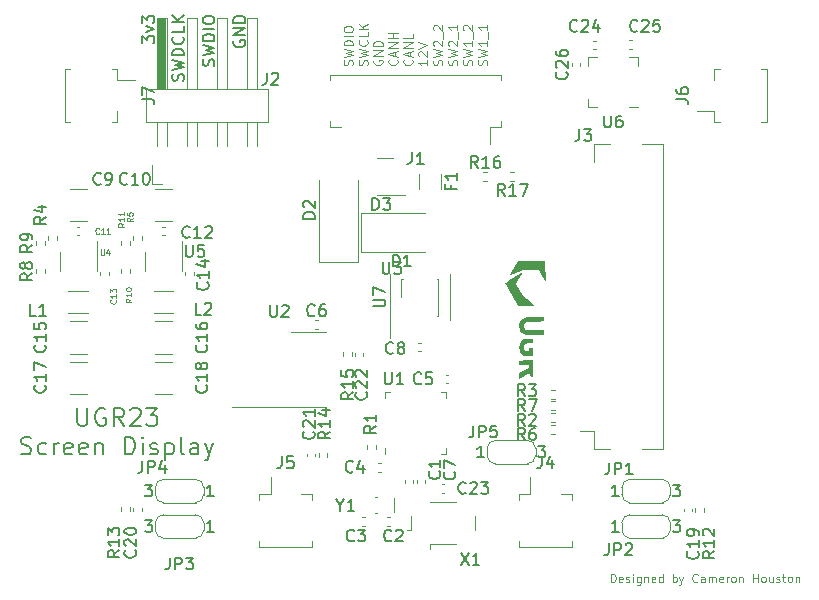
<source format=gto>
%TF.GenerationSoftware,KiCad,Pcbnew,7.0.1*%
%TF.CreationDate,2023-05-13T16:18:37+01:00*%
%TF.ProjectId,UGR-22 Screen,5547522d-3232-4205-9363-7265656e2e6b,rev?*%
%TF.SameCoordinates,Original*%
%TF.FileFunction,Legend,Top*%
%TF.FilePolarity,Positive*%
%FSLAX46Y46*%
G04 Gerber Fmt 4.6, Leading zero omitted, Abs format (unit mm)*
G04 Created by KiCad (PCBNEW 7.0.1) date 2023-05-13 16:18:37*
%MOMM*%
%LPD*%
G01*
G04 APERTURE LIST*
%ADD10C,0.150000*%
%ADD11C,0.125000*%
%ADD12C,0.120000*%
%ADD13C,0.100000*%
%ADD14R,0.760000X6.000000*%
G04 APERTURE END LIST*
D10*
X98910238Y-120561904D02*
X98862619Y-120657142D01*
X98862619Y-120657142D02*
X98862619Y-120799999D01*
X98862619Y-120799999D02*
X98910238Y-120942856D01*
X98910238Y-120942856D02*
X99005476Y-121038094D01*
X99005476Y-121038094D02*
X99100714Y-121085713D01*
X99100714Y-121085713D02*
X99291190Y-121133332D01*
X99291190Y-121133332D02*
X99434047Y-121133332D01*
X99434047Y-121133332D02*
X99624523Y-121085713D01*
X99624523Y-121085713D02*
X99719761Y-121038094D01*
X99719761Y-121038094D02*
X99815000Y-120942856D01*
X99815000Y-120942856D02*
X99862619Y-120799999D01*
X99862619Y-120799999D02*
X99862619Y-120704761D01*
X99862619Y-120704761D02*
X99815000Y-120561904D01*
X99815000Y-120561904D02*
X99767380Y-120514285D01*
X99767380Y-120514285D02*
X99434047Y-120514285D01*
X99434047Y-120514285D02*
X99434047Y-120704761D01*
X99862619Y-120085713D02*
X98862619Y-120085713D01*
X98862619Y-120085713D02*
X99862619Y-119514285D01*
X99862619Y-119514285D02*
X98862619Y-119514285D01*
X99862619Y-119038094D02*
X98862619Y-119038094D01*
X98862619Y-119038094D02*
X98862619Y-118799999D01*
X98862619Y-118799999D02*
X98910238Y-118657142D01*
X98910238Y-118657142D02*
X99005476Y-118561904D01*
X99005476Y-118561904D02*
X99100714Y-118514285D01*
X99100714Y-118514285D02*
X99291190Y-118466666D01*
X99291190Y-118466666D02*
X99434047Y-118466666D01*
X99434047Y-118466666D02*
X99624523Y-118514285D01*
X99624523Y-118514285D02*
X99719761Y-118561904D01*
X99719761Y-118561904D02*
X99815000Y-118657142D01*
X99815000Y-118657142D02*
X99862619Y-118799999D01*
X99862619Y-118799999D02*
X99862619Y-119038094D01*
X97215000Y-122719046D02*
X97262619Y-122576189D01*
X97262619Y-122576189D02*
X97262619Y-122338094D01*
X97262619Y-122338094D02*
X97215000Y-122242856D01*
X97215000Y-122242856D02*
X97167380Y-122195237D01*
X97167380Y-122195237D02*
X97072142Y-122147618D01*
X97072142Y-122147618D02*
X96976904Y-122147618D01*
X96976904Y-122147618D02*
X96881666Y-122195237D01*
X96881666Y-122195237D02*
X96834047Y-122242856D01*
X96834047Y-122242856D02*
X96786428Y-122338094D01*
X96786428Y-122338094D02*
X96738809Y-122528570D01*
X96738809Y-122528570D02*
X96691190Y-122623808D01*
X96691190Y-122623808D02*
X96643571Y-122671427D01*
X96643571Y-122671427D02*
X96548333Y-122719046D01*
X96548333Y-122719046D02*
X96453095Y-122719046D01*
X96453095Y-122719046D02*
X96357857Y-122671427D01*
X96357857Y-122671427D02*
X96310238Y-122623808D01*
X96310238Y-122623808D02*
X96262619Y-122528570D01*
X96262619Y-122528570D02*
X96262619Y-122290475D01*
X96262619Y-122290475D02*
X96310238Y-122147618D01*
X96262619Y-121814284D02*
X97262619Y-121576189D01*
X97262619Y-121576189D02*
X96548333Y-121385713D01*
X96548333Y-121385713D02*
X97262619Y-121195237D01*
X97262619Y-121195237D02*
X96262619Y-120957142D01*
X97262619Y-120576189D02*
X96262619Y-120576189D01*
X96262619Y-120576189D02*
X96262619Y-120338094D01*
X96262619Y-120338094D02*
X96310238Y-120195237D01*
X96310238Y-120195237D02*
X96405476Y-120099999D01*
X96405476Y-120099999D02*
X96500714Y-120052380D01*
X96500714Y-120052380D02*
X96691190Y-120004761D01*
X96691190Y-120004761D02*
X96834047Y-120004761D01*
X96834047Y-120004761D02*
X97024523Y-120052380D01*
X97024523Y-120052380D02*
X97119761Y-120099999D01*
X97119761Y-120099999D02*
X97215000Y-120195237D01*
X97215000Y-120195237D02*
X97262619Y-120338094D01*
X97262619Y-120338094D02*
X97262619Y-120576189D01*
X97262619Y-119576189D02*
X96262619Y-119576189D01*
X96262619Y-118909523D02*
X96262619Y-118719047D01*
X96262619Y-118719047D02*
X96310238Y-118623809D01*
X96310238Y-118623809D02*
X96405476Y-118528571D01*
X96405476Y-118528571D02*
X96595952Y-118480952D01*
X96595952Y-118480952D02*
X96929285Y-118480952D01*
X96929285Y-118480952D02*
X97119761Y-118528571D01*
X97119761Y-118528571D02*
X97215000Y-118623809D01*
X97215000Y-118623809D02*
X97262619Y-118719047D01*
X97262619Y-118719047D02*
X97262619Y-118909523D01*
X97262619Y-118909523D02*
X97215000Y-119004761D01*
X97215000Y-119004761D02*
X97119761Y-119099999D01*
X97119761Y-119099999D02*
X96929285Y-119147618D01*
X96929285Y-119147618D02*
X96595952Y-119147618D01*
X96595952Y-119147618D02*
X96405476Y-119099999D01*
X96405476Y-119099999D02*
X96310238Y-119004761D01*
X96310238Y-119004761D02*
X96262619Y-118909523D01*
X94615000Y-123961904D02*
X94662619Y-123819047D01*
X94662619Y-123819047D02*
X94662619Y-123580952D01*
X94662619Y-123580952D02*
X94615000Y-123485714D01*
X94615000Y-123485714D02*
X94567380Y-123438095D01*
X94567380Y-123438095D02*
X94472142Y-123390476D01*
X94472142Y-123390476D02*
X94376904Y-123390476D01*
X94376904Y-123390476D02*
X94281666Y-123438095D01*
X94281666Y-123438095D02*
X94234047Y-123485714D01*
X94234047Y-123485714D02*
X94186428Y-123580952D01*
X94186428Y-123580952D02*
X94138809Y-123771428D01*
X94138809Y-123771428D02*
X94091190Y-123866666D01*
X94091190Y-123866666D02*
X94043571Y-123914285D01*
X94043571Y-123914285D02*
X93948333Y-123961904D01*
X93948333Y-123961904D02*
X93853095Y-123961904D01*
X93853095Y-123961904D02*
X93757857Y-123914285D01*
X93757857Y-123914285D02*
X93710238Y-123866666D01*
X93710238Y-123866666D02*
X93662619Y-123771428D01*
X93662619Y-123771428D02*
X93662619Y-123533333D01*
X93662619Y-123533333D02*
X93710238Y-123390476D01*
X93662619Y-123057142D02*
X94662619Y-122819047D01*
X94662619Y-122819047D02*
X93948333Y-122628571D01*
X93948333Y-122628571D02*
X94662619Y-122438095D01*
X94662619Y-122438095D02*
X93662619Y-122200000D01*
X94662619Y-121819047D02*
X93662619Y-121819047D01*
X93662619Y-121819047D02*
X93662619Y-121580952D01*
X93662619Y-121580952D02*
X93710238Y-121438095D01*
X93710238Y-121438095D02*
X93805476Y-121342857D01*
X93805476Y-121342857D02*
X93900714Y-121295238D01*
X93900714Y-121295238D02*
X94091190Y-121247619D01*
X94091190Y-121247619D02*
X94234047Y-121247619D01*
X94234047Y-121247619D02*
X94424523Y-121295238D01*
X94424523Y-121295238D02*
X94519761Y-121342857D01*
X94519761Y-121342857D02*
X94615000Y-121438095D01*
X94615000Y-121438095D02*
X94662619Y-121580952D01*
X94662619Y-121580952D02*
X94662619Y-121819047D01*
X94567380Y-120247619D02*
X94615000Y-120295238D01*
X94615000Y-120295238D02*
X94662619Y-120438095D01*
X94662619Y-120438095D02*
X94662619Y-120533333D01*
X94662619Y-120533333D02*
X94615000Y-120676190D01*
X94615000Y-120676190D02*
X94519761Y-120771428D01*
X94519761Y-120771428D02*
X94424523Y-120819047D01*
X94424523Y-120819047D02*
X94234047Y-120866666D01*
X94234047Y-120866666D02*
X94091190Y-120866666D01*
X94091190Y-120866666D02*
X93900714Y-120819047D01*
X93900714Y-120819047D02*
X93805476Y-120771428D01*
X93805476Y-120771428D02*
X93710238Y-120676190D01*
X93710238Y-120676190D02*
X93662619Y-120533333D01*
X93662619Y-120533333D02*
X93662619Y-120438095D01*
X93662619Y-120438095D02*
X93710238Y-120295238D01*
X93710238Y-120295238D02*
X93757857Y-120247619D01*
X94662619Y-119342857D02*
X94662619Y-119819047D01*
X94662619Y-119819047D02*
X93662619Y-119819047D01*
X94662619Y-119009523D02*
X93662619Y-119009523D01*
X94662619Y-118438095D02*
X94091190Y-118866666D01*
X93662619Y-118438095D02*
X94234047Y-119009523D01*
D11*
X130833336Y-166423833D02*
X130833336Y-165723833D01*
X130833336Y-165723833D02*
X131000003Y-165723833D01*
X131000003Y-165723833D02*
X131100003Y-165757166D01*
X131100003Y-165757166D02*
X131166670Y-165823833D01*
X131166670Y-165823833D02*
X131200003Y-165890500D01*
X131200003Y-165890500D02*
X131233336Y-166023833D01*
X131233336Y-166023833D02*
X131233336Y-166123833D01*
X131233336Y-166123833D02*
X131200003Y-166257166D01*
X131200003Y-166257166D02*
X131166670Y-166323833D01*
X131166670Y-166323833D02*
X131100003Y-166390500D01*
X131100003Y-166390500D02*
X131000003Y-166423833D01*
X131000003Y-166423833D02*
X130833336Y-166423833D01*
X131800003Y-166390500D02*
X131733336Y-166423833D01*
X131733336Y-166423833D02*
X131600003Y-166423833D01*
X131600003Y-166423833D02*
X131533336Y-166390500D01*
X131533336Y-166390500D02*
X131500003Y-166323833D01*
X131500003Y-166323833D02*
X131500003Y-166057166D01*
X131500003Y-166057166D02*
X131533336Y-165990500D01*
X131533336Y-165990500D02*
X131600003Y-165957166D01*
X131600003Y-165957166D02*
X131733336Y-165957166D01*
X131733336Y-165957166D02*
X131800003Y-165990500D01*
X131800003Y-165990500D02*
X131833336Y-166057166D01*
X131833336Y-166057166D02*
X131833336Y-166123833D01*
X131833336Y-166123833D02*
X131500003Y-166190500D01*
X132100003Y-166390500D02*
X132166670Y-166423833D01*
X132166670Y-166423833D02*
X132300003Y-166423833D01*
X132300003Y-166423833D02*
X132366670Y-166390500D01*
X132366670Y-166390500D02*
X132400003Y-166323833D01*
X132400003Y-166323833D02*
X132400003Y-166290500D01*
X132400003Y-166290500D02*
X132366670Y-166223833D01*
X132366670Y-166223833D02*
X132300003Y-166190500D01*
X132300003Y-166190500D02*
X132200003Y-166190500D01*
X132200003Y-166190500D02*
X132133336Y-166157166D01*
X132133336Y-166157166D02*
X132100003Y-166090500D01*
X132100003Y-166090500D02*
X132100003Y-166057166D01*
X132100003Y-166057166D02*
X132133336Y-165990500D01*
X132133336Y-165990500D02*
X132200003Y-165957166D01*
X132200003Y-165957166D02*
X132300003Y-165957166D01*
X132300003Y-165957166D02*
X132366670Y-165990500D01*
X132700003Y-166423833D02*
X132700003Y-165957166D01*
X132700003Y-165723833D02*
X132666670Y-165757166D01*
X132666670Y-165757166D02*
X132700003Y-165790500D01*
X132700003Y-165790500D02*
X132733337Y-165757166D01*
X132733337Y-165757166D02*
X132700003Y-165723833D01*
X132700003Y-165723833D02*
X132700003Y-165790500D01*
X133333336Y-165957166D02*
X133333336Y-166523833D01*
X133333336Y-166523833D02*
X133300003Y-166590500D01*
X133300003Y-166590500D02*
X133266670Y-166623833D01*
X133266670Y-166623833D02*
X133200003Y-166657166D01*
X133200003Y-166657166D02*
X133100003Y-166657166D01*
X133100003Y-166657166D02*
X133033336Y-166623833D01*
X133333336Y-166390500D02*
X133266670Y-166423833D01*
X133266670Y-166423833D02*
X133133336Y-166423833D01*
X133133336Y-166423833D02*
X133066670Y-166390500D01*
X133066670Y-166390500D02*
X133033336Y-166357166D01*
X133033336Y-166357166D02*
X133000003Y-166290500D01*
X133000003Y-166290500D02*
X133000003Y-166090500D01*
X133000003Y-166090500D02*
X133033336Y-166023833D01*
X133033336Y-166023833D02*
X133066670Y-165990500D01*
X133066670Y-165990500D02*
X133133336Y-165957166D01*
X133133336Y-165957166D02*
X133266670Y-165957166D01*
X133266670Y-165957166D02*
X133333336Y-165990500D01*
X133666669Y-165957166D02*
X133666669Y-166423833D01*
X133666669Y-166023833D02*
X133700003Y-165990500D01*
X133700003Y-165990500D02*
X133766669Y-165957166D01*
X133766669Y-165957166D02*
X133866669Y-165957166D01*
X133866669Y-165957166D02*
X133933336Y-165990500D01*
X133933336Y-165990500D02*
X133966669Y-166057166D01*
X133966669Y-166057166D02*
X133966669Y-166423833D01*
X134566669Y-166390500D02*
X134500002Y-166423833D01*
X134500002Y-166423833D02*
X134366669Y-166423833D01*
X134366669Y-166423833D02*
X134300002Y-166390500D01*
X134300002Y-166390500D02*
X134266669Y-166323833D01*
X134266669Y-166323833D02*
X134266669Y-166057166D01*
X134266669Y-166057166D02*
X134300002Y-165990500D01*
X134300002Y-165990500D02*
X134366669Y-165957166D01*
X134366669Y-165957166D02*
X134500002Y-165957166D01*
X134500002Y-165957166D02*
X134566669Y-165990500D01*
X134566669Y-165990500D02*
X134600002Y-166057166D01*
X134600002Y-166057166D02*
X134600002Y-166123833D01*
X134600002Y-166123833D02*
X134266669Y-166190500D01*
X135200002Y-166423833D02*
X135200002Y-165723833D01*
X135200002Y-166390500D02*
X135133336Y-166423833D01*
X135133336Y-166423833D02*
X135000002Y-166423833D01*
X135000002Y-166423833D02*
X134933336Y-166390500D01*
X134933336Y-166390500D02*
X134900002Y-166357166D01*
X134900002Y-166357166D02*
X134866669Y-166290500D01*
X134866669Y-166290500D02*
X134866669Y-166090500D01*
X134866669Y-166090500D02*
X134900002Y-166023833D01*
X134900002Y-166023833D02*
X134933336Y-165990500D01*
X134933336Y-165990500D02*
X135000002Y-165957166D01*
X135000002Y-165957166D02*
X135133336Y-165957166D01*
X135133336Y-165957166D02*
X135200002Y-165990500D01*
X136066668Y-166423833D02*
X136066668Y-165723833D01*
X136066668Y-165990500D02*
X136133335Y-165957166D01*
X136133335Y-165957166D02*
X136266668Y-165957166D01*
X136266668Y-165957166D02*
X136333335Y-165990500D01*
X136333335Y-165990500D02*
X136366668Y-166023833D01*
X136366668Y-166023833D02*
X136400002Y-166090500D01*
X136400002Y-166090500D02*
X136400002Y-166290500D01*
X136400002Y-166290500D02*
X136366668Y-166357166D01*
X136366668Y-166357166D02*
X136333335Y-166390500D01*
X136333335Y-166390500D02*
X136266668Y-166423833D01*
X136266668Y-166423833D02*
X136133335Y-166423833D01*
X136133335Y-166423833D02*
X136066668Y-166390500D01*
X136633335Y-165957166D02*
X136800001Y-166423833D01*
X136966668Y-165957166D02*
X136800001Y-166423833D01*
X136800001Y-166423833D02*
X136733335Y-166590500D01*
X136733335Y-166590500D02*
X136700001Y-166623833D01*
X136700001Y-166623833D02*
X136633335Y-166657166D01*
X138166667Y-166357166D02*
X138133334Y-166390500D01*
X138133334Y-166390500D02*
X138033334Y-166423833D01*
X138033334Y-166423833D02*
X137966667Y-166423833D01*
X137966667Y-166423833D02*
X137866667Y-166390500D01*
X137866667Y-166390500D02*
X137800001Y-166323833D01*
X137800001Y-166323833D02*
X137766667Y-166257166D01*
X137766667Y-166257166D02*
X137733334Y-166123833D01*
X137733334Y-166123833D02*
X137733334Y-166023833D01*
X137733334Y-166023833D02*
X137766667Y-165890500D01*
X137766667Y-165890500D02*
X137800001Y-165823833D01*
X137800001Y-165823833D02*
X137866667Y-165757166D01*
X137866667Y-165757166D02*
X137966667Y-165723833D01*
X137966667Y-165723833D02*
X138033334Y-165723833D01*
X138033334Y-165723833D02*
X138133334Y-165757166D01*
X138133334Y-165757166D02*
X138166667Y-165790500D01*
X138766667Y-166423833D02*
X138766667Y-166057166D01*
X138766667Y-166057166D02*
X138733334Y-165990500D01*
X138733334Y-165990500D02*
X138666667Y-165957166D01*
X138666667Y-165957166D02*
X138533334Y-165957166D01*
X138533334Y-165957166D02*
X138466667Y-165990500D01*
X138766667Y-166390500D02*
X138700001Y-166423833D01*
X138700001Y-166423833D02*
X138533334Y-166423833D01*
X138533334Y-166423833D02*
X138466667Y-166390500D01*
X138466667Y-166390500D02*
X138433334Y-166323833D01*
X138433334Y-166323833D02*
X138433334Y-166257166D01*
X138433334Y-166257166D02*
X138466667Y-166190500D01*
X138466667Y-166190500D02*
X138533334Y-166157166D01*
X138533334Y-166157166D02*
X138700001Y-166157166D01*
X138700001Y-166157166D02*
X138766667Y-166123833D01*
X139100000Y-166423833D02*
X139100000Y-165957166D01*
X139100000Y-166023833D02*
X139133334Y-165990500D01*
X139133334Y-165990500D02*
X139200000Y-165957166D01*
X139200000Y-165957166D02*
X139300000Y-165957166D01*
X139300000Y-165957166D02*
X139366667Y-165990500D01*
X139366667Y-165990500D02*
X139400000Y-166057166D01*
X139400000Y-166057166D02*
X139400000Y-166423833D01*
X139400000Y-166057166D02*
X139433334Y-165990500D01*
X139433334Y-165990500D02*
X139500000Y-165957166D01*
X139500000Y-165957166D02*
X139600000Y-165957166D01*
X139600000Y-165957166D02*
X139666667Y-165990500D01*
X139666667Y-165990500D02*
X139700000Y-166057166D01*
X139700000Y-166057166D02*
X139700000Y-166423833D01*
X140300000Y-166390500D02*
X140233333Y-166423833D01*
X140233333Y-166423833D02*
X140100000Y-166423833D01*
X140100000Y-166423833D02*
X140033333Y-166390500D01*
X140033333Y-166390500D02*
X140000000Y-166323833D01*
X140000000Y-166323833D02*
X140000000Y-166057166D01*
X140000000Y-166057166D02*
X140033333Y-165990500D01*
X140033333Y-165990500D02*
X140100000Y-165957166D01*
X140100000Y-165957166D02*
X140233333Y-165957166D01*
X140233333Y-165957166D02*
X140300000Y-165990500D01*
X140300000Y-165990500D02*
X140333333Y-166057166D01*
X140333333Y-166057166D02*
X140333333Y-166123833D01*
X140333333Y-166123833D02*
X140000000Y-166190500D01*
X140633333Y-166423833D02*
X140633333Y-165957166D01*
X140633333Y-166090500D02*
X140666667Y-166023833D01*
X140666667Y-166023833D02*
X140700000Y-165990500D01*
X140700000Y-165990500D02*
X140766667Y-165957166D01*
X140766667Y-165957166D02*
X140833333Y-165957166D01*
X141166666Y-166423833D02*
X141100000Y-166390500D01*
X141100000Y-166390500D02*
X141066666Y-166357166D01*
X141066666Y-166357166D02*
X141033333Y-166290500D01*
X141033333Y-166290500D02*
X141033333Y-166090500D01*
X141033333Y-166090500D02*
X141066666Y-166023833D01*
X141066666Y-166023833D02*
X141100000Y-165990500D01*
X141100000Y-165990500D02*
X141166666Y-165957166D01*
X141166666Y-165957166D02*
X141266666Y-165957166D01*
X141266666Y-165957166D02*
X141333333Y-165990500D01*
X141333333Y-165990500D02*
X141366666Y-166023833D01*
X141366666Y-166023833D02*
X141400000Y-166090500D01*
X141400000Y-166090500D02*
X141400000Y-166290500D01*
X141400000Y-166290500D02*
X141366666Y-166357166D01*
X141366666Y-166357166D02*
X141333333Y-166390500D01*
X141333333Y-166390500D02*
X141266666Y-166423833D01*
X141266666Y-166423833D02*
X141166666Y-166423833D01*
X141699999Y-165957166D02*
X141699999Y-166423833D01*
X141699999Y-166023833D02*
X141733333Y-165990500D01*
X141733333Y-165990500D02*
X141799999Y-165957166D01*
X141799999Y-165957166D02*
X141899999Y-165957166D01*
X141899999Y-165957166D02*
X141966666Y-165990500D01*
X141966666Y-165990500D02*
X141999999Y-166057166D01*
X141999999Y-166057166D02*
X141999999Y-166423833D01*
X142866665Y-166423833D02*
X142866665Y-165723833D01*
X142866665Y-166057166D02*
X143266665Y-166057166D01*
X143266665Y-166423833D02*
X143266665Y-165723833D01*
X143699998Y-166423833D02*
X143633332Y-166390500D01*
X143633332Y-166390500D02*
X143599998Y-166357166D01*
X143599998Y-166357166D02*
X143566665Y-166290500D01*
X143566665Y-166290500D02*
X143566665Y-166090500D01*
X143566665Y-166090500D02*
X143599998Y-166023833D01*
X143599998Y-166023833D02*
X143633332Y-165990500D01*
X143633332Y-165990500D02*
X143699998Y-165957166D01*
X143699998Y-165957166D02*
X143799998Y-165957166D01*
X143799998Y-165957166D02*
X143866665Y-165990500D01*
X143866665Y-165990500D02*
X143899998Y-166023833D01*
X143899998Y-166023833D02*
X143933332Y-166090500D01*
X143933332Y-166090500D02*
X143933332Y-166290500D01*
X143933332Y-166290500D02*
X143899998Y-166357166D01*
X143899998Y-166357166D02*
X143866665Y-166390500D01*
X143866665Y-166390500D02*
X143799998Y-166423833D01*
X143799998Y-166423833D02*
X143699998Y-166423833D01*
X144533331Y-165957166D02*
X144533331Y-166423833D01*
X144233331Y-165957166D02*
X144233331Y-166323833D01*
X144233331Y-166323833D02*
X144266665Y-166390500D01*
X144266665Y-166390500D02*
X144333331Y-166423833D01*
X144333331Y-166423833D02*
X144433331Y-166423833D01*
X144433331Y-166423833D02*
X144499998Y-166390500D01*
X144499998Y-166390500D02*
X144533331Y-166357166D01*
X144833331Y-166390500D02*
X144899998Y-166423833D01*
X144899998Y-166423833D02*
X145033331Y-166423833D01*
X145033331Y-166423833D02*
X145099998Y-166390500D01*
X145099998Y-166390500D02*
X145133331Y-166323833D01*
X145133331Y-166323833D02*
X145133331Y-166290500D01*
X145133331Y-166290500D02*
X145099998Y-166223833D01*
X145099998Y-166223833D02*
X145033331Y-166190500D01*
X145033331Y-166190500D02*
X144933331Y-166190500D01*
X144933331Y-166190500D02*
X144866664Y-166157166D01*
X144866664Y-166157166D02*
X144833331Y-166090500D01*
X144833331Y-166090500D02*
X144833331Y-166057166D01*
X144833331Y-166057166D02*
X144866664Y-165990500D01*
X144866664Y-165990500D02*
X144933331Y-165957166D01*
X144933331Y-165957166D02*
X145033331Y-165957166D01*
X145033331Y-165957166D02*
X145099998Y-165990500D01*
X145333331Y-165957166D02*
X145599998Y-165957166D01*
X145433331Y-165723833D02*
X145433331Y-166323833D01*
X145433331Y-166323833D02*
X145466665Y-166390500D01*
X145466665Y-166390500D02*
X145533331Y-166423833D01*
X145533331Y-166423833D02*
X145599998Y-166423833D01*
X145933331Y-166423833D02*
X145866665Y-166390500D01*
X145866665Y-166390500D02*
X145833331Y-166357166D01*
X145833331Y-166357166D02*
X145799998Y-166290500D01*
X145799998Y-166290500D02*
X145799998Y-166090500D01*
X145799998Y-166090500D02*
X145833331Y-166023833D01*
X145833331Y-166023833D02*
X145866665Y-165990500D01*
X145866665Y-165990500D02*
X145933331Y-165957166D01*
X145933331Y-165957166D02*
X146033331Y-165957166D01*
X146033331Y-165957166D02*
X146099998Y-165990500D01*
X146099998Y-165990500D02*
X146133331Y-166023833D01*
X146133331Y-166023833D02*
X146166665Y-166090500D01*
X146166665Y-166090500D02*
X146166665Y-166290500D01*
X146166665Y-166290500D02*
X146133331Y-166357166D01*
X146133331Y-166357166D02*
X146099998Y-166390500D01*
X146099998Y-166390500D02*
X146033331Y-166423833D01*
X146033331Y-166423833D02*
X145933331Y-166423833D01*
X146466664Y-165957166D02*
X146466664Y-166423833D01*
X146466664Y-166023833D02*
X146499998Y-165990500D01*
X146499998Y-165990500D02*
X146566664Y-165957166D01*
X146566664Y-165957166D02*
X146666664Y-165957166D01*
X146666664Y-165957166D02*
X146733331Y-165990500D01*
X146733331Y-165990500D02*
X146766664Y-166057166D01*
X146766664Y-166057166D02*
X146766664Y-166423833D01*
X108937500Y-122651428D02*
X108974642Y-122540000D01*
X108974642Y-122540000D02*
X108974642Y-122354285D01*
X108974642Y-122354285D02*
X108937500Y-122280000D01*
X108937500Y-122280000D02*
X108900357Y-122242857D01*
X108900357Y-122242857D02*
X108826071Y-122205714D01*
X108826071Y-122205714D02*
X108751785Y-122205714D01*
X108751785Y-122205714D02*
X108677500Y-122242857D01*
X108677500Y-122242857D02*
X108640357Y-122280000D01*
X108640357Y-122280000D02*
X108603214Y-122354285D01*
X108603214Y-122354285D02*
X108566071Y-122502857D01*
X108566071Y-122502857D02*
X108528928Y-122577142D01*
X108528928Y-122577142D02*
X108491785Y-122614285D01*
X108491785Y-122614285D02*
X108417500Y-122651428D01*
X108417500Y-122651428D02*
X108343214Y-122651428D01*
X108343214Y-122651428D02*
X108268928Y-122614285D01*
X108268928Y-122614285D02*
X108231785Y-122577142D01*
X108231785Y-122577142D02*
X108194642Y-122502857D01*
X108194642Y-122502857D02*
X108194642Y-122317142D01*
X108194642Y-122317142D02*
X108231785Y-122205714D01*
X108194642Y-121945714D02*
X108974642Y-121760000D01*
X108974642Y-121760000D02*
X108417500Y-121611428D01*
X108417500Y-121611428D02*
X108974642Y-121462857D01*
X108974642Y-121462857D02*
X108194642Y-121277143D01*
X108974642Y-120979999D02*
X108194642Y-120979999D01*
X108194642Y-120979999D02*
X108194642Y-120794285D01*
X108194642Y-120794285D02*
X108231785Y-120682856D01*
X108231785Y-120682856D02*
X108306071Y-120608571D01*
X108306071Y-120608571D02*
X108380357Y-120571428D01*
X108380357Y-120571428D02*
X108528928Y-120534285D01*
X108528928Y-120534285D02*
X108640357Y-120534285D01*
X108640357Y-120534285D02*
X108788928Y-120571428D01*
X108788928Y-120571428D02*
X108863214Y-120608571D01*
X108863214Y-120608571D02*
X108937500Y-120682856D01*
X108937500Y-120682856D02*
X108974642Y-120794285D01*
X108974642Y-120794285D02*
X108974642Y-120979999D01*
X108974642Y-120199999D02*
X108194642Y-120199999D01*
X108194642Y-119679999D02*
X108194642Y-119531427D01*
X108194642Y-119531427D02*
X108231785Y-119457142D01*
X108231785Y-119457142D02*
X108306071Y-119382856D01*
X108306071Y-119382856D02*
X108454642Y-119345713D01*
X108454642Y-119345713D02*
X108714642Y-119345713D01*
X108714642Y-119345713D02*
X108863214Y-119382856D01*
X108863214Y-119382856D02*
X108937500Y-119457142D01*
X108937500Y-119457142D02*
X108974642Y-119531427D01*
X108974642Y-119531427D02*
X108974642Y-119679999D01*
X108974642Y-119679999D02*
X108937500Y-119754285D01*
X108937500Y-119754285D02*
X108863214Y-119828570D01*
X108863214Y-119828570D02*
X108714642Y-119865713D01*
X108714642Y-119865713D02*
X108454642Y-119865713D01*
X108454642Y-119865713D02*
X108306071Y-119828570D01*
X108306071Y-119828570D02*
X108231785Y-119754285D01*
X108231785Y-119754285D02*
X108194642Y-119679999D01*
X110201100Y-122651428D02*
X110238242Y-122540000D01*
X110238242Y-122540000D02*
X110238242Y-122354285D01*
X110238242Y-122354285D02*
X110201100Y-122280000D01*
X110201100Y-122280000D02*
X110163957Y-122242857D01*
X110163957Y-122242857D02*
X110089671Y-122205714D01*
X110089671Y-122205714D02*
X110015385Y-122205714D01*
X110015385Y-122205714D02*
X109941100Y-122242857D01*
X109941100Y-122242857D02*
X109903957Y-122280000D01*
X109903957Y-122280000D02*
X109866814Y-122354285D01*
X109866814Y-122354285D02*
X109829671Y-122502857D01*
X109829671Y-122502857D02*
X109792528Y-122577142D01*
X109792528Y-122577142D02*
X109755385Y-122614285D01*
X109755385Y-122614285D02*
X109681100Y-122651428D01*
X109681100Y-122651428D02*
X109606814Y-122651428D01*
X109606814Y-122651428D02*
X109532528Y-122614285D01*
X109532528Y-122614285D02*
X109495385Y-122577142D01*
X109495385Y-122577142D02*
X109458242Y-122502857D01*
X109458242Y-122502857D02*
X109458242Y-122317142D01*
X109458242Y-122317142D02*
X109495385Y-122205714D01*
X109458242Y-121945714D02*
X110238242Y-121760000D01*
X110238242Y-121760000D02*
X109681100Y-121611428D01*
X109681100Y-121611428D02*
X110238242Y-121462857D01*
X110238242Y-121462857D02*
X109458242Y-121277143D01*
X110163957Y-120534285D02*
X110201100Y-120571428D01*
X110201100Y-120571428D02*
X110238242Y-120682856D01*
X110238242Y-120682856D02*
X110238242Y-120757142D01*
X110238242Y-120757142D02*
X110201100Y-120868571D01*
X110201100Y-120868571D02*
X110126814Y-120942856D01*
X110126814Y-120942856D02*
X110052528Y-120979999D01*
X110052528Y-120979999D02*
X109903957Y-121017142D01*
X109903957Y-121017142D02*
X109792528Y-121017142D01*
X109792528Y-121017142D02*
X109643957Y-120979999D01*
X109643957Y-120979999D02*
X109569671Y-120942856D01*
X109569671Y-120942856D02*
X109495385Y-120868571D01*
X109495385Y-120868571D02*
X109458242Y-120757142D01*
X109458242Y-120757142D02*
X109458242Y-120682856D01*
X109458242Y-120682856D02*
X109495385Y-120571428D01*
X109495385Y-120571428D02*
X109532528Y-120534285D01*
X110238242Y-119828571D02*
X110238242Y-120199999D01*
X110238242Y-120199999D02*
X109458242Y-120199999D01*
X110238242Y-119568570D02*
X109458242Y-119568570D01*
X110238242Y-119122856D02*
X109792528Y-119457142D01*
X109458242Y-119122856D02*
X109903957Y-119568570D01*
X110758985Y-122205714D02*
X110721842Y-122280000D01*
X110721842Y-122280000D02*
X110721842Y-122391428D01*
X110721842Y-122391428D02*
X110758985Y-122502857D01*
X110758985Y-122502857D02*
X110833271Y-122577142D01*
X110833271Y-122577142D02*
X110907557Y-122614285D01*
X110907557Y-122614285D02*
X111056128Y-122651428D01*
X111056128Y-122651428D02*
X111167557Y-122651428D01*
X111167557Y-122651428D02*
X111316128Y-122614285D01*
X111316128Y-122614285D02*
X111390414Y-122577142D01*
X111390414Y-122577142D02*
X111464700Y-122502857D01*
X111464700Y-122502857D02*
X111501842Y-122391428D01*
X111501842Y-122391428D02*
X111501842Y-122317142D01*
X111501842Y-122317142D02*
X111464700Y-122205714D01*
X111464700Y-122205714D02*
X111427557Y-122168571D01*
X111427557Y-122168571D02*
X111167557Y-122168571D01*
X111167557Y-122168571D02*
X111167557Y-122317142D01*
X111501842Y-121834285D02*
X110721842Y-121834285D01*
X110721842Y-121834285D02*
X111501842Y-121388571D01*
X111501842Y-121388571D02*
X110721842Y-121388571D01*
X111501842Y-121017142D02*
X110721842Y-121017142D01*
X110721842Y-121017142D02*
X110721842Y-120831428D01*
X110721842Y-120831428D02*
X110758985Y-120719999D01*
X110758985Y-120719999D02*
X110833271Y-120645714D01*
X110833271Y-120645714D02*
X110907557Y-120608571D01*
X110907557Y-120608571D02*
X111056128Y-120571428D01*
X111056128Y-120571428D02*
X111167557Y-120571428D01*
X111167557Y-120571428D02*
X111316128Y-120608571D01*
X111316128Y-120608571D02*
X111390414Y-120645714D01*
X111390414Y-120645714D02*
X111464700Y-120719999D01*
X111464700Y-120719999D02*
X111501842Y-120831428D01*
X111501842Y-120831428D02*
X111501842Y-121017142D01*
X112691157Y-122168571D02*
X112728300Y-122205714D01*
X112728300Y-122205714D02*
X112765442Y-122317142D01*
X112765442Y-122317142D02*
X112765442Y-122391428D01*
X112765442Y-122391428D02*
X112728300Y-122502857D01*
X112728300Y-122502857D02*
X112654014Y-122577142D01*
X112654014Y-122577142D02*
X112579728Y-122614285D01*
X112579728Y-122614285D02*
X112431157Y-122651428D01*
X112431157Y-122651428D02*
X112319728Y-122651428D01*
X112319728Y-122651428D02*
X112171157Y-122614285D01*
X112171157Y-122614285D02*
X112096871Y-122577142D01*
X112096871Y-122577142D02*
X112022585Y-122502857D01*
X112022585Y-122502857D02*
X111985442Y-122391428D01*
X111985442Y-122391428D02*
X111985442Y-122317142D01*
X111985442Y-122317142D02*
X112022585Y-122205714D01*
X112022585Y-122205714D02*
X112059728Y-122168571D01*
X112542585Y-121871428D02*
X112542585Y-121500000D01*
X112765442Y-121945714D02*
X111985442Y-121685714D01*
X111985442Y-121685714D02*
X112765442Y-121425714D01*
X112765442Y-121165714D02*
X111985442Y-121165714D01*
X111985442Y-121165714D02*
X112765442Y-120720000D01*
X112765442Y-120720000D02*
X111985442Y-120720000D01*
X112765442Y-120348571D02*
X111985442Y-120348571D01*
X112356871Y-120348571D02*
X112356871Y-119902857D01*
X112765442Y-119902857D02*
X111985442Y-119902857D01*
X113954757Y-122168571D02*
X113991900Y-122205714D01*
X113991900Y-122205714D02*
X114029042Y-122317142D01*
X114029042Y-122317142D02*
X114029042Y-122391428D01*
X114029042Y-122391428D02*
X113991900Y-122502857D01*
X113991900Y-122502857D02*
X113917614Y-122577142D01*
X113917614Y-122577142D02*
X113843328Y-122614285D01*
X113843328Y-122614285D02*
X113694757Y-122651428D01*
X113694757Y-122651428D02*
X113583328Y-122651428D01*
X113583328Y-122651428D02*
X113434757Y-122614285D01*
X113434757Y-122614285D02*
X113360471Y-122577142D01*
X113360471Y-122577142D02*
X113286185Y-122502857D01*
X113286185Y-122502857D02*
X113249042Y-122391428D01*
X113249042Y-122391428D02*
X113249042Y-122317142D01*
X113249042Y-122317142D02*
X113286185Y-122205714D01*
X113286185Y-122205714D02*
X113323328Y-122168571D01*
X113806185Y-121871428D02*
X113806185Y-121500000D01*
X114029042Y-121945714D02*
X113249042Y-121685714D01*
X113249042Y-121685714D02*
X114029042Y-121425714D01*
X114029042Y-121165714D02*
X113249042Y-121165714D01*
X113249042Y-121165714D02*
X114029042Y-120720000D01*
X114029042Y-120720000D02*
X113249042Y-120720000D01*
X114029042Y-119977143D02*
X114029042Y-120348571D01*
X114029042Y-120348571D02*
X113249042Y-120348571D01*
X115292642Y-122205714D02*
X115292642Y-122651428D01*
X115292642Y-122428571D02*
X114512642Y-122428571D01*
X114512642Y-122428571D02*
X114624071Y-122502857D01*
X114624071Y-122502857D02*
X114698357Y-122577142D01*
X114698357Y-122577142D02*
X114735500Y-122651428D01*
X114586928Y-121908571D02*
X114549785Y-121871428D01*
X114549785Y-121871428D02*
X114512642Y-121797143D01*
X114512642Y-121797143D02*
X114512642Y-121611428D01*
X114512642Y-121611428D02*
X114549785Y-121537143D01*
X114549785Y-121537143D02*
X114586928Y-121500000D01*
X114586928Y-121500000D02*
X114661214Y-121462857D01*
X114661214Y-121462857D02*
X114735500Y-121462857D01*
X114735500Y-121462857D02*
X114846928Y-121500000D01*
X114846928Y-121500000D02*
X115292642Y-121945714D01*
X115292642Y-121945714D02*
X115292642Y-121462857D01*
X114512642Y-121240000D02*
X115292642Y-120980000D01*
X115292642Y-120980000D02*
X114512642Y-120720000D01*
X116519100Y-122651428D02*
X116556242Y-122540000D01*
X116556242Y-122540000D02*
X116556242Y-122354285D01*
X116556242Y-122354285D02*
X116519100Y-122280000D01*
X116519100Y-122280000D02*
X116481957Y-122242857D01*
X116481957Y-122242857D02*
X116407671Y-122205714D01*
X116407671Y-122205714D02*
X116333385Y-122205714D01*
X116333385Y-122205714D02*
X116259100Y-122242857D01*
X116259100Y-122242857D02*
X116221957Y-122280000D01*
X116221957Y-122280000D02*
X116184814Y-122354285D01*
X116184814Y-122354285D02*
X116147671Y-122502857D01*
X116147671Y-122502857D02*
X116110528Y-122577142D01*
X116110528Y-122577142D02*
X116073385Y-122614285D01*
X116073385Y-122614285D02*
X115999100Y-122651428D01*
X115999100Y-122651428D02*
X115924814Y-122651428D01*
X115924814Y-122651428D02*
X115850528Y-122614285D01*
X115850528Y-122614285D02*
X115813385Y-122577142D01*
X115813385Y-122577142D02*
X115776242Y-122502857D01*
X115776242Y-122502857D02*
X115776242Y-122317142D01*
X115776242Y-122317142D02*
X115813385Y-122205714D01*
X115776242Y-121945714D02*
X116556242Y-121760000D01*
X116556242Y-121760000D02*
X115999100Y-121611428D01*
X115999100Y-121611428D02*
X116556242Y-121462857D01*
X116556242Y-121462857D02*
X115776242Y-121277143D01*
X115850528Y-121017142D02*
X115813385Y-120979999D01*
X115813385Y-120979999D02*
X115776242Y-120905714D01*
X115776242Y-120905714D02*
X115776242Y-120719999D01*
X115776242Y-120719999D02*
X115813385Y-120645714D01*
X115813385Y-120645714D02*
X115850528Y-120608571D01*
X115850528Y-120608571D02*
X115924814Y-120571428D01*
X115924814Y-120571428D02*
X115999100Y-120571428D01*
X115999100Y-120571428D02*
X116110528Y-120608571D01*
X116110528Y-120608571D02*
X116556242Y-121054285D01*
X116556242Y-121054285D02*
X116556242Y-120571428D01*
X116630528Y-120422857D02*
X116630528Y-119828571D01*
X115850528Y-119679999D02*
X115813385Y-119642856D01*
X115813385Y-119642856D02*
X115776242Y-119568571D01*
X115776242Y-119568571D02*
X115776242Y-119382856D01*
X115776242Y-119382856D02*
X115813385Y-119308571D01*
X115813385Y-119308571D02*
X115850528Y-119271428D01*
X115850528Y-119271428D02*
X115924814Y-119234285D01*
X115924814Y-119234285D02*
X115999100Y-119234285D01*
X115999100Y-119234285D02*
X116110528Y-119271428D01*
X116110528Y-119271428D02*
X116556242Y-119717142D01*
X116556242Y-119717142D02*
X116556242Y-119234285D01*
X117782700Y-122651428D02*
X117819842Y-122540000D01*
X117819842Y-122540000D02*
X117819842Y-122354285D01*
X117819842Y-122354285D02*
X117782700Y-122280000D01*
X117782700Y-122280000D02*
X117745557Y-122242857D01*
X117745557Y-122242857D02*
X117671271Y-122205714D01*
X117671271Y-122205714D02*
X117596985Y-122205714D01*
X117596985Y-122205714D02*
X117522700Y-122242857D01*
X117522700Y-122242857D02*
X117485557Y-122280000D01*
X117485557Y-122280000D02*
X117448414Y-122354285D01*
X117448414Y-122354285D02*
X117411271Y-122502857D01*
X117411271Y-122502857D02*
X117374128Y-122577142D01*
X117374128Y-122577142D02*
X117336985Y-122614285D01*
X117336985Y-122614285D02*
X117262700Y-122651428D01*
X117262700Y-122651428D02*
X117188414Y-122651428D01*
X117188414Y-122651428D02*
X117114128Y-122614285D01*
X117114128Y-122614285D02*
X117076985Y-122577142D01*
X117076985Y-122577142D02*
X117039842Y-122502857D01*
X117039842Y-122502857D02*
X117039842Y-122317142D01*
X117039842Y-122317142D02*
X117076985Y-122205714D01*
X117039842Y-121945714D02*
X117819842Y-121760000D01*
X117819842Y-121760000D02*
X117262700Y-121611428D01*
X117262700Y-121611428D02*
X117819842Y-121462857D01*
X117819842Y-121462857D02*
X117039842Y-121277143D01*
X117114128Y-121017142D02*
X117076985Y-120979999D01*
X117076985Y-120979999D02*
X117039842Y-120905714D01*
X117039842Y-120905714D02*
X117039842Y-120719999D01*
X117039842Y-120719999D02*
X117076985Y-120645714D01*
X117076985Y-120645714D02*
X117114128Y-120608571D01*
X117114128Y-120608571D02*
X117188414Y-120571428D01*
X117188414Y-120571428D02*
X117262700Y-120571428D01*
X117262700Y-120571428D02*
X117374128Y-120608571D01*
X117374128Y-120608571D02*
X117819842Y-121054285D01*
X117819842Y-121054285D02*
X117819842Y-120571428D01*
X117894128Y-120422857D02*
X117894128Y-119828571D01*
X117819842Y-119234285D02*
X117819842Y-119679999D01*
X117819842Y-119457142D02*
X117039842Y-119457142D01*
X117039842Y-119457142D02*
X117151271Y-119531428D01*
X117151271Y-119531428D02*
X117225557Y-119605713D01*
X117225557Y-119605713D02*
X117262700Y-119679999D01*
X119046300Y-122651428D02*
X119083442Y-122540000D01*
X119083442Y-122540000D02*
X119083442Y-122354285D01*
X119083442Y-122354285D02*
X119046300Y-122280000D01*
X119046300Y-122280000D02*
X119009157Y-122242857D01*
X119009157Y-122242857D02*
X118934871Y-122205714D01*
X118934871Y-122205714D02*
X118860585Y-122205714D01*
X118860585Y-122205714D02*
X118786300Y-122242857D01*
X118786300Y-122242857D02*
X118749157Y-122280000D01*
X118749157Y-122280000D02*
X118712014Y-122354285D01*
X118712014Y-122354285D02*
X118674871Y-122502857D01*
X118674871Y-122502857D02*
X118637728Y-122577142D01*
X118637728Y-122577142D02*
X118600585Y-122614285D01*
X118600585Y-122614285D02*
X118526300Y-122651428D01*
X118526300Y-122651428D02*
X118452014Y-122651428D01*
X118452014Y-122651428D02*
X118377728Y-122614285D01*
X118377728Y-122614285D02*
X118340585Y-122577142D01*
X118340585Y-122577142D02*
X118303442Y-122502857D01*
X118303442Y-122502857D02*
X118303442Y-122317142D01*
X118303442Y-122317142D02*
X118340585Y-122205714D01*
X118303442Y-121945714D02*
X119083442Y-121760000D01*
X119083442Y-121760000D02*
X118526300Y-121611428D01*
X118526300Y-121611428D02*
X119083442Y-121462857D01*
X119083442Y-121462857D02*
X118303442Y-121277143D01*
X119083442Y-120571428D02*
X119083442Y-121017142D01*
X119083442Y-120794285D02*
X118303442Y-120794285D01*
X118303442Y-120794285D02*
X118414871Y-120868571D01*
X118414871Y-120868571D02*
X118489157Y-120942856D01*
X118489157Y-120942856D02*
X118526300Y-121017142D01*
X119157728Y-120422857D02*
X119157728Y-119828571D01*
X118377728Y-119679999D02*
X118340585Y-119642856D01*
X118340585Y-119642856D02*
X118303442Y-119568571D01*
X118303442Y-119568571D02*
X118303442Y-119382856D01*
X118303442Y-119382856D02*
X118340585Y-119308571D01*
X118340585Y-119308571D02*
X118377728Y-119271428D01*
X118377728Y-119271428D02*
X118452014Y-119234285D01*
X118452014Y-119234285D02*
X118526300Y-119234285D01*
X118526300Y-119234285D02*
X118637728Y-119271428D01*
X118637728Y-119271428D02*
X119083442Y-119717142D01*
X119083442Y-119717142D02*
X119083442Y-119234285D01*
X120309900Y-122651428D02*
X120347042Y-122540000D01*
X120347042Y-122540000D02*
X120347042Y-122354285D01*
X120347042Y-122354285D02*
X120309900Y-122280000D01*
X120309900Y-122280000D02*
X120272757Y-122242857D01*
X120272757Y-122242857D02*
X120198471Y-122205714D01*
X120198471Y-122205714D02*
X120124185Y-122205714D01*
X120124185Y-122205714D02*
X120049900Y-122242857D01*
X120049900Y-122242857D02*
X120012757Y-122280000D01*
X120012757Y-122280000D02*
X119975614Y-122354285D01*
X119975614Y-122354285D02*
X119938471Y-122502857D01*
X119938471Y-122502857D02*
X119901328Y-122577142D01*
X119901328Y-122577142D02*
X119864185Y-122614285D01*
X119864185Y-122614285D02*
X119789900Y-122651428D01*
X119789900Y-122651428D02*
X119715614Y-122651428D01*
X119715614Y-122651428D02*
X119641328Y-122614285D01*
X119641328Y-122614285D02*
X119604185Y-122577142D01*
X119604185Y-122577142D02*
X119567042Y-122502857D01*
X119567042Y-122502857D02*
X119567042Y-122317142D01*
X119567042Y-122317142D02*
X119604185Y-122205714D01*
X119567042Y-121945714D02*
X120347042Y-121760000D01*
X120347042Y-121760000D02*
X119789900Y-121611428D01*
X119789900Y-121611428D02*
X120347042Y-121462857D01*
X120347042Y-121462857D02*
X119567042Y-121277143D01*
X120347042Y-120571428D02*
X120347042Y-121017142D01*
X120347042Y-120794285D02*
X119567042Y-120794285D01*
X119567042Y-120794285D02*
X119678471Y-120868571D01*
X119678471Y-120868571D02*
X119752757Y-120942856D01*
X119752757Y-120942856D02*
X119789900Y-121017142D01*
X120421328Y-120422857D02*
X120421328Y-119828571D01*
X120347042Y-119234285D02*
X120347042Y-119679999D01*
X120347042Y-119457142D02*
X119567042Y-119457142D01*
X119567042Y-119457142D02*
X119678471Y-119531428D01*
X119678471Y-119531428D02*
X119752757Y-119605713D01*
X119752757Y-119605713D02*
X119789900Y-119679999D01*
D10*
X85642857Y-151678928D02*
X85642857Y-152893214D01*
X85642857Y-152893214D02*
X85714286Y-153036071D01*
X85714286Y-153036071D02*
X85785715Y-153107500D01*
X85785715Y-153107500D02*
X85928572Y-153178928D01*
X85928572Y-153178928D02*
X86214286Y-153178928D01*
X86214286Y-153178928D02*
X86357143Y-153107500D01*
X86357143Y-153107500D02*
X86428572Y-153036071D01*
X86428572Y-153036071D02*
X86500000Y-152893214D01*
X86500000Y-152893214D02*
X86500000Y-151678928D01*
X88000001Y-151750357D02*
X87857144Y-151678928D01*
X87857144Y-151678928D02*
X87642858Y-151678928D01*
X87642858Y-151678928D02*
X87428572Y-151750357D01*
X87428572Y-151750357D02*
X87285715Y-151893214D01*
X87285715Y-151893214D02*
X87214286Y-152036071D01*
X87214286Y-152036071D02*
X87142858Y-152321785D01*
X87142858Y-152321785D02*
X87142858Y-152536071D01*
X87142858Y-152536071D02*
X87214286Y-152821785D01*
X87214286Y-152821785D02*
X87285715Y-152964642D01*
X87285715Y-152964642D02*
X87428572Y-153107500D01*
X87428572Y-153107500D02*
X87642858Y-153178928D01*
X87642858Y-153178928D02*
X87785715Y-153178928D01*
X87785715Y-153178928D02*
X88000001Y-153107500D01*
X88000001Y-153107500D02*
X88071429Y-153036071D01*
X88071429Y-153036071D02*
X88071429Y-152536071D01*
X88071429Y-152536071D02*
X87785715Y-152536071D01*
X89571429Y-153178928D02*
X89071429Y-152464642D01*
X88714286Y-153178928D02*
X88714286Y-151678928D01*
X88714286Y-151678928D02*
X89285715Y-151678928D01*
X89285715Y-151678928D02*
X89428572Y-151750357D01*
X89428572Y-151750357D02*
X89500001Y-151821785D01*
X89500001Y-151821785D02*
X89571429Y-151964642D01*
X89571429Y-151964642D02*
X89571429Y-152178928D01*
X89571429Y-152178928D02*
X89500001Y-152321785D01*
X89500001Y-152321785D02*
X89428572Y-152393214D01*
X89428572Y-152393214D02*
X89285715Y-152464642D01*
X89285715Y-152464642D02*
X88714286Y-152464642D01*
X90142858Y-151821785D02*
X90214286Y-151750357D01*
X90214286Y-151750357D02*
X90357144Y-151678928D01*
X90357144Y-151678928D02*
X90714286Y-151678928D01*
X90714286Y-151678928D02*
X90857144Y-151750357D01*
X90857144Y-151750357D02*
X90928572Y-151821785D01*
X90928572Y-151821785D02*
X91000001Y-151964642D01*
X91000001Y-151964642D02*
X91000001Y-152107500D01*
X91000001Y-152107500D02*
X90928572Y-152321785D01*
X90928572Y-152321785D02*
X90071429Y-153178928D01*
X90071429Y-153178928D02*
X91000001Y-153178928D01*
X91500000Y-151678928D02*
X92428572Y-151678928D01*
X92428572Y-151678928D02*
X91928572Y-152250357D01*
X91928572Y-152250357D02*
X92142857Y-152250357D01*
X92142857Y-152250357D02*
X92285715Y-152321785D01*
X92285715Y-152321785D02*
X92357143Y-152393214D01*
X92357143Y-152393214D02*
X92428572Y-152536071D01*
X92428572Y-152536071D02*
X92428572Y-152893214D01*
X92428572Y-152893214D02*
X92357143Y-153036071D01*
X92357143Y-153036071D02*
X92285715Y-153107500D01*
X92285715Y-153107500D02*
X92142857Y-153178928D01*
X92142857Y-153178928D02*
X91714286Y-153178928D01*
X91714286Y-153178928D02*
X91571429Y-153107500D01*
X91571429Y-153107500D02*
X91500000Y-153036071D01*
X80892858Y-155537500D02*
X81107144Y-155608928D01*
X81107144Y-155608928D02*
X81464286Y-155608928D01*
X81464286Y-155608928D02*
X81607144Y-155537500D01*
X81607144Y-155537500D02*
X81678572Y-155466071D01*
X81678572Y-155466071D02*
X81750001Y-155323214D01*
X81750001Y-155323214D02*
X81750001Y-155180357D01*
X81750001Y-155180357D02*
X81678572Y-155037500D01*
X81678572Y-155037500D02*
X81607144Y-154966071D01*
X81607144Y-154966071D02*
X81464286Y-154894642D01*
X81464286Y-154894642D02*
X81178572Y-154823214D01*
X81178572Y-154823214D02*
X81035715Y-154751785D01*
X81035715Y-154751785D02*
X80964286Y-154680357D01*
X80964286Y-154680357D02*
X80892858Y-154537500D01*
X80892858Y-154537500D02*
X80892858Y-154394642D01*
X80892858Y-154394642D02*
X80964286Y-154251785D01*
X80964286Y-154251785D02*
X81035715Y-154180357D01*
X81035715Y-154180357D02*
X81178572Y-154108928D01*
X81178572Y-154108928D02*
X81535715Y-154108928D01*
X81535715Y-154108928D02*
X81750001Y-154180357D01*
X83035715Y-155537500D02*
X82892857Y-155608928D01*
X82892857Y-155608928D02*
X82607143Y-155608928D01*
X82607143Y-155608928D02*
X82464286Y-155537500D01*
X82464286Y-155537500D02*
X82392857Y-155466071D01*
X82392857Y-155466071D02*
X82321429Y-155323214D01*
X82321429Y-155323214D02*
X82321429Y-154894642D01*
X82321429Y-154894642D02*
X82392857Y-154751785D01*
X82392857Y-154751785D02*
X82464286Y-154680357D01*
X82464286Y-154680357D02*
X82607143Y-154608928D01*
X82607143Y-154608928D02*
X82892857Y-154608928D01*
X82892857Y-154608928D02*
X83035715Y-154680357D01*
X83678571Y-155608928D02*
X83678571Y-154608928D01*
X83678571Y-154894642D02*
X83750000Y-154751785D01*
X83750000Y-154751785D02*
X83821429Y-154680357D01*
X83821429Y-154680357D02*
X83964286Y-154608928D01*
X83964286Y-154608928D02*
X84107143Y-154608928D01*
X85178571Y-155537500D02*
X85035714Y-155608928D01*
X85035714Y-155608928D02*
X84750000Y-155608928D01*
X84750000Y-155608928D02*
X84607142Y-155537500D01*
X84607142Y-155537500D02*
X84535714Y-155394642D01*
X84535714Y-155394642D02*
X84535714Y-154823214D01*
X84535714Y-154823214D02*
X84607142Y-154680357D01*
X84607142Y-154680357D02*
X84750000Y-154608928D01*
X84750000Y-154608928D02*
X85035714Y-154608928D01*
X85035714Y-154608928D02*
X85178571Y-154680357D01*
X85178571Y-154680357D02*
X85250000Y-154823214D01*
X85250000Y-154823214D02*
X85250000Y-154966071D01*
X85250000Y-154966071D02*
X84535714Y-155108928D01*
X86464285Y-155537500D02*
X86321428Y-155608928D01*
X86321428Y-155608928D02*
X86035714Y-155608928D01*
X86035714Y-155608928D02*
X85892856Y-155537500D01*
X85892856Y-155537500D02*
X85821428Y-155394642D01*
X85821428Y-155394642D02*
X85821428Y-154823214D01*
X85821428Y-154823214D02*
X85892856Y-154680357D01*
X85892856Y-154680357D02*
X86035714Y-154608928D01*
X86035714Y-154608928D02*
X86321428Y-154608928D01*
X86321428Y-154608928D02*
X86464285Y-154680357D01*
X86464285Y-154680357D02*
X86535714Y-154823214D01*
X86535714Y-154823214D02*
X86535714Y-154966071D01*
X86535714Y-154966071D02*
X85821428Y-155108928D01*
X87178570Y-154608928D02*
X87178570Y-155608928D01*
X87178570Y-154751785D02*
X87249999Y-154680357D01*
X87249999Y-154680357D02*
X87392856Y-154608928D01*
X87392856Y-154608928D02*
X87607142Y-154608928D01*
X87607142Y-154608928D02*
X87749999Y-154680357D01*
X87749999Y-154680357D02*
X87821428Y-154823214D01*
X87821428Y-154823214D02*
X87821428Y-155608928D01*
X89678570Y-155608928D02*
X89678570Y-154108928D01*
X89678570Y-154108928D02*
X90035713Y-154108928D01*
X90035713Y-154108928D02*
X90249999Y-154180357D01*
X90249999Y-154180357D02*
X90392856Y-154323214D01*
X90392856Y-154323214D02*
X90464285Y-154466071D01*
X90464285Y-154466071D02*
X90535713Y-154751785D01*
X90535713Y-154751785D02*
X90535713Y-154966071D01*
X90535713Y-154966071D02*
X90464285Y-155251785D01*
X90464285Y-155251785D02*
X90392856Y-155394642D01*
X90392856Y-155394642D02*
X90249999Y-155537500D01*
X90249999Y-155537500D02*
X90035713Y-155608928D01*
X90035713Y-155608928D02*
X89678570Y-155608928D01*
X91178570Y-155608928D02*
X91178570Y-154608928D01*
X91178570Y-154108928D02*
X91107142Y-154180357D01*
X91107142Y-154180357D02*
X91178570Y-154251785D01*
X91178570Y-154251785D02*
X91249999Y-154180357D01*
X91249999Y-154180357D02*
X91178570Y-154108928D01*
X91178570Y-154108928D02*
X91178570Y-154251785D01*
X91821428Y-155537500D02*
X91964285Y-155608928D01*
X91964285Y-155608928D02*
X92249999Y-155608928D01*
X92249999Y-155608928D02*
X92392856Y-155537500D01*
X92392856Y-155537500D02*
X92464285Y-155394642D01*
X92464285Y-155394642D02*
X92464285Y-155323214D01*
X92464285Y-155323214D02*
X92392856Y-155180357D01*
X92392856Y-155180357D02*
X92249999Y-155108928D01*
X92249999Y-155108928D02*
X92035714Y-155108928D01*
X92035714Y-155108928D02*
X91892856Y-155037500D01*
X91892856Y-155037500D02*
X91821428Y-154894642D01*
X91821428Y-154894642D02*
X91821428Y-154823214D01*
X91821428Y-154823214D02*
X91892856Y-154680357D01*
X91892856Y-154680357D02*
X92035714Y-154608928D01*
X92035714Y-154608928D02*
X92249999Y-154608928D01*
X92249999Y-154608928D02*
X92392856Y-154680357D01*
X93107142Y-154608928D02*
X93107142Y-156108928D01*
X93107142Y-154680357D02*
X93250000Y-154608928D01*
X93250000Y-154608928D02*
X93535714Y-154608928D01*
X93535714Y-154608928D02*
X93678571Y-154680357D01*
X93678571Y-154680357D02*
X93750000Y-154751785D01*
X93750000Y-154751785D02*
X93821428Y-154894642D01*
X93821428Y-154894642D02*
X93821428Y-155323214D01*
X93821428Y-155323214D02*
X93750000Y-155466071D01*
X93750000Y-155466071D02*
X93678571Y-155537500D01*
X93678571Y-155537500D02*
X93535714Y-155608928D01*
X93535714Y-155608928D02*
X93250000Y-155608928D01*
X93250000Y-155608928D02*
X93107142Y-155537500D01*
X94678571Y-155608928D02*
X94535714Y-155537500D01*
X94535714Y-155537500D02*
X94464285Y-155394642D01*
X94464285Y-155394642D02*
X94464285Y-154108928D01*
X95892857Y-155608928D02*
X95892857Y-154823214D01*
X95892857Y-154823214D02*
X95821428Y-154680357D01*
X95821428Y-154680357D02*
X95678571Y-154608928D01*
X95678571Y-154608928D02*
X95392857Y-154608928D01*
X95392857Y-154608928D02*
X95249999Y-154680357D01*
X95892857Y-155537500D02*
X95749999Y-155608928D01*
X95749999Y-155608928D02*
X95392857Y-155608928D01*
X95392857Y-155608928D02*
X95249999Y-155537500D01*
X95249999Y-155537500D02*
X95178571Y-155394642D01*
X95178571Y-155394642D02*
X95178571Y-155251785D01*
X95178571Y-155251785D02*
X95249999Y-155108928D01*
X95249999Y-155108928D02*
X95392857Y-155037500D01*
X95392857Y-155037500D02*
X95749999Y-155037500D01*
X95749999Y-155037500D02*
X95892857Y-154966071D01*
X96464285Y-154608928D02*
X96821428Y-155608928D01*
X97178571Y-154608928D02*
X96821428Y-155608928D01*
X96821428Y-155608928D02*
X96678571Y-155966071D01*
X96678571Y-155966071D02*
X96607142Y-156037500D01*
X96607142Y-156037500D02*
X96464285Y-156108928D01*
X91162619Y-120790475D02*
X91162619Y-120171428D01*
X91162619Y-120171428D02*
X91543571Y-120504761D01*
X91543571Y-120504761D02*
X91543571Y-120361904D01*
X91543571Y-120361904D02*
X91591190Y-120266666D01*
X91591190Y-120266666D02*
X91638809Y-120219047D01*
X91638809Y-120219047D02*
X91734047Y-120171428D01*
X91734047Y-120171428D02*
X91972142Y-120171428D01*
X91972142Y-120171428D02*
X92067380Y-120219047D01*
X92067380Y-120219047D02*
X92115000Y-120266666D01*
X92115000Y-120266666D02*
X92162619Y-120361904D01*
X92162619Y-120361904D02*
X92162619Y-120647618D01*
X92162619Y-120647618D02*
X92115000Y-120742856D01*
X92115000Y-120742856D02*
X92067380Y-120790475D01*
X91495952Y-119838094D02*
X92162619Y-119599999D01*
X92162619Y-119599999D02*
X91495952Y-119361904D01*
X91162619Y-119076189D02*
X91162619Y-118457142D01*
X91162619Y-118457142D02*
X91543571Y-118790475D01*
X91543571Y-118790475D02*
X91543571Y-118647618D01*
X91543571Y-118647618D02*
X91591190Y-118552380D01*
X91591190Y-118552380D02*
X91638809Y-118504761D01*
X91638809Y-118504761D02*
X91734047Y-118457142D01*
X91734047Y-118457142D02*
X91972142Y-118457142D01*
X91972142Y-118457142D02*
X92067380Y-118504761D01*
X92067380Y-118504761D02*
X92115000Y-118552380D01*
X92115000Y-118552380D02*
X92162619Y-118647618D01*
X92162619Y-118647618D02*
X92162619Y-118933332D01*
X92162619Y-118933332D02*
X92115000Y-119028570D01*
X92115000Y-119028570D02*
X92067380Y-119076189D01*
D11*
%TO.C,R5*%
X90331309Y-135583333D02*
X90093214Y-135749999D01*
X90331309Y-135869047D02*
X89831309Y-135869047D01*
X89831309Y-135869047D02*
X89831309Y-135678571D01*
X89831309Y-135678571D02*
X89855119Y-135630952D01*
X89855119Y-135630952D02*
X89878928Y-135607142D01*
X89878928Y-135607142D02*
X89926547Y-135583333D01*
X89926547Y-135583333D02*
X89997976Y-135583333D01*
X89997976Y-135583333D02*
X90045595Y-135607142D01*
X90045595Y-135607142D02*
X90069404Y-135630952D01*
X90069404Y-135630952D02*
X90093214Y-135678571D01*
X90093214Y-135678571D02*
X90093214Y-135869047D01*
X89831309Y-135130952D02*
X89831309Y-135369047D01*
X89831309Y-135369047D02*
X90069404Y-135392856D01*
X90069404Y-135392856D02*
X90045595Y-135369047D01*
X90045595Y-135369047D02*
X90021785Y-135321428D01*
X90021785Y-135321428D02*
X90021785Y-135202380D01*
X90021785Y-135202380D02*
X90045595Y-135154761D01*
X90045595Y-135154761D02*
X90069404Y-135130952D01*
X90069404Y-135130952D02*
X90117023Y-135107142D01*
X90117023Y-135107142D02*
X90236071Y-135107142D01*
X90236071Y-135107142D02*
X90283690Y-135130952D01*
X90283690Y-135130952D02*
X90307500Y-135154761D01*
X90307500Y-135154761D02*
X90331309Y-135202380D01*
X90331309Y-135202380D02*
X90331309Y-135321428D01*
X90331309Y-135321428D02*
X90307500Y-135369047D01*
X90307500Y-135369047D02*
X90283690Y-135392856D01*
D10*
%TO.C,C6*%
X105733333Y-143807380D02*
X105685714Y-143855000D01*
X105685714Y-143855000D02*
X105542857Y-143902619D01*
X105542857Y-143902619D02*
X105447619Y-143902619D01*
X105447619Y-143902619D02*
X105304762Y-143855000D01*
X105304762Y-143855000D02*
X105209524Y-143759761D01*
X105209524Y-143759761D02*
X105161905Y-143664523D01*
X105161905Y-143664523D02*
X105114286Y-143474047D01*
X105114286Y-143474047D02*
X105114286Y-143331190D01*
X105114286Y-143331190D02*
X105161905Y-143140714D01*
X105161905Y-143140714D02*
X105209524Y-143045476D01*
X105209524Y-143045476D02*
X105304762Y-142950238D01*
X105304762Y-142950238D02*
X105447619Y-142902619D01*
X105447619Y-142902619D02*
X105542857Y-142902619D01*
X105542857Y-142902619D02*
X105685714Y-142950238D01*
X105685714Y-142950238D02*
X105733333Y-142997857D01*
X106590476Y-142902619D02*
X106400000Y-142902619D01*
X106400000Y-142902619D02*
X106304762Y-142950238D01*
X106304762Y-142950238D02*
X106257143Y-142997857D01*
X106257143Y-142997857D02*
X106161905Y-143140714D01*
X106161905Y-143140714D02*
X106114286Y-143331190D01*
X106114286Y-143331190D02*
X106114286Y-143712142D01*
X106114286Y-143712142D02*
X106161905Y-143807380D01*
X106161905Y-143807380D02*
X106209524Y-143855000D01*
X106209524Y-143855000D02*
X106304762Y-143902619D01*
X106304762Y-143902619D02*
X106495238Y-143902619D01*
X106495238Y-143902619D02*
X106590476Y-143855000D01*
X106590476Y-143855000D02*
X106638095Y-143807380D01*
X106638095Y-143807380D02*
X106685714Y-143712142D01*
X106685714Y-143712142D02*
X106685714Y-143474047D01*
X106685714Y-143474047D02*
X106638095Y-143378809D01*
X106638095Y-143378809D02*
X106590476Y-143331190D01*
X106590476Y-143331190D02*
X106495238Y-143283571D01*
X106495238Y-143283571D02*
X106304762Y-143283571D01*
X106304762Y-143283571D02*
X106209524Y-143331190D01*
X106209524Y-143331190D02*
X106161905Y-143378809D01*
X106161905Y-143378809D02*
X106114286Y-143474047D01*
%TO.C,X1*%
X118115476Y-163937619D02*
X118782142Y-164937619D01*
X118782142Y-163937619D02*
X118115476Y-164937619D01*
X119686904Y-164937619D02*
X119115476Y-164937619D01*
X119401190Y-164937619D02*
X119401190Y-163937619D01*
X119401190Y-163937619D02*
X119305952Y-164080476D01*
X119305952Y-164080476D02*
X119210714Y-164175714D01*
X119210714Y-164175714D02*
X119115476Y-164223333D01*
%TO.C,C21*%
X105642380Y-153667857D02*
X105690000Y-153715476D01*
X105690000Y-153715476D02*
X105737619Y-153858333D01*
X105737619Y-153858333D02*
X105737619Y-153953571D01*
X105737619Y-153953571D02*
X105690000Y-154096428D01*
X105690000Y-154096428D02*
X105594761Y-154191666D01*
X105594761Y-154191666D02*
X105499523Y-154239285D01*
X105499523Y-154239285D02*
X105309047Y-154286904D01*
X105309047Y-154286904D02*
X105166190Y-154286904D01*
X105166190Y-154286904D02*
X104975714Y-154239285D01*
X104975714Y-154239285D02*
X104880476Y-154191666D01*
X104880476Y-154191666D02*
X104785238Y-154096428D01*
X104785238Y-154096428D02*
X104737619Y-153953571D01*
X104737619Y-153953571D02*
X104737619Y-153858333D01*
X104737619Y-153858333D02*
X104785238Y-153715476D01*
X104785238Y-153715476D02*
X104832857Y-153667857D01*
X104832857Y-153286904D02*
X104785238Y-153239285D01*
X104785238Y-153239285D02*
X104737619Y-153144047D01*
X104737619Y-153144047D02*
X104737619Y-152905952D01*
X104737619Y-152905952D02*
X104785238Y-152810714D01*
X104785238Y-152810714D02*
X104832857Y-152763095D01*
X104832857Y-152763095D02*
X104928095Y-152715476D01*
X104928095Y-152715476D02*
X105023333Y-152715476D01*
X105023333Y-152715476D02*
X105166190Y-152763095D01*
X105166190Y-152763095D02*
X105737619Y-153334523D01*
X105737619Y-153334523D02*
X105737619Y-152715476D01*
X105737619Y-151763095D02*
X105737619Y-152334523D01*
X105737619Y-152048809D02*
X104737619Y-152048809D01*
X104737619Y-152048809D02*
X104880476Y-152144047D01*
X104880476Y-152144047D02*
X104975714Y-152239285D01*
X104975714Y-152239285D02*
X105023333Y-152334523D01*
%TO.C,R1*%
X110937619Y-153191666D02*
X110461428Y-153524999D01*
X110937619Y-153763094D02*
X109937619Y-153763094D01*
X109937619Y-153763094D02*
X109937619Y-153382142D01*
X109937619Y-153382142D02*
X109985238Y-153286904D01*
X109985238Y-153286904D02*
X110032857Y-153239285D01*
X110032857Y-153239285D02*
X110128095Y-153191666D01*
X110128095Y-153191666D02*
X110270952Y-153191666D01*
X110270952Y-153191666D02*
X110366190Y-153239285D01*
X110366190Y-153239285D02*
X110413809Y-153286904D01*
X110413809Y-153286904D02*
X110461428Y-153382142D01*
X110461428Y-153382142D02*
X110461428Y-153763094D01*
X110937619Y-152239285D02*
X110937619Y-152810713D01*
X110937619Y-152524999D02*
X109937619Y-152524999D01*
X109937619Y-152524999D02*
X110080476Y-152620237D01*
X110080476Y-152620237D02*
X110175714Y-152715475D01*
X110175714Y-152715475D02*
X110223333Y-152810713D01*
%TO.C,C1*%
X116292380Y-157041666D02*
X116340000Y-157089285D01*
X116340000Y-157089285D02*
X116387619Y-157232142D01*
X116387619Y-157232142D02*
X116387619Y-157327380D01*
X116387619Y-157327380D02*
X116340000Y-157470237D01*
X116340000Y-157470237D02*
X116244761Y-157565475D01*
X116244761Y-157565475D02*
X116149523Y-157613094D01*
X116149523Y-157613094D02*
X115959047Y-157660713D01*
X115959047Y-157660713D02*
X115816190Y-157660713D01*
X115816190Y-157660713D02*
X115625714Y-157613094D01*
X115625714Y-157613094D02*
X115530476Y-157565475D01*
X115530476Y-157565475D02*
X115435238Y-157470237D01*
X115435238Y-157470237D02*
X115387619Y-157327380D01*
X115387619Y-157327380D02*
X115387619Y-157232142D01*
X115387619Y-157232142D02*
X115435238Y-157089285D01*
X115435238Y-157089285D02*
X115482857Y-157041666D01*
X116387619Y-156089285D02*
X116387619Y-156660713D01*
X116387619Y-156374999D02*
X115387619Y-156374999D01*
X115387619Y-156374999D02*
X115530476Y-156470237D01*
X115530476Y-156470237D02*
X115625714Y-156565475D01*
X115625714Y-156565475D02*
X115673333Y-156660713D01*
%TO.C,R12*%
X139587619Y-163792857D02*
X139111428Y-164126190D01*
X139587619Y-164364285D02*
X138587619Y-164364285D01*
X138587619Y-164364285D02*
X138587619Y-163983333D01*
X138587619Y-163983333D02*
X138635238Y-163888095D01*
X138635238Y-163888095D02*
X138682857Y-163840476D01*
X138682857Y-163840476D02*
X138778095Y-163792857D01*
X138778095Y-163792857D02*
X138920952Y-163792857D01*
X138920952Y-163792857D02*
X139016190Y-163840476D01*
X139016190Y-163840476D02*
X139063809Y-163888095D01*
X139063809Y-163888095D02*
X139111428Y-163983333D01*
X139111428Y-163983333D02*
X139111428Y-164364285D01*
X139587619Y-162840476D02*
X139587619Y-163411904D01*
X139587619Y-163126190D02*
X138587619Y-163126190D01*
X138587619Y-163126190D02*
X138730476Y-163221428D01*
X138730476Y-163221428D02*
X138825714Y-163316666D01*
X138825714Y-163316666D02*
X138873333Y-163411904D01*
X138682857Y-162459523D02*
X138635238Y-162411904D01*
X138635238Y-162411904D02*
X138587619Y-162316666D01*
X138587619Y-162316666D02*
X138587619Y-162078571D01*
X138587619Y-162078571D02*
X138635238Y-161983333D01*
X138635238Y-161983333D02*
X138682857Y-161935714D01*
X138682857Y-161935714D02*
X138778095Y-161888095D01*
X138778095Y-161888095D02*
X138873333Y-161888095D01*
X138873333Y-161888095D02*
X139016190Y-161935714D01*
X139016190Y-161935714D02*
X139587619Y-162507142D01*
X139587619Y-162507142D02*
X139587619Y-161888095D01*
%TO.C,J2*%
X101666666Y-123287619D02*
X101666666Y-124001904D01*
X101666666Y-124001904D02*
X101619047Y-124144761D01*
X101619047Y-124144761D02*
X101523809Y-124240000D01*
X101523809Y-124240000D02*
X101380952Y-124287619D01*
X101380952Y-124287619D02*
X101285714Y-124287619D01*
X102095238Y-123382857D02*
X102142857Y-123335238D01*
X102142857Y-123335238D02*
X102238095Y-123287619D01*
X102238095Y-123287619D02*
X102476190Y-123287619D01*
X102476190Y-123287619D02*
X102571428Y-123335238D01*
X102571428Y-123335238D02*
X102619047Y-123382857D01*
X102619047Y-123382857D02*
X102666666Y-123478095D01*
X102666666Y-123478095D02*
X102666666Y-123573333D01*
X102666666Y-123573333D02*
X102619047Y-123716190D01*
X102619047Y-123716190D02*
X102047619Y-124287619D01*
X102047619Y-124287619D02*
X102666666Y-124287619D01*
%TO.C,R6*%
X123533333Y-154387619D02*
X123200000Y-153911428D01*
X122961905Y-154387619D02*
X122961905Y-153387619D01*
X122961905Y-153387619D02*
X123342857Y-153387619D01*
X123342857Y-153387619D02*
X123438095Y-153435238D01*
X123438095Y-153435238D02*
X123485714Y-153482857D01*
X123485714Y-153482857D02*
X123533333Y-153578095D01*
X123533333Y-153578095D02*
X123533333Y-153720952D01*
X123533333Y-153720952D02*
X123485714Y-153816190D01*
X123485714Y-153816190D02*
X123438095Y-153863809D01*
X123438095Y-153863809D02*
X123342857Y-153911428D01*
X123342857Y-153911428D02*
X122961905Y-153911428D01*
X124390476Y-153387619D02*
X124200000Y-153387619D01*
X124200000Y-153387619D02*
X124104762Y-153435238D01*
X124104762Y-153435238D02*
X124057143Y-153482857D01*
X124057143Y-153482857D02*
X123961905Y-153625714D01*
X123961905Y-153625714D02*
X123914286Y-153816190D01*
X123914286Y-153816190D02*
X123914286Y-154197142D01*
X123914286Y-154197142D02*
X123961905Y-154292380D01*
X123961905Y-154292380D02*
X124009524Y-154340000D01*
X124009524Y-154340000D02*
X124104762Y-154387619D01*
X124104762Y-154387619D02*
X124295238Y-154387619D01*
X124295238Y-154387619D02*
X124390476Y-154340000D01*
X124390476Y-154340000D02*
X124438095Y-154292380D01*
X124438095Y-154292380D02*
X124485714Y-154197142D01*
X124485714Y-154197142D02*
X124485714Y-153959047D01*
X124485714Y-153959047D02*
X124438095Y-153863809D01*
X124438095Y-153863809D02*
X124390476Y-153816190D01*
X124390476Y-153816190D02*
X124295238Y-153768571D01*
X124295238Y-153768571D02*
X124104762Y-153768571D01*
X124104762Y-153768571D02*
X124009524Y-153816190D01*
X124009524Y-153816190D02*
X123961905Y-153863809D01*
X123961905Y-153863809D02*
X123914286Y-153959047D01*
%TO.C,U1*%
X111688095Y-148662619D02*
X111688095Y-149472142D01*
X111688095Y-149472142D02*
X111735714Y-149567380D01*
X111735714Y-149567380D02*
X111783333Y-149615000D01*
X111783333Y-149615000D02*
X111878571Y-149662619D01*
X111878571Y-149662619D02*
X112069047Y-149662619D01*
X112069047Y-149662619D02*
X112164285Y-149615000D01*
X112164285Y-149615000D02*
X112211904Y-149567380D01*
X112211904Y-149567380D02*
X112259523Y-149472142D01*
X112259523Y-149472142D02*
X112259523Y-148662619D01*
X113259523Y-149662619D02*
X112688095Y-149662619D01*
X112973809Y-149662619D02*
X112973809Y-148662619D01*
X112973809Y-148662619D02*
X112878571Y-148805476D01*
X112878571Y-148805476D02*
X112783333Y-148900714D01*
X112783333Y-148900714D02*
X112688095Y-148948333D01*
%TO.C,C2*%
X112233333Y-162867380D02*
X112185714Y-162915000D01*
X112185714Y-162915000D02*
X112042857Y-162962619D01*
X112042857Y-162962619D02*
X111947619Y-162962619D01*
X111947619Y-162962619D02*
X111804762Y-162915000D01*
X111804762Y-162915000D02*
X111709524Y-162819761D01*
X111709524Y-162819761D02*
X111661905Y-162724523D01*
X111661905Y-162724523D02*
X111614286Y-162534047D01*
X111614286Y-162534047D02*
X111614286Y-162391190D01*
X111614286Y-162391190D02*
X111661905Y-162200714D01*
X111661905Y-162200714D02*
X111709524Y-162105476D01*
X111709524Y-162105476D02*
X111804762Y-162010238D01*
X111804762Y-162010238D02*
X111947619Y-161962619D01*
X111947619Y-161962619D02*
X112042857Y-161962619D01*
X112042857Y-161962619D02*
X112185714Y-162010238D01*
X112185714Y-162010238D02*
X112233333Y-162057857D01*
X112614286Y-162057857D02*
X112661905Y-162010238D01*
X112661905Y-162010238D02*
X112757143Y-161962619D01*
X112757143Y-161962619D02*
X112995238Y-161962619D01*
X112995238Y-161962619D02*
X113090476Y-162010238D01*
X113090476Y-162010238D02*
X113138095Y-162057857D01*
X113138095Y-162057857D02*
X113185714Y-162153095D01*
X113185714Y-162153095D02*
X113185714Y-162248333D01*
X113185714Y-162248333D02*
X113138095Y-162391190D01*
X113138095Y-162391190D02*
X112566667Y-162962619D01*
X112566667Y-162962619D02*
X113185714Y-162962619D01*
%TO.C,J1*%
X113966666Y-130012619D02*
X113966666Y-130726904D01*
X113966666Y-130726904D02*
X113919047Y-130869761D01*
X113919047Y-130869761D02*
X113823809Y-130965000D01*
X113823809Y-130965000D02*
X113680952Y-131012619D01*
X113680952Y-131012619D02*
X113585714Y-131012619D01*
X114966666Y-131012619D02*
X114395238Y-131012619D01*
X114680952Y-131012619D02*
X114680952Y-130012619D01*
X114680952Y-130012619D02*
X114585714Y-130155476D01*
X114585714Y-130155476D02*
X114490476Y-130250714D01*
X114490476Y-130250714D02*
X114395238Y-130298333D01*
D11*
%TO.C,R10*%
X90231309Y-142421428D02*
X89993214Y-142588094D01*
X90231309Y-142707142D02*
X89731309Y-142707142D01*
X89731309Y-142707142D02*
X89731309Y-142516666D01*
X89731309Y-142516666D02*
X89755119Y-142469047D01*
X89755119Y-142469047D02*
X89778928Y-142445237D01*
X89778928Y-142445237D02*
X89826547Y-142421428D01*
X89826547Y-142421428D02*
X89897976Y-142421428D01*
X89897976Y-142421428D02*
X89945595Y-142445237D01*
X89945595Y-142445237D02*
X89969404Y-142469047D01*
X89969404Y-142469047D02*
X89993214Y-142516666D01*
X89993214Y-142516666D02*
X89993214Y-142707142D01*
X90231309Y-141945237D02*
X90231309Y-142230951D01*
X90231309Y-142088094D02*
X89731309Y-142088094D01*
X89731309Y-142088094D02*
X89802738Y-142135713D01*
X89802738Y-142135713D02*
X89850357Y-142183332D01*
X89850357Y-142183332D02*
X89874166Y-142230951D01*
X89731309Y-141635714D02*
X89731309Y-141588095D01*
X89731309Y-141588095D02*
X89755119Y-141540476D01*
X89755119Y-141540476D02*
X89778928Y-141516666D01*
X89778928Y-141516666D02*
X89826547Y-141492857D01*
X89826547Y-141492857D02*
X89921785Y-141469047D01*
X89921785Y-141469047D02*
X90040833Y-141469047D01*
X90040833Y-141469047D02*
X90136071Y-141492857D01*
X90136071Y-141492857D02*
X90183690Y-141516666D01*
X90183690Y-141516666D02*
X90207500Y-141540476D01*
X90207500Y-141540476D02*
X90231309Y-141588095D01*
X90231309Y-141588095D02*
X90231309Y-141635714D01*
X90231309Y-141635714D02*
X90207500Y-141683333D01*
X90207500Y-141683333D02*
X90183690Y-141707142D01*
X90183690Y-141707142D02*
X90136071Y-141730952D01*
X90136071Y-141730952D02*
X90040833Y-141754761D01*
X90040833Y-141754761D02*
X89921785Y-141754761D01*
X89921785Y-141754761D02*
X89826547Y-141730952D01*
X89826547Y-141730952D02*
X89778928Y-141707142D01*
X89778928Y-141707142D02*
X89755119Y-141683333D01*
X89755119Y-141683333D02*
X89731309Y-141635714D01*
D10*
%TO.C,C3*%
X109083333Y-162867380D02*
X109035714Y-162915000D01*
X109035714Y-162915000D02*
X108892857Y-162962619D01*
X108892857Y-162962619D02*
X108797619Y-162962619D01*
X108797619Y-162962619D02*
X108654762Y-162915000D01*
X108654762Y-162915000D02*
X108559524Y-162819761D01*
X108559524Y-162819761D02*
X108511905Y-162724523D01*
X108511905Y-162724523D02*
X108464286Y-162534047D01*
X108464286Y-162534047D02*
X108464286Y-162391190D01*
X108464286Y-162391190D02*
X108511905Y-162200714D01*
X108511905Y-162200714D02*
X108559524Y-162105476D01*
X108559524Y-162105476D02*
X108654762Y-162010238D01*
X108654762Y-162010238D02*
X108797619Y-161962619D01*
X108797619Y-161962619D02*
X108892857Y-161962619D01*
X108892857Y-161962619D02*
X109035714Y-162010238D01*
X109035714Y-162010238D02*
X109083333Y-162057857D01*
X109416667Y-161962619D02*
X110035714Y-161962619D01*
X110035714Y-161962619D02*
X109702381Y-162343571D01*
X109702381Y-162343571D02*
X109845238Y-162343571D01*
X109845238Y-162343571D02*
X109940476Y-162391190D01*
X109940476Y-162391190D02*
X109988095Y-162438809D01*
X109988095Y-162438809D02*
X110035714Y-162534047D01*
X110035714Y-162534047D02*
X110035714Y-162772142D01*
X110035714Y-162772142D02*
X109988095Y-162867380D01*
X109988095Y-162867380D02*
X109940476Y-162915000D01*
X109940476Y-162915000D02*
X109845238Y-162962619D01*
X109845238Y-162962619D02*
X109559524Y-162962619D01*
X109559524Y-162962619D02*
X109464286Y-162915000D01*
X109464286Y-162915000D02*
X109416667Y-162867380D01*
%TO.C,L2*%
X96133333Y-143762619D02*
X95657143Y-143762619D01*
X95657143Y-143762619D02*
X95657143Y-142762619D01*
X96419048Y-142857857D02*
X96466667Y-142810238D01*
X96466667Y-142810238D02*
X96561905Y-142762619D01*
X96561905Y-142762619D02*
X96800000Y-142762619D01*
X96800000Y-142762619D02*
X96895238Y-142810238D01*
X96895238Y-142810238D02*
X96942857Y-142857857D01*
X96942857Y-142857857D02*
X96990476Y-142953095D01*
X96990476Y-142953095D02*
X96990476Y-143048333D01*
X96990476Y-143048333D02*
X96942857Y-143191190D01*
X96942857Y-143191190D02*
X96371429Y-143762619D01*
X96371429Y-143762619D02*
X96990476Y-143762619D01*
%TO.C,C8*%
X112383333Y-146992380D02*
X112335714Y-147040000D01*
X112335714Y-147040000D02*
X112192857Y-147087619D01*
X112192857Y-147087619D02*
X112097619Y-147087619D01*
X112097619Y-147087619D02*
X111954762Y-147040000D01*
X111954762Y-147040000D02*
X111859524Y-146944761D01*
X111859524Y-146944761D02*
X111811905Y-146849523D01*
X111811905Y-146849523D02*
X111764286Y-146659047D01*
X111764286Y-146659047D02*
X111764286Y-146516190D01*
X111764286Y-146516190D02*
X111811905Y-146325714D01*
X111811905Y-146325714D02*
X111859524Y-146230476D01*
X111859524Y-146230476D02*
X111954762Y-146135238D01*
X111954762Y-146135238D02*
X112097619Y-146087619D01*
X112097619Y-146087619D02*
X112192857Y-146087619D01*
X112192857Y-146087619D02*
X112335714Y-146135238D01*
X112335714Y-146135238D02*
X112383333Y-146182857D01*
X112954762Y-146516190D02*
X112859524Y-146468571D01*
X112859524Y-146468571D02*
X112811905Y-146420952D01*
X112811905Y-146420952D02*
X112764286Y-146325714D01*
X112764286Y-146325714D02*
X112764286Y-146278095D01*
X112764286Y-146278095D02*
X112811905Y-146182857D01*
X112811905Y-146182857D02*
X112859524Y-146135238D01*
X112859524Y-146135238D02*
X112954762Y-146087619D01*
X112954762Y-146087619D02*
X113145238Y-146087619D01*
X113145238Y-146087619D02*
X113240476Y-146135238D01*
X113240476Y-146135238D02*
X113288095Y-146182857D01*
X113288095Y-146182857D02*
X113335714Y-146278095D01*
X113335714Y-146278095D02*
X113335714Y-146325714D01*
X113335714Y-146325714D02*
X113288095Y-146420952D01*
X113288095Y-146420952D02*
X113240476Y-146468571D01*
X113240476Y-146468571D02*
X113145238Y-146516190D01*
X113145238Y-146516190D02*
X112954762Y-146516190D01*
X112954762Y-146516190D02*
X112859524Y-146563809D01*
X112859524Y-146563809D02*
X112811905Y-146611428D01*
X112811905Y-146611428D02*
X112764286Y-146706666D01*
X112764286Y-146706666D02*
X112764286Y-146897142D01*
X112764286Y-146897142D02*
X112811905Y-146992380D01*
X112811905Y-146992380D02*
X112859524Y-147040000D01*
X112859524Y-147040000D02*
X112954762Y-147087619D01*
X112954762Y-147087619D02*
X113145238Y-147087619D01*
X113145238Y-147087619D02*
X113240476Y-147040000D01*
X113240476Y-147040000D02*
X113288095Y-146992380D01*
X113288095Y-146992380D02*
X113335714Y-146897142D01*
X113335714Y-146897142D02*
X113335714Y-146706666D01*
X113335714Y-146706666D02*
X113288095Y-146611428D01*
X113288095Y-146611428D02*
X113240476Y-146563809D01*
X113240476Y-146563809D02*
X113145238Y-146516190D01*
%TO.C,R8*%
X81830119Y-140266666D02*
X81353928Y-140599999D01*
X81830119Y-140838094D02*
X80830119Y-140838094D01*
X80830119Y-140838094D02*
X80830119Y-140457142D01*
X80830119Y-140457142D02*
X80877738Y-140361904D01*
X80877738Y-140361904D02*
X80925357Y-140314285D01*
X80925357Y-140314285D02*
X81020595Y-140266666D01*
X81020595Y-140266666D02*
X81163452Y-140266666D01*
X81163452Y-140266666D02*
X81258690Y-140314285D01*
X81258690Y-140314285D02*
X81306309Y-140361904D01*
X81306309Y-140361904D02*
X81353928Y-140457142D01*
X81353928Y-140457142D02*
X81353928Y-140838094D01*
X81258690Y-139695237D02*
X81211071Y-139790475D01*
X81211071Y-139790475D02*
X81163452Y-139838094D01*
X81163452Y-139838094D02*
X81068214Y-139885713D01*
X81068214Y-139885713D02*
X81020595Y-139885713D01*
X81020595Y-139885713D02*
X80925357Y-139838094D01*
X80925357Y-139838094D02*
X80877738Y-139790475D01*
X80877738Y-139790475D02*
X80830119Y-139695237D01*
X80830119Y-139695237D02*
X80830119Y-139504761D01*
X80830119Y-139504761D02*
X80877738Y-139409523D01*
X80877738Y-139409523D02*
X80925357Y-139361904D01*
X80925357Y-139361904D02*
X81020595Y-139314285D01*
X81020595Y-139314285D02*
X81068214Y-139314285D01*
X81068214Y-139314285D02*
X81163452Y-139361904D01*
X81163452Y-139361904D02*
X81211071Y-139409523D01*
X81211071Y-139409523D02*
X81258690Y-139504761D01*
X81258690Y-139504761D02*
X81258690Y-139695237D01*
X81258690Y-139695237D02*
X81306309Y-139790475D01*
X81306309Y-139790475D02*
X81353928Y-139838094D01*
X81353928Y-139838094D02*
X81449166Y-139885713D01*
X81449166Y-139885713D02*
X81639642Y-139885713D01*
X81639642Y-139885713D02*
X81734880Y-139838094D01*
X81734880Y-139838094D02*
X81782500Y-139790475D01*
X81782500Y-139790475D02*
X81830119Y-139695237D01*
X81830119Y-139695237D02*
X81830119Y-139504761D01*
X81830119Y-139504761D02*
X81782500Y-139409523D01*
X81782500Y-139409523D02*
X81734880Y-139361904D01*
X81734880Y-139361904D02*
X81639642Y-139314285D01*
X81639642Y-139314285D02*
X81449166Y-139314285D01*
X81449166Y-139314285D02*
X81353928Y-139361904D01*
X81353928Y-139361904D02*
X81306309Y-139409523D01*
X81306309Y-139409523D02*
X81258690Y-139504761D01*
%TO.C,U5*%
X94838095Y-137862619D02*
X94838095Y-138672142D01*
X94838095Y-138672142D02*
X94885714Y-138767380D01*
X94885714Y-138767380D02*
X94933333Y-138815000D01*
X94933333Y-138815000D02*
X95028571Y-138862619D01*
X95028571Y-138862619D02*
X95219047Y-138862619D01*
X95219047Y-138862619D02*
X95314285Y-138815000D01*
X95314285Y-138815000D02*
X95361904Y-138767380D01*
X95361904Y-138767380D02*
X95409523Y-138672142D01*
X95409523Y-138672142D02*
X95409523Y-137862619D01*
X96361904Y-137862619D02*
X95885714Y-137862619D01*
X95885714Y-137862619D02*
X95838095Y-138338809D01*
X95838095Y-138338809D02*
X95885714Y-138291190D01*
X95885714Y-138291190D02*
X95980952Y-138243571D01*
X95980952Y-138243571D02*
X96219047Y-138243571D01*
X96219047Y-138243571D02*
X96314285Y-138291190D01*
X96314285Y-138291190D02*
X96361904Y-138338809D01*
X96361904Y-138338809D02*
X96409523Y-138434047D01*
X96409523Y-138434047D02*
X96409523Y-138672142D01*
X96409523Y-138672142D02*
X96361904Y-138767380D01*
X96361904Y-138767380D02*
X96314285Y-138815000D01*
X96314285Y-138815000D02*
X96219047Y-138862619D01*
X96219047Y-138862619D02*
X95980952Y-138862619D01*
X95980952Y-138862619D02*
X95885714Y-138815000D01*
X95885714Y-138815000D02*
X95838095Y-138767380D01*
%TO.C,F1*%
X117258809Y-132833333D02*
X117258809Y-133166666D01*
X117782619Y-133166666D02*
X116782619Y-133166666D01*
X116782619Y-133166666D02*
X116782619Y-132690476D01*
X117782619Y-131785714D02*
X117782619Y-132357142D01*
X117782619Y-132071428D02*
X116782619Y-132071428D01*
X116782619Y-132071428D02*
X116925476Y-132166666D01*
X116925476Y-132166666D02*
X117020714Y-132261904D01*
X117020714Y-132261904D02*
X117068333Y-132357142D01*
%TO.C,C16*%
X96567380Y-146342857D02*
X96615000Y-146390476D01*
X96615000Y-146390476D02*
X96662619Y-146533333D01*
X96662619Y-146533333D02*
X96662619Y-146628571D01*
X96662619Y-146628571D02*
X96615000Y-146771428D01*
X96615000Y-146771428D02*
X96519761Y-146866666D01*
X96519761Y-146866666D02*
X96424523Y-146914285D01*
X96424523Y-146914285D02*
X96234047Y-146961904D01*
X96234047Y-146961904D02*
X96091190Y-146961904D01*
X96091190Y-146961904D02*
X95900714Y-146914285D01*
X95900714Y-146914285D02*
X95805476Y-146866666D01*
X95805476Y-146866666D02*
X95710238Y-146771428D01*
X95710238Y-146771428D02*
X95662619Y-146628571D01*
X95662619Y-146628571D02*
X95662619Y-146533333D01*
X95662619Y-146533333D02*
X95710238Y-146390476D01*
X95710238Y-146390476D02*
X95757857Y-146342857D01*
X96662619Y-145390476D02*
X96662619Y-145961904D01*
X96662619Y-145676190D02*
X95662619Y-145676190D01*
X95662619Y-145676190D02*
X95805476Y-145771428D01*
X95805476Y-145771428D02*
X95900714Y-145866666D01*
X95900714Y-145866666D02*
X95948333Y-145961904D01*
X95662619Y-144533333D02*
X95662619Y-144723809D01*
X95662619Y-144723809D02*
X95710238Y-144819047D01*
X95710238Y-144819047D02*
X95757857Y-144866666D01*
X95757857Y-144866666D02*
X95900714Y-144961904D01*
X95900714Y-144961904D02*
X96091190Y-145009523D01*
X96091190Y-145009523D02*
X96472142Y-145009523D01*
X96472142Y-145009523D02*
X96567380Y-144961904D01*
X96567380Y-144961904D02*
X96615000Y-144914285D01*
X96615000Y-144914285D02*
X96662619Y-144819047D01*
X96662619Y-144819047D02*
X96662619Y-144628571D01*
X96662619Y-144628571D02*
X96615000Y-144533333D01*
X96615000Y-144533333D02*
X96567380Y-144485714D01*
X96567380Y-144485714D02*
X96472142Y-144438095D01*
X96472142Y-144438095D02*
X96234047Y-144438095D01*
X96234047Y-144438095D02*
X96138809Y-144485714D01*
X96138809Y-144485714D02*
X96091190Y-144533333D01*
X96091190Y-144533333D02*
X96043571Y-144628571D01*
X96043571Y-144628571D02*
X96043571Y-144819047D01*
X96043571Y-144819047D02*
X96091190Y-144914285D01*
X96091190Y-144914285D02*
X96138809Y-144961904D01*
X96138809Y-144961904D02*
X96234047Y-145009523D01*
%TO.C,C24*%
X127957142Y-119717380D02*
X127909523Y-119765000D01*
X127909523Y-119765000D02*
X127766666Y-119812619D01*
X127766666Y-119812619D02*
X127671428Y-119812619D01*
X127671428Y-119812619D02*
X127528571Y-119765000D01*
X127528571Y-119765000D02*
X127433333Y-119669761D01*
X127433333Y-119669761D02*
X127385714Y-119574523D01*
X127385714Y-119574523D02*
X127338095Y-119384047D01*
X127338095Y-119384047D02*
X127338095Y-119241190D01*
X127338095Y-119241190D02*
X127385714Y-119050714D01*
X127385714Y-119050714D02*
X127433333Y-118955476D01*
X127433333Y-118955476D02*
X127528571Y-118860238D01*
X127528571Y-118860238D02*
X127671428Y-118812619D01*
X127671428Y-118812619D02*
X127766666Y-118812619D01*
X127766666Y-118812619D02*
X127909523Y-118860238D01*
X127909523Y-118860238D02*
X127957142Y-118907857D01*
X128338095Y-118907857D02*
X128385714Y-118860238D01*
X128385714Y-118860238D02*
X128480952Y-118812619D01*
X128480952Y-118812619D02*
X128719047Y-118812619D01*
X128719047Y-118812619D02*
X128814285Y-118860238D01*
X128814285Y-118860238D02*
X128861904Y-118907857D01*
X128861904Y-118907857D02*
X128909523Y-119003095D01*
X128909523Y-119003095D02*
X128909523Y-119098333D01*
X128909523Y-119098333D02*
X128861904Y-119241190D01*
X128861904Y-119241190D02*
X128290476Y-119812619D01*
X128290476Y-119812619D02*
X128909523Y-119812619D01*
X129766666Y-119145952D02*
X129766666Y-119812619D01*
X129528571Y-118765000D02*
X129290476Y-119479285D01*
X129290476Y-119479285D02*
X129909523Y-119479285D01*
%TO.C,U7*%
X110712619Y-143074404D02*
X111522142Y-143074404D01*
X111522142Y-143074404D02*
X111617380Y-143026785D01*
X111617380Y-143026785D02*
X111665000Y-142979166D01*
X111665000Y-142979166D02*
X111712619Y-142883928D01*
X111712619Y-142883928D02*
X111712619Y-142693452D01*
X111712619Y-142693452D02*
X111665000Y-142598214D01*
X111665000Y-142598214D02*
X111617380Y-142550595D01*
X111617380Y-142550595D02*
X111522142Y-142502976D01*
X111522142Y-142502976D02*
X110712619Y-142502976D01*
X110712619Y-142122023D02*
X110712619Y-141455357D01*
X110712619Y-141455357D02*
X111712619Y-141883928D01*
%TO.C,D3*%
X110636905Y-134912619D02*
X110636905Y-133912619D01*
X110636905Y-133912619D02*
X110875000Y-133912619D01*
X110875000Y-133912619D02*
X111017857Y-133960238D01*
X111017857Y-133960238D02*
X111113095Y-134055476D01*
X111113095Y-134055476D02*
X111160714Y-134150714D01*
X111160714Y-134150714D02*
X111208333Y-134341190D01*
X111208333Y-134341190D02*
X111208333Y-134484047D01*
X111208333Y-134484047D02*
X111160714Y-134674523D01*
X111160714Y-134674523D02*
X111113095Y-134769761D01*
X111113095Y-134769761D02*
X111017857Y-134865000D01*
X111017857Y-134865000D02*
X110875000Y-134912619D01*
X110875000Y-134912619D02*
X110636905Y-134912619D01*
X111541667Y-133912619D02*
X112160714Y-133912619D01*
X112160714Y-133912619D02*
X111827381Y-134293571D01*
X111827381Y-134293571D02*
X111970238Y-134293571D01*
X111970238Y-134293571D02*
X112065476Y-134341190D01*
X112065476Y-134341190D02*
X112113095Y-134388809D01*
X112113095Y-134388809D02*
X112160714Y-134484047D01*
X112160714Y-134484047D02*
X112160714Y-134722142D01*
X112160714Y-134722142D02*
X112113095Y-134817380D01*
X112113095Y-134817380D02*
X112065476Y-134865000D01*
X112065476Y-134865000D02*
X111970238Y-134912619D01*
X111970238Y-134912619D02*
X111684524Y-134912619D01*
X111684524Y-134912619D02*
X111589286Y-134865000D01*
X111589286Y-134865000D02*
X111541667Y-134817380D01*
%TO.C,R3*%
X123533333Y-150662619D02*
X123200000Y-150186428D01*
X122961905Y-150662619D02*
X122961905Y-149662619D01*
X122961905Y-149662619D02*
X123342857Y-149662619D01*
X123342857Y-149662619D02*
X123438095Y-149710238D01*
X123438095Y-149710238D02*
X123485714Y-149757857D01*
X123485714Y-149757857D02*
X123533333Y-149853095D01*
X123533333Y-149853095D02*
X123533333Y-149995952D01*
X123533333Y-149995952D02*
X123485714Y-150091190D01*
X123485714Y-150091190D02*
X123438095Y-150138809D01*
X123438095Y-150138809D02*
X123342857Y-150186428D01*
X123342857Y-150186428D02*
X122961905Y-150186428D01*
X123866667Y-149662619D02*
X124485714Y-149662619D01*
X124485714Y-149662619D02*
X124152381Y-150043571D01*
X124152381Y-150043571D02*
X124295238Y-150043571D01*
X124295238Y-150043571D02*
X124390476Y-150091190D01*
X124390476Y-150091190D02*
X124438095Y-150138809D01*
X124438095Y-150138809D02*
X124485714Y-150234047D01*
X124485714Y-150234047D02*
X124485714Y-150472142D01*
X124485714Y-150472142D02*
X124438095Y-150567380D01*
X124438095Y-150567380D02*
X124390476Y-150615000D01*
X124390476Y-150615000D02*
X124295238Y-150662619D01*
X124295238Y-150662619D02*
X124009524Y-150662619D01*
X124009524Y-150662619D02*
X123914286Y-150615000D01*
X123914286Y-150615000D02*
X123866667Y-150567380D01*
%TO.C,C26*%
X127057380Y-123225357D02*
X127105000Y-123272976D01*
X127105000Y-123272976D02*
X127152619Y-123415833D01*
X127152619Y-123415833D02*
X127152619Y-123511071D01*
X127152619Y-123511071D02*
X127105000Y-123653928D01*
X127105000Y-123653928D02*
X127009761Y-123749166D01*
X127009761Y-123749166D02*
X126914523Y-123796785D01*
X126914523Y-123796785D02*
X126724047Y-123844404D01*
X126724047Y-123844404D02*
X126581190Y-123844404D01*
X126581190Y-123844404D02*
X126390714Y-123796785D01*
X126390714Y-123796785D02*
X126295476Y-123749166D01*
X126295476Y-123749166D02*
X126200238Y-123653928D01*
X126200238Y-123653928D02*
X126152619Y-123511071D01*
X126152619Y-123511071D02*
X126152619Y-123415833D01*
X126152619Y-123415833D02*
X126200238Y-123272976D01*
X126200238Y-123272976D02*
X126247857Y-123225357D01*
X126247857Y-122844404D02*
X126200238Y-122796785D01*
X126200238Y-122796785D02*
X126152619Y-122701547D01*
X126152619Y-122701547D02*
X126152619Y-122463452D01*
X126152619Y-122463452D02*
X126200238Y-122368214D01*
X126200238Y-122368214D02*
X126247857Y-122320595D01*
X126247857Y-122320595D02*
X126343095Y-122272976D01*
X126343095Y-122272976D02*
X126438333Y-122272976D01*
X126438333Y-122272976D02*
X126581190Y-122320595D01*
X126581190Y-122320595D02*
X127152619Y-122892023D01*
X127152619Y-122892023D02*
X127152619Y-122272976D01*
X126152619Y-121415833D02*
X126152619Y-121606309D01*
X126152619Y-121606309D02*
X126200238Y-121701547D01*
X126200238Y-121701547D02*
X126247857Y-121749166D01*
X126247857Y-121749166D02*
X126390714Y-121844404D01*
X126390714Y-121844404D02*
X126581190Y-121892023D01*
X126581190Y-121892023D02*
X126962142Y-121892023D01*
X126962142Y-121892023D02*
X127057380Y-121844404D01*
X127057380Y-121844404D02*
X127105000Y-121796785D01*
X127105000Y-121796785D02*
X127152619Y-121701547D01*
X127152619Y-121701547D02*
X127152619Y-121511071D01*
X127152619Y-121511071D02*
X127105000Y-121415833D01*
X127105000Y-121415833D02*
X127057380Y-121368214D01*
X127057380Y-121368214D02*
X126962142Y-121320595D01*
X126962142Y-121320595D02*
X126724047Y-121320595D01*
X126724047Y-121320595D02*
X126628809Y-121368214D01*
X126628809Y-121368214D02*
X126581190Y-121415833D01*
X126581190Y-121415833D02*
X126533571Y-121511071D01*
X126533571Y-121511071D02*
X126533571Y-121701547D01*
X126533571Y-121701547D02*
X126581190Y-121796785D01*
X126581190Y-121796785D02*
X126628809Y-121844404D01*
X126628809Y-121844404D02*
X126724047Y-121892023D01*
%TO.C,R4*%
X82987619Y-135491666D02*
X82511428Y-135824999D01*
X82987619Y-136063094D02*
X81987619Y-136063094D01*
X81987619Y-136063094D02*
X81987619Y-135682142D01*
X81987619Y-135682142D02*
X82035238Y-135586904D01*
X82035238Y-135586904D02*
X82082857Y-135539285D01*
X82082857Y-135539285D02*
X82178095Y-135491666D01*
X82178095Y-135491666D02*
X82320952Y-135491666D01*
X82320952Y-135491666D02*
X82416190Y-135539285D01*
X82416190Y-135539285D02*
X82463809Y-135586904D01*
X82463809Y-135586904D02*
X82511428Y-135682142D01*
X82511428Y-135682142D02*
X82511428Y-136063094D01*
X82320952Y-134634523D02*
X82987619Y-134634523D01*
X81940000Y-134872618D02*
X82654285Y-135110713D01*
X82654285Y-135110713D02*
X82654285Y-134491666D01*
D11*
%TO.C,C13*%
X88883690Y-142521428D02*
X88907500Y-142545237D01*
X88907500Y-142545237D02*
X88931309Y-142616666D01*
X88931309Y-142616666D02*
X88931309Y-142664285D01*
X88931309Y-142664285D02*
X88907500Y-142735713D01*
X88907500Y-142735713D02*
X88859880Y-142783332D01*
X88859880Y-142783332D02*
X88812261Y-142807142D01*
X88812261Y-142807142D02*
X88717023Y-142830951D01*
X88717023Y-142830951D02*
X88645595Y-142830951D01*
X88645595Y-142830951D02*
X88550357Y-142807142D01*
X88550357Y-142807142D02*
X88502738Y-142783332D01*
X88502738Y-142783332D02*
X88455119Y-142735713D01*
X88455119Y-142735713D02*
X88431309Y-142664285D01*
X88431309Y-142664285D02*
X88431309Y-142616666D01*
X88431309Y-142616666D02*
X88455119Y-142545237D01*
X88455119Y-142545237D02*
X88478928Y-142521428D01*
X88931309Y-142045237D02*
X88931309Y-142330951D01*
X88931309Y-142188094D02*
X88431309Y-142188094D01*
X88431309Y-142188094D02*
X88502738Y-142235713D01*
X88502738Y-142235713D02*
X88550357Y-142283332D01*
X88550357Y-142283332D02*
X88574166Y-142330951D01*
X88431309Y-141878571D02*
X88431309Y-141569047D01*
X88431309Y-141569047D02*
X88621785Y-141735714D01*
X88621785Y-141735714D02*
X88621785Y-141664285D01*
X88621785Y-141664285D02*
X88645595Y-141616666D01*
X88645595Y-141616666D02*
X88669404Y-141592857D01*
X88669404Y-141592857D02*
X88717023Y-141569047D01*
X88717023Y-141569047D02*
X88836071Y-141569047D01*
X88836071Y-141569047D02*
X88883690Y-141592857D01*
X88883690Y-141592857D02*
X88907500Y-141616666D01*
X88907500Y-141616666D02*
X88931309Y-141664285D01*
X88931309Y-141664285D02*
X88931309Y-141807142D01*
X88931309Y-141807142D02*
X88907500Y-141854761D01*
X88907500Y-141854761D02*
X88883690Y-141878571D01*
D10*
%TO.C,J5*%
X102966666Y-155762619D02*
X102966666Y-156476904D01*
X102966666Y-156476904D02*
X102919047Y-156619761D01*
X102919047Y-156619761D02*
X102823809Y-156715000D01*
X102823809Y-156715000D02*
X102680952Y-156762619D01*
X102680952Y-156762619D02*
X102585714Y-156762619D01*
X103919047Y-155762619D02*
X103442857Y-155762619D01*
X103442857Y-155762619D02*
X103395238Y-156238809D01*
X103395238Y-156238809D02*
X103442857Y-156191190D01*
X103442857Y-156191190D02*
X103538095Y-156143571D01*
X103538095Y-156143571D02*
X103776190Y-156143571D01*
X103776190Y-156143571D02*
X103871428Y-156191190D01*
X103871428Y-156191190D02*
X103919047Y-156238809D01*
X103919047Y-156238809D02*
X103966666Y-156334047D01*
X103966666Y-156334047D02*
X103966666Y-156572142D01*
X103966666Y-156572142D02*
X103919047Y-156667380D01*
X103919047Y-156667380D02*
X103871428Y-156715000D01*
X103871428Y-156715000D02*
X103776190Y-156762619D01*
X103776190Y-156762619D02*
X103538095Y-156762619D01*
X103538095Y-156762619D02*
X103442857Y-156715000D01*
X103442857Y-156715000D02*
X103395238Y-156667380D01*
%TO.C,C14*%
X96667380Y-141042857D02*
X96715000Y-141090476D01*
X96715000Y-141090476D02*
X96762619Y-141233333D01*
X96762619Y-141233333D02*
X96762619Y-141328571D01*
X96762619Y-141328571D02*
X96715000Y-141471428D01*
X96715000Y-141471428D02*
X96619761Y-141566666D01*
X96619761Y-141566666D02*
X96524523Y-141614285D01*
X96524523Y-141614285D02*
X96334047Y-141661904D01*
X96334047Y-141661904D02*
X96191190Y-141661904D01*
X96191190Y-141661904D02*
X96000714Y-141614285D01*
X96000714Y-141614285D02*
X95905476Y-141566666D01*
X95905476Y-141566666D02*
X95810238Y-141471428D01*
X95810238Y-141471428D02*
X95762619Y-141328571D01*
X95762619Y-141328571D02*
X95762619Y-141233333D01*
X95762619Y-141233333D02*
X95810238Y-141090476D01*
X95810238Y-141090476D02*
X95857857Y-141042857D01*
X96762619Y-140090476D02*
X96762619Y-140661904D01*
X96762619Y-140376190D02*
X95762619Y-140376190D01*
X95762619Y-140376190D02*
X95905476Y-140471428D01*
X95905476Y-140471428D02*
X96000714Y-140566666D01*
X96000714Y-140566666D02*
X96048333Y-140661904D01*
X96095952Y-139233333D02*
X96762619Y-139233333D01*
X95715000Y-139471428D02*
X96429285Y-139709523D01*
X96429285Y-139709523D02*
X96429285Y-139090476D01*
%TO.C,C17*%
X82892380Y-149742857D02*
X82940000Y-149790476D01*
X82940000Y-149790476D02*
X82987619Y-149933333D01*
X82987619Y-149933333D02*
X82987619Y-150028571D01*
X82987619Y-150028571D02*
X82940000Y-150171428D01*
X82940000Y-150171428D02*
X82844761Y-150266666D01*
X82844761Y-150266666D02*
X82749523Y-150314285D01*
X82749523Y-150314285D02*
X82559047Y-150361904D01*
X82559047Y-150361904D02*
X82416190Y-150361904D01*
X82416190Y-150361904D02*
X82225714Y-150314285D01*
X82225714Y-150314285D02*
X82130476Y-150266666D01*
X82130476Y-150266666D02*
X82035238Y-150171428D01*
X82035238Y-150171428D02*
X81987619Y-150028571D01*
X81987619Y-150028571D02*
X81987619Y-149933333D01*
X81987619Y-149933333D02*
X82035238Y-149790476D01*
X82035238Y-149790476D02*
X82082857Y-149742857D01*
X82987619Y-148790476D02*
X82987619Y-149361904D01*
X82987619Y-149076190D02*
X81987619Y-149076190D01*
X81987619Y-149076190D02*
X82130476Y-149171428D01*
X82130476Y-149171428D02*
X82225714Y-149266666D01*
X82225714Y-149266666D02*
X82273333Y-149361904D01*
X81987619Y-148457142D02*
X81987619Y-147790476D01*
X81987619Y-147790476D02*
X82987619Y-148219047D01*
%TO.C,L1*%
X82133333Y-143862619D02*
X81657143Y-143862619D01*
X81657143Y-143862619D02*
X81657143Y-142862619D01*
X82990476Y-143862619D02*
X82419048Y-143862619D01*
X82704762Y-143862619D02*
X82704762Y-142862619D01*
X82704762Y-142862619D02*
X82609524Y-143005476D01*
X82609524Y-143005476D02*
X82514286Y-143100714D01*
X82514286Y-143100714D02*
X82419048Y-143148333D01*
%TO.C,J6*%
X136362619Y-125533333D02*
X137076904Y-125533333D01*
X137076904Y-125533333D02*
X137219761Y-125580952D01*
X137219761Y-125580952D02*
X137315000Y-125676190D01*
X137315000Y-125676190D02*
X137362619Y-125819047D01*
X137362619Y-125819047D02*
X137362619Y-125914285D01*
X136362619Y-124628571D02*
X136362619Y-124819047D01*
X136362619Y-124819047D02*
X136410238Y-124914285D01*
X136410238Y-124914285D02*
X136457857Y-124961904D01*
X136457857Y-124961904D02*
X136600714Y-125057142D01*
X136600714Y-125057142D02*
X136791190Y-125104761D01*
X136791190Y-125104761D02*
X137172142Y-125104761D01*
X137172142Y-125104761D02*
X137267380Y-125057142D01*
X137267380Y-125057142D02*
X137315000Y-125009523D01*
X137315000Y-125009523D02*
X137362619Y-124914285D01*
X137362619Y-124914285D02*
X137362619Y-124723809D01*
X137362619Y-124723809D02*
X137315000Y-124628571D01*
X137315000Y-124628571D02*
X137267380Y-124580952D01*
X137267380Y-124580952D02*
X137172142Y-124533333D01*
X137172142Y-124533333D02*
X136934047Y-124533333D01*
X136934047Y-124533333D02*
X136838809Y-124580952D01*
X136838809Y-124580952D02*
X136791190Y-124628571D01*
X136791190Y-124628571D02*
X136743571Y-124723809D01*
X136743571Y-124723809D02*
X136743571Y-124914285D01*
X136743571Y-124914285D02*
X136791190Y-125009523D01*
X136791190Y-125009523D02*
X136838809Y-125057142D01*
X136838809Y-125057142D02*
X136934047Y-125104761D01*
%TO.C,C12*%
X95157142Y-137167380D02*
X95109523Y-137215000D01*
X95109523Y-137215000D02*
X94966666Y-137262619D01*
X94966666Y-137262619D02*
X94871428Y-137262619D01*
X94871428Y-137262619D02*
X94728571Y-137215000D01*
X94728571Y-137215000D02*
X94633333Y-137119761D01*
X94633333Y-137119761D02*
X94585714Y-137024523D01*
X94585714Y-137024523D02*
X94538095Y-136834047D01*
X94538095Y-136834047D02*
X94538095Y-136691190D01*
X94538095Y-136691190D02*
X94585714Y-136500714D01*
X94585714Y-136500714D02*
X94633333Y-136405476D01*
X94633333Y-136405476D02*
X94728571Y-136310238D01*
X94728571Y-136310238D02*
X94871428Y-136262619D01*
X94871428Y-136262619D02*
X94966666Y-136262619D01*
X94966666Y-136262619D02*
X95109523Y-136310238D01*
X95109523Y-136310238D02*
X95157142Y-136357857D01*
X96109523Y-137262619D02*
X95538095Y-137262619D01*
X95823809Y-137262619D02*
X95823809Y-136262619D01*
X95823809Y-136262619D02*
X95728571Y-136405476D01*
X95728571Y-136405476D02*
X95633333Y-136500714D01*
X95633333Y-136500714D02*
X95538095Y-136548333D01*
X96490476Y-136357857D02*
X96538095Y-136310238D01*
X96538095Y-136310238D02*
X96633333Y-136262619D01*
X96633333Y-136262619D02*
X96871428Y-136262619D01*
X96871428Y-136262619D02*
X96966666Y-136310238D01*
X96966666Y-136310238D02*
X97014285Y-136357857D01*
X97014285Y-136357857D02*
X97061904Y-136453095D01*
X97061904Y-136453095D02*
X97061904Y-136548333D01*
X97061904Y-136548333D02*
X97014285Y-136691190D01*
X97014285Y-136691190D02*
X96442857Y-137262619D01*
X96442857Y-137262619D02*
X97061904Y-137262619D01*
%TO.C,JP4*%
X91166666Y-156137619D02*
X91166666Y-156851904D01*
X91166666Y-156851904D02*
X91119047Y-156994761D01*
X91119047Y-156994761D02*
X91023809Y-157090000D01*
X91023809Y-157090000D02*
X90880952Y-157137619D01*
X90880952Y-157137619D02*
X90785714Y-157137619D01*
X91642857Y-157137619D02*
X91642857Y-156137619D01*
X91642857Y-156137619D02*
X92023809Y-156137619D01*
X92023809Y-156137619D02*
X92119047Y-156185238D01*
X92119047Y-156185238D02*
X92166666Y-156232857D01*
X92166666Y-156232857D02*
X92214285Y-156328095D01*
X92214285Y-156328095D02*
X92214285Y-156470952D01*
X92214285Y-156470952D02*
X92166666Y-156566190D01*
X92166666Y-156566190D02*
X92119047Y-156613809D01*
X92119047Y-156613809D02*
X92023809Y-156661428D01*
X92023809Y-156661428D02*
X91642857Y-156661428D01*
X93071428Y-156470952D02*
X93071428Y-157137619D01*
X92833333Y-156090000D02*
X92595238Y-156804285D01*
X92595238Y-156804285D02*
X93214285Y-156804285D01*
X97185714Y-159162619D02*
X96614286Y-159162619D01*
X96900000Y-159162619D02*
X96900000Y-158162619D01*
X96900000Y-158162619D02*
X96804762Y-158305476D01*
X96804762Y-158305476D02*
X96709524Y-158400714D01*
X96709524Y-158400714D02*
X96614286Y-158448333D01*
X91366667Y-158162619D02*
X91985714Y-158162619D01*
X91985714Y-158162619D02*
X91652381Y-158543571D01*
X91652381Y-158543571D02*
X91795238Y-158543571D01*
X91795238Y-158543571D02*
X91890476Y-158591190D01*
X91890476Y-158591190D02*
X91938095Y-158638809D01*
X91938095Y-158638809D02*
X91985714Y-158734047D01*
X91985714Y-158734047D02*
X91985714Y-158972142D01*
X91985714Y-158972142D02*
X91938095Y-159067380D01*
X91938095Y-159067380D02*
X91890476Y-159115000D01*
X91890476Y-159115000D02*
X91795238Y-159162619D01*
X91795238Y-159162619D02*
X91509524Y-159162619D01*
X91509524Y-159162619D02*
X91414286Y-159115000D01*
X91414286Y-159115000D02*
X91366667Y-159067380D01*
%TO.C,Y1*%
X107923809Y-159886428D02*
X107923809Y-160362619D01*
X107590476Y-159362619D02*
X107923809Y-159886428D01*
X107923809Y-159886428D02*
X108257142Y-159362619D01*
X109114285Y-160362619D02*
X108542857Y-160362619D01*
X108828571Y-160362619D02*
X108828571Y-159362619D01*
X108828571Y-159362619D02*
X108733333Y-159505476D01*
X108733333Y-159505476D02*
X108638095Y-159600714D01*
X108638095Y-159600714D02*
X108542857Y-159648333D01*
D11*
%TO.C,C11*%
X87478571Y-136883690D02*
X87454762Y-136907500D01*
X87454762Y-136907500D02*
X87383333Y-136931309D01*
X87383333Y-136931309D02*
X87335714Y-136931309D01*
X87335714Y-136931309D02*
X87264286Y-136907500D01*
X87264286Y-136907500D02*
X87216667Y-136859880D01*
X87216667Y-136859880D02*
X87192857Y-136812261D01*
X87192857Y-136812261D02*
X87169048Y-136717023D01*
X87169048Y-136717023D02*
X87169048Y-136645595D01*
X87169048Y-136645595D02*
X87192857Y-136550357D01*
X87192857Y-136550357D02*
X87216667Y-136502738D01*
X87216667Y-136502738D02*
X87264286Y-136455119D01*
X87264286Y-136455119D02*
X87335714Y-136431309D01*
X87335714Y-136431309D02*
X87383333Y-136431309D01*
X87383333Y-136431309D02*
X87454762Y-136455119D01*
X87454762Y-136455119D02*
X87478571Y-136478928D01*
X87954762Y-136931309D02*
X87669048Y-136931309D01*
X87811905Y-136931309D02*
X87811905Y-136431309D01*
X87811905Y-136431309D02*
X87764286Y-136502738D01*
X87764286Y-136502738D02*
X87716667Y-136550357D01*
X87716667Y-136550357D02*
X87669048Y-136574166D01*
X88430952Y-136931309D02*
X88145238Y-136931309D01*
X88288095Y-136931309D02*
X88288095Y-136431309D01*
X88288095Y-136431309D02*
X88240476Y-136502738D01*
X88240476Y-136502738D02*
X88192857Y-136550357D01*
X88192857Y-136550357D02*
X88145238Y-136574166D01*
D10*
%TO.C,C19*%
X138167380Y-163817857D02*
X138215000Y-163865476D01*
X138215000Y-163865476D02*
X138262619Y-164008333D01*
X138262619Y-164008333D02*
X138262619Y-164103571D01*
X138262619Y-164103571D02*
X138215000Y-164246428D01*
X138215000Y-164246428D02*
X138119761Y-164341666D01*
X138119761Y-164341666D02*
X138024523Y-164389285D01*
X138024523Y-164389285D02*
X137834047Y-164436904D01*
X137834047Y-164436904D02*
X137691190Y-164436904D01*
X137691190Y-164436904D02*
X137500714Y-164389285D01*
X137500714Y-164389285D02*
X137405476Y-164341666D01*
X137405476Y-164341666D02*
X137310238Y-164246428D01*
X137310238Y-164246428D02*
X137262619Y-164103571D01*
X137262619Y-164103571D02*
X137262619Y-164008333D01*
X137262619Y-164008333D02*
X137310238Y-163865476D01*
X137310238Y-163865476D02*
X137357857Y-163817857D01*
X138262619Y-162865476D02*
X138262619Y-163436904D01*
X138262619Y-163151190D02*
X137262619Y-163151190D01*
X137262619Y-163151190D02*
X137405476Y-163246428D01*
X137405476Y-163246428D02*
X137500714Y-163341666D01*
X137500714Y-163341666D02*
X137548333Y-163436904D01*
X138262619Y-162389285D02*
X138262619Y-162198809D01*
X138262619Y-162198809D02*
X138215000Y-162103571D01*
X138215000Y-162103571D02*
X138167380Y-162055952D01*
X138167380Y-162055952D02*
X138024523Y-161960714D01*
X138024523Y-161960714D02*
X137834047Y-161913095D01*
X137834047Y-161913095D02*
X137453095Y-161913095D01*
X137453095Y-161913095D02*
X137357857Y-161960714D01*
X137357857Y-161960714D02*
X137310238Y-162008333D01*
X137310238Y-162008333D02*
X137262619Y-162103571D01*
X137262619Y-162103571D02*
X137262619Y-162294047D01*
X137262619Y-162294047D02*
X137310238Y-162389285D01*
X137310238Y-162389285D02*
X137357857Y-162436904D01*
X137357857Y-162436904D02*
X137453095Y-162484523D01*
X137453095Y-162484523D02*
X137691190Y-162484523D01*
X137691190Y-162484523D02*
X137786428Y-162436904D01*
X137786428Y-162436904D02*
X137834047Y-162389285D01*
X137834047Y-162389285D02*
X137881666Y-162294047D01*
X137881666Y-162294047D02*
X137881666Y-162103571D01*
X137881666Y-162103571D02*
X137834047Y-162008333D01*
X137834047Y-162008333D02*
X137786428Y-161960714D01*
X137786428Y-161960714D02*
X137691190Y-161913095D01*
%TO.C,C18*%
X96567380Y-149742857D02*
X96615000Y-149790476D01*
X96615000Y-149790476D02*
X96662619Y-149933333D01*
X96662619Y-149933333D02*
X96662619Y-150028571D01*
X96662619Y-150028571D02*
X96615000Y-150171428D01*
X96615000Y-150171428D02*
X96519761Y-150266666D01*
X96519761Y-150266666D02*
X96424523Y-150314285D01*
X96424523Y-150314285D02*
X96234047Y-150361904D01*
X96234047Y-150361904D02*
X96091190Y-150361904D01*
X96091190Y-150361904D02*
X95900714Y-150314285D01*
X95900714Y-150314285D02*
X95805476Y-150266666D01*
X95805476Y-150266666D02*
X95710238Y-150171428D01*
X95710238Y-150171428D02*
X95662619Y-150028571D01*
X95662619Y-150028571D02*
X95662619Y-149933333D01*
X95662619Y-149933333D02*
X95710238Y-149790476D01*
X95710238Y-149790476D02*
X95757857Y-149742857D01*
X96662619Y-148790476D02*
X96662619Y-149361904D01*
X96662619Y-149076190D02*
X95662619Y-149076190D01*
X95662619Y-149076190D02*
X95805476Y-149171428D01*
X95805476Y-149171428D02*
X95900714Y-149266666D01*
X95900714Y-149266666D02*
X95948333Y-149361904D01*
X96091190Y-148219047D02*
X96043571Y-148314285D01*
X96043571Y-148314285D02*
X95995952Y-148361904D01*
X95995952Y-148361904D02*
X95900714Y-148409523D01*
X95900714Y-148409523D02*
X95853095Y-148409523D01*
X95853095Y-148409523D02*
X95757857Y-148361904D01*
X95757857Y-148361904D02*
X95710238Y-148314285D01*
X95710238Y-148314285D02*
X95662619Y-148219047D01*
X95662619Y-148219047D02*
X95662619Y-148028571D01*
X95662619Y-148028571D02*
X95710238Y-147933333D01*
X95710238Y-147933333D02*
X95757857Y-147885714D01*
X95757857Y-147885714D02*
X95853095Y-147838095D01*
X95853095Y-147838095D02*
X95900714Y-147838095D01*
X95900714Y-147838095D02*
X95995952Y-147885714D01*
X95995952Y-147885714D02*
X96043571Y-147933333D01*
X96043571Y-147933333D02*
X96091190Y-148028571D01*
X96091190Y-148028571D02*
X96091190Y-148219047D01*
X96091190Y-148219047D02*
X96138809Y-148314285D01*
X96138809Y-148314285D02*
X96186428Y-148361904D01*
X96186428Y-148361904D02*
X96281666Y-148409523D01*
X96281666Y-148409523D02*
X96472142Y-148409523D01*
X96472142Y-148409523D02*
X96567380Y-148361904D01*
X96567380Y-148361904D02*
X96615000Y-148314285D01*
X96615000Y-148314285D02*
X96662619Y-148219047D01*
X96662619Y-148219047D02*
X96662619Y-148028571D01*
X96662619Y-148028571D02*
X96615000Y-147933333D01*
X96615000Y-147933333D02*
X96567380Y-147885714D01*
X96567380Y-147885714D02*
X96472142Y-147838095D01*
X96472142Y-147838095D02*
X96281666Y-147838095D01*
X96281666Y-147838095D02*
X96186428Y-147885714D01*
X96186428Y-147885714D02*
X96138809Y-147933333D01*
X96138809Y-147933333D02*
X96091190Y-148028571D01*
%TO.C,JP5*%
X119166666Y-153162619D02*
X119166666Y-153876904D01*
X119166666Y-153876904D02*
X119119047Y-154019761D01*
X119119047Y-154019761D02*
X119023809Y-154115000D01*
X119023809Y-154115000D02*
X118880952Y-154162619D01*
X118880952Y-154162619D02*
X118785714Y-154162619D01*
X119642857Y-154162619D02*
X119642857Y-153162619D01*
X119642857Y-153162619D02*
X120023809Y-153162619D01*
X120023809Y-153162619D02*
X120119047Y-153210238D01*
X120119047Y-153210238D02*
X120166666Y-153257857D01*
X120166666Y-153257857D02*
X120214285Y-153353095D01*
X120214285Y-153353095D02*
X120214285Y-153495952D01*
X120214285Y-153495952D02*
X120166666Y-153591190D01*
X120166666Y-153591190D02*
X120119047Y-153638809D01*
X120119047Y-153638809D02*
X120023809Y-153686428D01*
X120023809Y-153686428D02*
X119642857Y-153686428D01*
X121119047Y-153162619D02*
X120642857Y-153162619D01*
X120642857Y-153162619D02*
X120595238Y-153638809D01*
X120595238Y-153638809D02*
X120642857Y-153591190D01*
X120642857Y-153591190D02*
X120738095Y-153543571D01*
X120738095Y-153543571D02*
X120976190Y-153543571D01*
X120976190Y-153543571D02*
X121071428Y-153591190D01*
X121071428Y-153591190D02*
X121119047Y-153638809D01*
X121119047Y-153638809D02*
X121166666Y-153734047D01*
X121166666Y-153734047D02*
X121166666Y-153972142D01*
X121166666Y-153972142D02*
X121119047Y-154067380D01*
X121119047Y-154067380D02*
X121071428Y-154115000D01*
X121071428Y-154115000D02*
X120976190Y-154162619D01*
X120976190Y-154162619D02*
X120738095Y-154162619D01*
X120738095Y-154162619D02*
X120642857Y-154115000D01*
X120642857Y-154115000D02*
X120595238Y-154067380D01*
X120085714Y-155862619D02*
X119514286Y-155862619D01*
X119800000Y-155862619D02*
X119800000Y-154862619D01*
X119800000Y-154862619D02*
X119704762Y-155005476D01*
X119704762Y-155005476D02*
X119609524Y-155100714D01*
X119609524Y-155100714D02*
X119514286Y-155148333D01*
X124666667Y-154862619D02*
X125285714Y-154862619D01*
X125285714Y-154862619D02*
X124952381Y-155243571D01*
X124952381Y-155243571D02*
X125095238Y-155243571D01*
X125095238Y-155243571D02*
X125190476Y-155291190D01*
X125190476Y-155291190D02*
X125238095Y-155338809D01*
X125238095Y-155338809D02*
X125285714Y-155434047D01*
X125285714Y-155434047D02*
X125285714Y-155672142D01*
X125285714Y-155672142D02*
X125238095Y-155767380D01*
X125238095Y-155767380D02*
X125190476Y-155815000D01*
X125190476Y-155815000D02*
X125095238Y-155862619D01*
X125095238Y-155862619D02*
X124809524Y-155862619D01*
X124809524Y-155862619D02*
X124714286Y-155815000D01*
X124714286Y-155815000D02*
X124666667Y-155767380D01*
%TO.C,R15*%
X109012619Y-150342857D02*
X108536428Y-150676190D01*
X109012619Y-150914285D02*
X108012619Y-150914285D01*
X108012619Y-150914285D02*
X108012619Y-150533333D01*
X108012619Y-150533333D02*
X108060238Y-150438095D01*
X108060238Y-150438095D02*
X108107857Y-150390476D01*
X108107857Y-150390476D02*
X108203095Y-150342857D01*
X108203095Y-150342857D02*
X108345952Y-150342857D01*
X108345952Y-150342857D02*
X108441190Y-150390476D01*
X108441190Y-150390476D02*
X108488809Y-150438095D01*
X108488809Y-150438095D02*
X108536428Y-150533333D01*
X108536428Y-150533333D02*
X108536428Y-150914285D01*
X109012619Y-149390476D02*
X109012619Y-149961904D01*
X109012619Y-149676190D02*
X108012619Y-149676190D01*
X108012619Y-149676190D02*
X108155476Y-149771428D01*
X108155476Y-149771428D02*
X108250714Y-149866666D01*
X108250714Y-149866666D02*
X108298333Y-149961904D01*
X108012619Y-148485714D02*
X108012619Y-148961904D01*
X108012619Y-148961904D02*
X108488809Y-149009523D01*
X108488809Y-149009523D02*
X108441190Y-148961904D01*
X108441190Y-148961904D02*
X108393571Y-148866666D01*
X108393571Y-148866666D02*
X108393571Y-148628571D01*
X108393571Y-148628571D02*
X108441190Y-148533333D01*
X108441190Y-148533333D02*
X108488809Y-148485714D01*
X108488809Y-148485714D02*
X108584047Y-148438095D01*
X108584047Y-148438095D02*
X108822142Y-148438095D01*
X108822142Y-148438095D02*
X108917380Y-148485714D01*
X108917380Y-148485714D02*
X108965000Y-148533333D01*
X108965000Y-148533333D02*
X109012619Y-148628571D01*
X109012619Y-148628571D02*
X109012619Y-148866666D01*
X109012619Y-148866666D02*
X108965000Y-148961904D01*
X108965000Y-148961904D02*
X108917380Y-149009523D01*
%TO.C,JP3*%
X93466666Y-164337619D02*
X93466666Y-165051904D01*
X93466666Y-165051904D02*
X93419047Y-165194761D01*
X93419047Y-165194761D02*
X93323809Y-165290000D01*
X93323809Y-165290000D02*
X93180952Y-165337619D01*
X93180952Y-165337619D02*
X93085714Y-165337619D01*
X93942857Y-165337619D02*
X93942857Y-164337619D01*
X93942857Y-164337619D02*
X94323809Y-164337619D01*
X94323809Y-164337619D02*
X94419047Y-164385238D01*
X94419047Y-164385238D02*
X94466666Y-164432857D01*
X94466666Y-164432857D02*
X94514285Y-164528095D01*
X94514285Y-164528095D02*
X94514285Y-164670952D01*
X94514285Y-164670952D02*
X94466666Y-164766190D01*
X94466666Y-164766190D02*
X94419047Y-164813809D01*
X94419047Y-164813809D02*
X94323809Y-164861428D01*
X94323809Y-164861428D02*
X93942857Y-164861428D01*
X94847619Y-164337619D02*
X95466666Y-164337619D01*
X95466666Y-164337619D02*
X95133333Y-164718571D01*
X95133333Y-164718571D02*
X95276190Y-164718571D01*
X95276190Y-164718571D02*
X95371428Y-164766190D01*
X95371428Y-164766190D02*
X95419047Y-164813809D01*
X95419047Y-164813809D02*
X95466666Y-164909047D01*
X95466666Y-164909047D02*
X95466666Y-165147142D01*
X95466666Y-165147142D02*
X95419047Y-165242380D01*
X95419047Y-165242380D02*
X95371428Y-165290000D01*
X95371428Y-165290000D02*
X95276190Y-165337619D01*
X95276190Y-165337619D02*
X94990476Y-165337619D01*
X94990476Y-165337619D02*
X94895238Y-165290000D01*
X94895238Y-165290000D02*
X94847619Y-165242380D01*
X97185714Y-162162619D02*
X96614286Y-162162619D01*
X96900000Y-162162619D02*
X96900000Y-161162619D01*
X96900000Y-161162619D02*
X96804762Y-161305476D01*
X96804762Y-161305476D02*
X96709524Y-161400714D01*
X96709524Y-161400714D02*
X96614286Y-161448333D01*
X91366667Y-161162619D02*
X91985714Y-161162619D01*
X91985714Y-161162619D02*
X91652381Y-161543571D01*
X91652381Y-161543571D02*
X91795238Y-161543571D01*
X91795238Y-161543571D02*
X91890476Y-161591190D01*
X91890476Y-161591190D02*
X91938095Y-161638809D01*
X91938095Y-161638809D02*
X91985714Y-161734047D01*
X91985714Y-161734047D02*
X91985714Y-161972142D01*
X91985714Y-161972142D02*
X91938095Y-162067380D01*
X91938095Y-162067380D02*
X91890476Y-162115000D01*
X91890476Y-162115000D02*
X91795238Y-162162619D01*
X91795238Y-162162619D02*
X91509524Y-162162619D01*
X91509524Y-162162619D02*
X91414286Y-162115000D01*
X91414286Y-162115000D02*
X91366667Y-162067380D01*
%TO.C,D2*%
X105762619Y-135638094D02*
X104762619Y-135638094D01*
X104762619Y-135638094D02*
X104762619Y-135399999D01*
X104762619Y-135399999D02*
X104810238Y-135257142D01*
X104810238Y-135257142D02*
X104905476Y-135161904D01*
X104905476Y-135161904D02*
X105000714Y-135114285D01*
X105000714Y-135114285D02*
X105191190Y-135066666D01*
X105191190Y-135066666D02*
X105334047Y-135066666D01*
X105334047Y-135066666D02*
X105524523Y-135114285D01*
X105524523Y-135114285D02*
X105619761Y-135161904D01*
X105619761Y-135161904D02*
X105715000Y-135257142D01*
X105715000Y-135257142D02*
X105762619Y-135399999D01*
X105762619Y-135399999D02*
X105762619Y-135638094D01*
X104857857Y-134685713D02*
X104810238Y-134638094D01*
X104810238Y-134638094D02*
X104762619Y-134542856D01*
X104762619Y-134542856D02*
X104762619Y-134304761D01*
X104762619Y-134304761D02*
X104810238Y-134209523D01*
X104810238Y-134209523D02*
X104857857Y-134161904D01*
X104857857Y-134161904D02*
X104953095Y-134114285D01*
X104953095Y-134114285D02*
X105048333Y-134114285D01*
X105048333Y-134114285D02*
X105191190Y-134161904D01*
X105191190Y-134161904D02*
X105762619Y-134733332D01*
X105762619Y-134733332D02*
X105762619Y-134114285D01*
D11*
%TO.C,U4*%
X87619047Y-138231309D02*
X87619047Y-138636071D01*
X87619047Y-138636071D02*
X87642857Y-138683690D01*
X87642857Y-138683690D02*
X87666666Y-138707500D01*
X87666666Y-138707500D02*
X87714285Y-138731309D01*
X87714285Y-138731309D02*
X87809523Y-138731309D01*
X87809523Y-138731309D02*
X87857142Y-138707500D01*
X87857142Y-138707500D02*
X87880952Y-138683690D01*
X87880952Y-138683690D02*
X87904761Y-138636071D01*
X87904761Y-138636071D02*
X87904761Y-138231309D01*
X88357143Y-138397976D02*
X88357143Y-138731309D01*
X88238095Y-138207500D02*
X88119048Y-138564642D01*
X88119048Y-138564642D02*
X88428571Y-138564642D01*
D10*
%TO.C,U2*%
X101963095Y-142962619D02*
X101963095Y-143772142D01*
X101963095Y-143772142D02*
X102010714Y-143867380D01*
X102010714Y-143867380D02*
X102058333Y-143915000D01*
X102058333Y-143915000D02*
X102153571Y-143962619D01*
X102153571Y-143962619D02*
X102344047Y-143962619D01*
X102344047Y-143962619D02*
X102439285Y-143915000D01*
X102439285Y-143915000D02*
X102486904Y-143867380D01*
X102486904Y-143867380D02*
X102534523Y-143772142D01*
X102534523Y-143772142D02*
X102534523Y-142962619D01*
X102963095Y-143057857D02*
X103010714Y-143010238D01*
X103010714Y-143010238D02*
X103105952Y-142962619D01*
X103105952Y-142962619D02*
X103344047Y-142962619D01*
X103344047Y-142962619D02*
X103439285Y-143010238D01*
X103439285Y-143010238D02*
X103486904Y-143057857D01*
X103486904Y-143057857D02*
X103534523Y-143153095D01*
X103534523Y-143153095D02*
X103534523Y-143248333D01*
X103534523Y-143248333D02*
X103486904Y-143391190D01*
X103486904Y-143391190D02*
X102915476Y-143962619D01*
X102915476Y-143962619D02*
X103534523Y-143962619D01*
%TO.C,C20*%
X90542380Y-163717857D02*
X90590000Y-163765476D01*
X90590000Y-163765476D02*
X90637619Y-163908333D01*
X90637619Y-163908333D02*
X90637619Y-164003571D01*
X90637619Y-164003571D02*
X90590000Y-164146428D01*
X90590000Y-164146428D02*
X90494761Y-164241666D01*
X90494761Y-164241666D02*
X90399523Y-164289285D01*
X90399523Y-164289285D02*
X90209047Y-164336904D01*
X90209047Y-164336904D02*
X90066190Y-164336904D01*
X90066190Y-164336904D02*
X89875714Y-164289285D01*
X89875714Y-164289285D02*
X89780476Y-164241666D01*
X89780476Y-164241666D02*
X89685238Y-164146428D01*
X89685238Y-164146428D02*
X89637619Y-164003571D01*
X89637619Y-164003571D02*
X89637619Y-163908333D01*
X89637619Y-163908333D02*
X89685238Y-163765476D01*
X89685238Y-163765476D02*
X89732857Y-163717857D01*
X89732857Y-163336904D02*
X89685238Y-163289285D01*
X89685238Y-163289285D02*
X89637619Y-163194047D01*
X89637619Y-163194047D02*
X89637619Y-162955952D01*
X89637619Y-162955952D02*
X89685238Y-162860714D01*
X89685238Y-162860714D02*
X89732857Y-162813095D01*
X89732857Y-162813095D02*
X89828095Y-162765476D01*
X89828095Y-162765476D02*
X89923333Y-162765476D01*
X89923333Y-162765476D02*
X90066190Y-162813095D01*
X90066190Y-162813095D02*
X90637619Y-163384523D01*
X90637619Y-163384523D02*
X90637619Y-162765476D01*
X89637619Y-162146428D02*
X89637619Y-162051190D01*
X89637619Y-162051190D02*
X89685238Y-161955952D01*
X89685238Y-161955952D02*
X89732857Y-161908333D01*
X89732857Y-161908333D02*
X89828095Y-161860714D01*
X89828095Y-161860714D02*
X90018571Y-161813095D01*
X90018571Y-161813095D02*
X90256666Y-161813095D01*
X90256666Y-161813095D02*
X90447142Y-161860714D01*
X90447142Y-161860714D02*
X90542380Y-161908333D01*
X90542380Y-161908333D02*
X90590000Y-161955952D01*
X90590000Y-161955952D02*
X90637619Y-162051190D01*
X90637619Y-162051190D02*
X90637619Y-162146428D01*
X90637619Y-162146428D02*
X90590000Y-162241666D01*
X90590000Y-162241666D02*
X90542380Y-162289285D01*
X90542380Y-162289285D02*
X90447142Y-162336904D01*
X90447142Y-162336904D02*
X90256666Y-162384523D01*
X90256666Y-162384523D02*
X90018571Y-162384523D01*
X90018571Y-162384523D02*
X89828095Y-162336904D01*
X89828095Y-162336904D02*
X89732857Y-162289285D01*
X89732857Y-162289285D02*
X89685238Y-162241666D01*
X89685238Y-162241666D02*
X89637619Y-162146428D01*
%TO.C,C9*%
X87633333Y-132667380D02*
X87585714Y-132715000D01*
X87585714Y-132715000D02*
X87442857Y-132762619D01*
X87442857Y-132762619D02*
X87347619Y-132762619D01*
X87347619Y-132762619D02*
X87204762Y-132715000D01*
X87204762Y-132715000D02*
X87109524Y-132619761D01*
X87109524Y-132619761D02*
X87061905Y-132524523D01*
X87061905Y-132524523D02*
X87014286Y-132334047D01*
X87014286Y-132334047D02*
X87014286Y-132191190D01*
X87014286Y-132191190D02*
X87061905Y-132000714D01*
X87061905Y-132000714D02*
X87109524Y-131905476D01*
X87109524Y-131905476D02*
X87204762Y-131810238D01*
X87204762Y-131810238D02*
X87347619Y-131762619D01*
X87347619Y-131762619D02*
X87442857Y-131762619D01*
X87442857Y-131762619D02*
X87585714Y-131810238D01*
X87585714Y-131810238D02*
X87633333Y-131857857D01*
X88109524Y-132762619D02*
X88300000Y-132762619D01*
X88300000Y-132762619D02*
X88395238Y-132715000D01*
X88395238Y-132715000D02*
X88442857Y-132667380D01*
X88442857Y-132667380D02*
X88538095Y-132524523D01*
X88538095Y-132524523D02*
X88585714Y-132334047D01*
X88585714Y-132334047D02*
X88585714Y-131953095D01*
X88585714Y-131953095D02*
X88538095Y-131857857D01*
X88538095Y-131857857D02*
X88490476Y-131810238D01*
X88490476Y-131810238D02*
X88395238Y-131762619D01*
X88395238Y-131762619D02*
X88204762Y-131762619D01*
X88204762Y-131762619D02*
X88109524Y-131810238D01*
X88109524Y-131810238D02*
X88061905Y-131857857D01*
X88061905Y-131857857D02*
X88014286Y-131953095D01*
X88014286Y-131953095D02*
X88014286Y-132191190D01*
X88014286Y-132191190D02*
X88061905Y-132286428D01*
X88061905Y-132286428D02*
X88109524Y-132334047D01*
X88109524Y-132334047D02*
X88204762Y-132381666D01*
X88204762Y-132381666D02*
X88395238Y-132381666D01*
X88395238Y-132381666D02*
X88490476Y-132334047D01*
X88490476Y-132334047D02*
X88538095Y-132286428D01*
X88538095Y-132286428D02*
X88585714Y-132191190D01*
%TO.C,C22*%
X110092380Y-150342857D02*
X110140000Y-150390476D01*
X110140000Y-150390476D02*
X110187619Y-150533333D01*
X110187619Y-150533333D02*
X110187619Y-150628571D01*
X110187619Y-150628571D02*
X110140000Y-150771428D01*
X110140000Y-150771428D02*
X110044761Y-150866666D01*
X110044761Y-150866666D02*
X109949523Y-150914285D01*
X109949523Y-150914285D02*
X109759047Y-150961904D01*
X109759047Y-150961904D02*
X109616190Y-150961904D01*
X109616190Y-150961904D02*
X109425714Y-150914285D01*
X109425714Y-150914285D02*
X109330476Y-150866666D01*
X109330476Y-150866666D02*
X109235238Y-150771428D01*
X109235238Y-150771428D02*
X109187619Y-150628571D01*
X109187619Y-150628571D02*
X109187619Y-150533333D01*
X109187619Y-150533333D02*
X109235238Y-150390476D01*
X109235238Y-150390476D02*
X109282857Y-150342857D01*
X109282857Y-149961904D02*
X109235238Y-149914285D01*
X109235238Y-149914285D02*
X109187619Y-149819047D01*
X109187619Y-149819047D02*
X109187619Y-149580952D01*
X109187619Y-149580952D02*
X109235238Y-149485714D01*
X109235238Y-149485714D02*
X109282857Y-149438095D01*
X109282857Y-149438095D02*
X109378095Y-149390476D01*
X109378095Y-149390476D02*
X109473333Y-149390476D01*
X109473333Y-149390476D02*
X109616190Y-149438095D01*
X109616190Y-149438095D02*
X110187619Y-150009523D01*
X110187619Y-150009523D02*
X110187619Y-149390476D01*
X109282857Y-149009523D02*
X109235238Y-148961904D01*
X109235238Y-148961904D02*
X109187619Y-148866666D01*
X109187619Y-148866666D02*
X109187619Y-148628571D01*
X109187619Y-148628571D02*
X109235238Y-148533333D01*
X109235238Y-148533333D02*
X109282857Y-148485714D01*
X109282857Y-148485714D02*
X109378095Y-148438095D01*
X109378095Y-148438095D02*
X109473333Y-148438095D01*
X109473333Y-148438095D02*
X109616190Y-148485714D01*
X109616190Y-148485714D02*
X110187619Y-149057142D01*
X110187619Y-149057142D02*
X110187619Y-148438095D01*
%TO.C,C23*%
X118532142Y-158842380D02*
X118484523Y-158890000D01*
X118484523Y-158890000D02*
X118341666Y-158937619D01*
X118341666Y-158937619D02*
X118246428Y-158937619D01*
X118246428Y-158937619D02*
X118103571Y-158890000D01*
X118103571Y-158890000D02*
X118008333Y-158794761D01*
X118008333Y-158794761D02*
X117960714Y-158699523D01*
X117960714Y-158699523D02*
X117913095Y-158509047D01*
X117913095Y-158509047D02*
X117913095Y-158366190D01*
X117913095Y-158366190D02*
X117960714Y-158175714D01*
X117960714Y-158175714D02*
X118008333Y-158080476D01*
X118008333Y-158080476D02*
X118103571Y-157985238D01*
X118103571Y-157985238D02*
X118246428Y-157937619D01*
X118246428Y-157937619D02*
X118341666Y-157937619D01*
X118341666Y-157937619D02*
X118484523Y-157985238D01*
X118484523Y-157985238D02*
X118532142Y-158032857D01*
X118913095Y-158032857D02*
X118960714Y-157985238D01*
X118960714Y-157985238D02*
X119055952Y-157937619D01*
X119055952Y-157937619D02*
X119294047Y-157937619D01*
X119294047Y-157937619D02*
X119389285Y-157985238D01*
X119389285Y-157985238D02*
X119436904Y-158032857D01*
X119436904Y-158032857D02*
X119484523Y-158128095D01*
X119484523Y-158128095D02*
X119484523Y-158223333D01*
X119484523Y-158223333D02*
X119436904Y-158366190D01*
X119436904Y-158366190D02*
X118865476Y-158937619D01*
X118865476Y-158937619D02*
X119484523Y-158937619D01*
X119817857Y-157937619D02*
X120436904Y-157937619D01*
X120436904Y-157937619D02*
X120103571Y-158318571D01*
X120103571Y-158318571D02*
X120246428Y-158318571D01*
X120246428Y-158318571D02*
X120341666Y-158366190D01*
X120341666Y-158366190D02*
X120389285Y-158413809D01*
X120389285Y-158413809D02*
X120436904Y-158509047D01*
X120436904Y-158509047D02*
X120436904Y-158747142D01*
X120436904Y-158747142D02*
X120389285Y-158842380D01*
X120389285Y-158842380D02*
X120341666Y-158890000D01*
X120341666Y-158890000D02*
X120246428Y-158937619D01*
X120246428Y-158937619D02*
X119960714Y-158937619D01*
X119960714Y-158937619D02*
X119865476Y-158890000D01*
X119865476Y-158890000D02*
X119817857Y-158842380D01*
%TO.C,R13*%
X89212619Y-163717857D02*
X88736428Y-164051190D01*
X89212619Y-164289285D02*
X88212619Y-164289285D01*
X88212619Y-164289285D02*
X88212619Y-163908333D01*
X88212619Y-163908333D02*
X88260238Y-163813095D01*
X88260238Y-163813095D02*
X88307857Y-163765476D01*
X88307857Y-163765476D02*
X88403095Y-163717857D01*
X88403095Y-163717857D02*
X88545952Y-163717857D01*
X88545952Y-163717857D02*
X88641190Y-163765476D01*
X88641190Y-163765476D02*
X88688809Y-163813095D01*
X88688809Y-163813095D02*
X88736428Y-163908333D01*
X88736428Y-163908333D02*
X88736428Y-164289285D01*
X89212619Y-162765476D02*
X89212619Y-163336904D01*
X89212619Y-163051190D02*
X88212619Y-163051190D01*
X88212619Y-163051190D02*
X88355476Y-163146428D01*
X88355476Y-163146428D02*
X88450714Y-163241666D01*
X88450714Y-163241666D02*
X88498333Y-163336904D01*
X88212619Y-162432142D02*
X88212619Y-161813095D01*
X88212619Y-161813095D02*
X88593571Y-162146428D01*
X88593571Y-162146428D02*
X88593571Y-162003571D01*
X88593571Y-162003571D02*
X88641190Y-161908333D01*
X88641190Y-161908333D02*
X88688809Y-161860714D01*
X88688809Y-161860714D02*
X88784047Y-161813095D01*
X88784047Y-161813095D02*
X89022142Y-161813095D01*
X89022142Y-161813095D02*
X89117380Y-161860714D01*
X89117380Y-161860714D02*
X89165000Y-161908333D01*
X89165000Y-161908333D02*
X89212619Y-162003571D01*
X89212619Y-162003571D02*
X89212619Y-162289285D01*
X89212619Y-162289285D02*
X89165000Y-162384523D01*
X89165000Y-162384523D02*
X89117380Y-162432142D01*
%TO.C,D1*%
X112361905Y-139687619D02*
X112361905Y-138687619D01*
X112361905Y-138687619D02*
X112600000Y-138687619D01*
X112600000Y-138687619D02*
X112742857Y-138735238D01*
X112742857Y-138735238D02*
X112838095Y-138830476D01*
X112838095Y-138830476D02*
X112885714Y-138925714D01*
X112885714Y-138925714D02*
X112933333Y-139116190D01*
X112933333Y-139116190D02*
X112933333Y-139259047D01*
X112933333Y-139259047D02*
X112885714Y-139449523D01*
X112885714Y-139449523D02*
X112838095Y-139544761D01*
X112838095Y-139544761D02*
X112742857Y-139640000D01*
X112742857Y-139640000D02*
X112600000Y-139687619D01*
X112600000Y-139687619D02*
X112361905Y-139687619D01*
X113885714Y-139687619D02*
X113314286Y-139687619D01*
X113600000Y-139687619D02*
X113600000Y-138687619D01*
X113600000Y-138687619D02*
X113504762Y-138830476D01*
X113504762Y-138830476D02*
X113409524Y-138925714D01*
X113409524Y-138925714D02*
X113314286Y-138973333D01*
%TO.C,R17*%
X121834642Y-133682619D02*
X121501309Y-133206428D01*
X121263214Y-133682619D02*
X121263214Y-132682619D01*
X121263214Y-132682619D02*
X121644166Y-132682619D01*
X121644166Y-132682619D02*
X121739404Y-132730238D01*
X121739404Y-132730238D02*
X121787023Y-132777857D01*
X121787023Y-132777857D02*
X121834642Y-132873095D01*
X121834642Y-132873095D02*
X121834642Y-133015952D01*
X121834642Y-133015952D02*
X121787023Y-133111190D01*
X121787023Y-133111190D02*
X121739404Y-133158809D01*
X121739404Y-133158809D02*
X121644166Y-133206428D01*
X121644166Y-133206428D02*
X121263214Y-133206428D01*
X122787023Y-133682619D02*
X122215595Y-133682619D01*
X122501309Y-133682619D02*
X122501309Y-132682619D01*
X122501309Y-132682619D02*
X122406071Y-132825476D01*
X122406071Y-132825476D02*
X122310833Y-132920714D01*
X122310833Y-132920714D02*
X122215595Y-132968333D01*
X123120357Y-132682619D02*
X123787023Y-132682619D01*
X123787023Y-132682619D02*
X123358452Y-133682619D01*
%TO.C,J3*%
X128166666Y-128062619D02*
X128166666Y-128776904D01*
X128166666Y-128776904D02*
X128119047Y-128919761D01*
X128119047Y-128919761D02*
X128023809Y-129015000D01*
X128023809Y-129015000D02*
X127880952Y-129062619D01*
X127880952Y-129062619D02*
X127785714Y-129062619D01*
X128547619Y-128062619D02*
X129166666Y-128062619D01*
X129166666Y-128062619D02*
X128833333Y-128443571D01*
X128833333Y-128443571D02*
X128976190Y-128443571D01*
X128976190Y-128443571D02*
X129071428Y-128491190D01*
X129071428Y-128491190D02*
X129119047Y-128538809D01*
X129119047Y-128538809D02*
X129166666Y-128634047D01*
X129166666Y-128634047D02*
X129166666Y-128872142D01*
X129166666Y-128872142D02*
X129119047Y-128967380D01*
X129119047Y-128967380D02*
X129071428Y-129015000D01*
X129071428Y-129015000D02*
X128976190Y-129062619D01*
X128976190Y-129062619D02*
X128690476Y-129062619D01*
X128690476Y-129062619D02*
X128595238Y-129015000D01*
X128595238Y-129015000D02*
X128547619Y-128967380D01*
%TO.C,U3*%
X111488095Y-139325119D02*
X111488095Y-140134642D01*
X111488095Y-140134642D02*
X111535714Y-140229880D01*
X111535714Y-140229880D02*
X111583333Y-140277500D01*
X111583333Y-140277500D02*
X111678571Y-140325119D01*
X111678571Y-140325119D02*
X111869047Y-140325119D01*
X111869047Y-140325119D02*
X111964285Y-140277500D01*
X111964285Y-140277500D02*
X112011904Y-140229880D01*
X112011904Y-140229880D02*
X112059523Y-140134642D01*
X112059523Y-140134642D02*
X112059523Y-139325119D01*
X112440476Y-139325119D02*
X113059523Y-139325119D01*
X113059523Y-139325119D02*
X112726190Y-139706071D01*
X112726190Y-139706071D02*
X112869047Y-139706071D01*
X112869047Y-139706071D02*
X112964285Y-139753690D01*
X112964285Y-139753690D02*
X113011904Y-139801309D01*
X113011904Y-139801309D02*
X113059523Y-139896547D01*
X113059523Y-139896547D02*
X113059523Y-140134642D01*
X113059523Y-140134642D02*
X113011904Y-140229880D01*
X113011904Y-140229880D02*
X112964285Y-140277500D01*
X112964285Y-140277500D02*
X112869047Y-140325119D01*
X112869047Y-140325119D02*
X112583333Y-140325119D01*
X112583333Y-140325119D02*
X112488095Y-140277500D01*
X112488095Y-140277500D02*
X112440476Y-140229880D01*
%TO.C,C4*%
X108983333Y-157042380D02*
X108935714Y-157090000D01*
X108935714Y-157090000D02*
X108792857Y-157137619D01*
X108792857Y-157137619D02*
X108697619Y-157137619D01*
X108697619Y-157137619D02*
X108554762Y-157090000D01*
X108554762Y-157090000D02*
X108459524Y-156994761D01*
X108459524Y-156994761D02*
X108411905Y-156899523D01*
X108411905Y-156899523D02*
X108364286Y-156709047D01*
X108364286Y-156709047D02*
X108364286Y-156566190D01*
X108364286Y-156566190D02*
X108411905Y-156375714D01*
X108411905Y-156375714D02*
X108459524Y-156280476D01*
X108459524Y-156280476D02*
X108554762Y-156185238D01*
X108554762Y-156185238D02*
X108697619Y-156137619D01*
X108697619Y-156137619D02*
X108792857Y-156137619D01*
X108792857Y-156137619D02*
X108935714Y-156185238D01*
X108935714Y-156185238D02*
X108983333Y-156232857D01*
X109840476Y-156470952D02*
X109840476Y-157137619D01*
X109602381Y-156090000D02*
X109364286Y-156804285D01*
X109364286Y-156804285D02*
X109983333Y-156804285D01*
%TO.C,R16*%
X119554642Y-131342619D02*
X119221309Y-130866428D01*
X118983214Y-131342619D02*
X118983214Y-130342619D01*
X118983214Y-130342619D02*
X119364166Y-130342619D01*
X119364166Y-130342619D02*
X119459404Y-130390238D01*
X119459404Y-130390238D02*
X119507023Y-130437857D01*
X119507023Y-130437857D02*
X119554642Y-130533095D01*
X119554642Y-130533095D02*
X119554642Y-130675952D01*
X119554642Y-130675952D02*
X119507023Y-130771190D01*
X119507023Y-130771190D02*
X119459404Y-130818809D01*
X119459404Y-130818809D02*
X119364166Y-130866428D01*
X119364166Y-130866428D02*
X118983214Y-130866428D01*
X120507023Y-131342619D02*
X119935595Y-131342619D01*
X120221309Y-131342619D02*
X120221309Y-130342619D01*
X120221309Y-130342619D02*
X120126071Y-130485476D01*
X120126071Y-130485476D02*
X120030833Y-130580714D01*
X120030833Y-130580714D02*
X119935595Y-130628333D01*
X121364166Y-130342619D02*
X121173690Y-130342619D01*
X121173690Y-130342619D02*
X121078452Y-130390238D01*
X121078452Y-130390238D02*
X121030833Y-130437857D01*
X121030833Y-130437857D02*
X120935595Y-130580714D01*
X120935595Y-130580714D02*
X120887976Y-130771190D01*
X120887976Y-130771190D02*
X120887976Y-131152142D01*
X120887976Y-131152142D02*
X120935595Y-131247380D01*
X120935595Y-131247380D02*
X120983214Y-131295000D01*
X120983214Y-131295000D02*
X121078452Y-131342619D01*
X121078452Y-131342619D02*
X121268928Y-131342619D01*
X121268928Y-131342619D02*
X121364166Y-131295000D01*
X121364166Y-131295000D02*
X121411785Y-131247380D01*
X121411785Y-131247380D02*
X121459404Y-131152142D01*
X121459404Y-131152142D02*
X121459404Y-130914047D01*
X121459404Y-130914047D02*
X121411785Y-130818809D01*
X121411785Y-130818809D02*
X121364166Y-130771190D01*
X121364166Y-130771190D02*
X121268928Y-130723571D01*
X121268928Y-130723571D02*
X121078452Y-130723571D01*
X121078452Y-130723571D02*
X120983214Y-130771190D01*
X120983214Y-130771190D02*
X120935595Y-130818809D01*
X120935595Y-130818809D02*
X120887976Y-130914047D01*
%TO.C,R14*%
X107062619Y-153667857D02*
X106586428Y-154001190D01*
X107062619Y-154239285D02*
X106062619Y-154239285D01*
X106062619Y-154239285D02*
X106062619Y-153858333D01*
X106062619Y-153858333D02*
X106110238Y-153763095D01*
X106110238Y-153763095D02*
X106157857Y-153715476D01*
X106157857Y-153715476D02*
X106253095Y-153667857D01*
X106253095Y-153667857D02*
X106395952Y-153667857D01*
X106395952Y-153667857D02*
X106491190Y-153715476D01*
X106491190Y-153715476D02*
X106538809Y-153763095D01*
X106538809Y-153763095D02*
X106586428Y-153858333D01*
X106586428Y-153858333D02*
X106586428Y-154239285D01*
X107062619Y-152715476D02*
X107062619Y-153286904D01*
X107062619Y-153001190D02*
X106062619Y-153001190D01*
X106062619Y-153001190D02*
X106205476Y-153096428D01*
X106205476Y-153096428D02*
X106300714Y-153191666D01*
X106300714Y-153191666D02*
X106348333Y-153286904D01*
X106395952Y-151858333D02*
X107062619Y-151858333D01*
X106015000Y-152096428D02*
X106729285Y-152334523D01*
X106729285Y-152334523D02*
X106729285Y-151715476D01*
%TO.C,C5*%
X114758333Y-149567380D02*
X114710714Y-149615000D01*
X114710714Y-149615000D02*
X114567857Y-149662619D01*
X114567857Y-149662619D02*
X114472619Y-149662619D01*
X114472619Y-149662619D02*
X114329762Y-149615000D01*
X114329762Y-149615000D02*
X114234524Y-149519761D01*
X114234524Y-149519761D02*
X114186905Y-149424523D01*
X114186905Y-149424523D02*
X114139286Y-149234047D01*
X114139286Y-149234047D02*
X114139286Y-149091190D01*
X114139286Y-149091190D02*
X114186905Y-148900714D01*
X114186905Y-148900714D02*
X114234524Y-148805476D01*
X114234524Y-148805476D02*
X114329762Y-148710238D01*
X114329762Y-148710238D02*
X114472619Y-148662619D01*
X114472619Y-148662619D02*
X114567857Y-148662619D01*
X114567857Y-148662619D02*
X114710714Y-148710238D01*
X114710714Y-148710238D02*
X114758333Y-148757857D01*
X115663095Y-148662619D02*
X115186905Y-148662619D01*
X115186905Y-148662619D02*
X115139286Y-149138809D01*
X115139286Y-149138809D02*
X115186905Y-149091190D01*
X115186905Y-149091190D02*
X115282143Y-149043571D01*
X115282143Y-149043571D02*
X115520238Y-149043571D01*
X115520238Y-149043571D02*
X115615476Y-149091190D01*
X115615476Y-149091190D02*
X115663095Y-149138809D01*
X115663095Y-149138809D02*
X115710714Y-149234047D01*
X115710714Y-149234047D02*
X115710714Y-149472142D01*
X115710714Y-149472142D02*
X115663095Y-149567380D01*
X115663095Y-149567380D02*
X115615476Y-149615000D01*
X115615476Y-149615000D02*
X115520238Y-149662619D01*
X115520238Y-149662619D02*
X115282143Y-149662619D01*
X115282143Y-149662619D02*
X115186905Y-149615000D01*
X115186905Y-149615000D02*
X115139286Y-149567380D01*
%TO.C,R9*%
X81830119Y-137866666D02*
X81353928Y-138199999D01*
X81830119Y-138438094D02*
X80830119Y-138438094D01*
X80830119Y-138438094D02*
X80830119Y-138057142D01*
X80830119Y-138057142D02*
X80877738Y-137961904D01*
X80877738Y-137961904D02*
X80925357Y-137914285D01*
X80925357Y-137914285D02*
X81020595Y-137866666D01*
X81020595Y-137866666D02*
X81163452Y-137866666D01*
X81163452Y-137866666D02*
X81258690Y-137914285D01*
X81258690Y-137914285D02*
X81306309Y-137961904D01*
X81306309Y-137961904D02*
X81353928Y-138057142D01*
X81353928Y-138057142D02*
X81353928Y-138438094D01*
X81830119Y-137390475D02*
X81830119Y-137199999D01*
X81830119Y-137199999D02*
X81782500Y-137104761D01*
X81782500Y-137104761D02*
X81734880Y-137057142D01*
X81734880Y-137057142D02*
X81592023Y-136961904D01*
X81592023Y-136961904D02*
X81401547Y-136914285D01*
X81401547Y-136914285D02*
X81020595Y-136914285D01*
X81020595Y-136914285D02*
X80925357Y-136961904D01*
X80925357Y-136961904D02*
X80877738Y-137009523D01*
X80877738Y-137009523D02*
X80830119Y-137104761D01*
X80830119Y-137104761D02*
X80830119Y-137295237D01*
X80830119Y-137295237D02*
X80877738Y-137390475D01*
X80877738Y-137390475D02*
X80925357Y-137438094D01*
X80925357Y-137438094D02*
X81020595Y-137485713D01*
X81020595Y-137485713D02*
X81258690Y-137485713D01*
X81258690Y-137485713D02*
X81353928Y-137438094D01*
X81353928Y-137438094D02*
X81401547Y-137390475D01*
X81401547Y-137390475D02*
X81449166Y-137295237D01*
X81449166Y-137295237D02*
X81449166Y-137104761D01*
X81449166Y-137104761D02*
X81401547Y-137009523D01*
X81401547Y-137009523D02*
X81353928Y-136961904D01*
X81353928Y-136961904D02*
X81258690Y-136914285D01*
%TO.C,U6*%
X130238095Y-126912619D02*
X130238095Y-127722142D01*
X130238095Y-127722142D02*
X130285714Y-127817380D01*
X130285714Y-127817380D02*
X130333333Y-127865000D01*
X130333333Y-127865000D02*
X130428571Y-127912619D01*
X130428571Y-127912619D02*
X130619047Y-127912619D01*
X130619047Y-127912619D02*
X130714285Y-127865000D01*
X130714285Y-127865000D02*
X130761904Y-127817380D01*
X130761904Y-127817380D02*
X130809523Y-127722142D01*
X130809523Y-127722142D02*
X130809523Y-126912619D01*
X131714285Y-126912619D02*
X131523809Y-126912619D01*
X131523809Y-126912619D02*
X131428571Y-126960238D01*
X131428571Y-126960238D02*
X131380952Y-127007857D01*
X131380952Y-127007857D02*
X131285714Y-127150714D01*
X131285714Y-127150714D02*
X131238095Y-127341190D01*
X131238095Y-127341190D02*
X131238095Y-127722142D01*
X131238095Y-127722142D02*
X131285714Y-127817380D01*
X131285714Y-127817380D02*
X131333333Y-127865000D01*
X131333333Y-127865000D02*
X131428571Y-127912619D01*
X131428571Y-127912619D02*
X131619047Y-127912619D01*
X131619047Y-127912619D02*
X131714285Y-127865000D01*
X131714285Y-127865000D02*
X131761904Y-127817380D01*
X131761904Y-127817380D02*
X131809523Y-127722142D01*
X131809523Y-127722142D02*
X131809523Y-127484047D01*
X131809523Y-127484047D02*
X131761904Y-127388809D01*
X131761904Y-127388809D02*
X131714285Y-127341190D01*
X131714285Y-127341190D02*
X131619047Y-127293571D01*
X131619047Y-127293571D02*
X131428571Y-127293571D01*
X131428571Y-127293571D02*
X131333333Y-127341190D01*
X131333333Y-127341190D02*
X131285714Y-127388809D01*
X131285714Y-127388809D02*
X131238095Y-127484047D01*
%TO.C,R7*%
X123533333Y-151912619D02*
X123200000Y-151436428D01*
X122961905Y-151912619D02*
X122961905Y-150912619D01*
X122961905Y-150912619D02*
X123342857Y-150912619D01*
X123342857Y-150912619D02*
X123438095Y-150960238D01*
X123438095Y-150960238D02*
X123485714Y-151007857D01*
X123485714Y-151007857D02*
X123533333Y-151103095D01*
X123533333Y-151103095D02*
X123533333Y-151245952D01*
X123533333Y-151245952D02*
X123485714Y-151341190D01*
X123485714Y-151341190D02*
X123438095Y-151388809D01*
X123438095Y-151388809D02*
X123342857Y-151436428D01*
X123342857Y-151436428D02*
X122961905Y-151436428D01*
X123866667Y-150912619D02*
X124533333Y-150912619D01*
X124533333Y-150912619D02*
X124104762Y-151912619D01*
D11*
%TO.C,R11*%
X89631309Y-136021428D02*
X89393214Y-136188094D01*
X89631309Y-136307142D02*
X89131309Y-136307142D01*
X89131309Y-136307142D02*
X89131309Y-136116666D01*
X89131309Y-136116666D02*
X89155119Y-136069047D01*
X89155119Y-136069047D02*
X89178928Y-136045237D01*
X89178928Y-136045237D02*
X89226547Y-136021428D01*
X89226547Y-136021428D02*
X89297976Y-136021428D01*
X89297976Y-136021428D02*
X89345595Y-136045237D01*
X89345595Y-136045237D02*
X89369404Y-136069047D01*
X89369404Y-136069047D02*
X89393214Y-136116666D01*
X89393214Y-136116666D02*
X89393214Y-136307142D01*
X89631309Y-135545237D02*
X89631309Y-135830951D01*
X89631309Y-135688094D02*
X89131309Y-135688094D01*
X89131309Y-135688094D02*
X89202738Y-135735713D01*
X89202738Y-135735713D02*
X89250357Y-135783332D01*
X89250357Y-135783332D02*
X89274166Y-135830951D01*
X89631309Y-135069047D02*
X89631309Y-135354761D01*
X89631309Y-135211904D02*
X89131309Y-135211904D01*
X89131309Y-135211904D02*
X89202738Y-135259523D01*
X89202738Y-135259523D02*
X89250357Y-135307142D01*
X89250357Y-135307142D02*
X89274166Y-135354761D01*
D10*
%TO.C,J4*%
X124966666Y-155762619D02*
X124966666Y-156476904D01*
X124966666Y-156476904D02*
X124919047Y-156619761D01*
X124919047Y-156619761D02*
X124823809Y-156715000D01*
X124823809Y-156715000D02*
X124680952Y-156762619D01*
X124680952Y-156762619D02*
X124585714Y-156762619D01*
X125871428Y-156095952D02*
X125871428Y-156762619D01*
X125633333Y-155715000D02*
X125395238Y-156429285D01*
X125395238Y-156429285D02*
X126014285Y-156429285D01*
%TO.C,JP2*%
X130641666Y-163137619D02*
X130641666Y-163851904D01*
X130641666Y-163851904D02*
X130594047Y-163994761D01*
X130594047Y-163994761D02*
X130498809Y-164090000D01*
X130498809Y-164090000D02*
X130355952Y-164137619D01*
X130355952Y-164137619D02*
X130260714Y-164137619D01*
X131117857Y-164137619D02*
X131117857Y-163137619D01*
X131117857Y-163137619D02*
X131498809Y-163137619D01*
X131498809Y-163137619D02*
X131594047Y-163185238D01*
X131594047Y-163185238D02*
X131641666Y-163232857D01*
X131641666Y-163232857D02*
X131689285Y-163328095D01*
X131689285Y-163328095D02*
X131689285Y-163470952D01*
X131689285Y-163470952D02*
X131641666Y-163566190D01*
X131641666Y-163566190D02*
X131594047Y-163613809D01*
X131594047Y-163613809D02*
X131498809Y-163661428D01*
X131498809Y-163661428D02*
X131117857Y-163661428D01*
X132070238Y-163232857D02*
X132117857Y-163185238D01*
X132117857Y-163185238D02*
X132213095Y-163137619D01*
X132213095Y-163137619D02*
X132451190Y-163137619D01*
X132451190Y-163137619D02*
X132546428Y-163185238D01*
X132546428Y-163185238D02*
X132594047Y-163232857D01*
X132594047Y-163232857D02*
X132641666Y-163328095D01*
X132641666Y-163328095D02*
X132641666Y-163423333D01*
X132641666Y-163423333D02*
X132594047Y-163566190D01*
X132594047Y-163566190D02*
X132022619Y-164137619D01*
X132022619Y-164137619D02*
X132641666Y-164137619D01*
X131485714Y-162162619D02*
X130914286Y-162162619D01*
X131200000Y-162162619D02*
X131200000Y-161162619D01*
X131200000Y-161162619D02*
X131104762Y-161305476D01*
X131104762Y-161305476D02*
X131009524Y-161400714D01*
X131009524Y-161400714D02*
X130914286Y-161448333D01*
X136066667Y-161162619D02*
X136685714Y-161162619D01*
X136685714Y-161162619D02*
X136352381Y-161543571D01*
X136352381Y-161543571D02*
X136495238Y-161543571D01*
X136495238Y-161543571D02*
X136590476Y-161591190D01*
X136590476Y-161591190D02*
X136638095Y-161638809D01*
X136638095Y-161638809D02*
X136685714Y-161734047D01*
X136685714Y-161734047D02*
X136685714Y-161972142D01*
X136685714Y-161972142D02*
X136638095Y-162067380D01*
X136638095Y-162067380D02*
X136590476Y-162115000D01*
X136590476Y-162115000D02*
X136495238Y-162162619D01*
X136495238Y-162162619D02*
X136209524Y-162162619D01*
X136209524Y-162162619D02*
X136114286Y-162115000D01*
X136114286Y-162115000D02*
X136066667Y-162067380D01*
%TO.C,R2*%
X123533333Y-153162619D02*
X123200000Y-152686428D01*
X122961905Y-153162619D02*
X122961905Y-152162619D01*
X122961905Y-152162619D02*
X123342857Y-152162619D01*
X123342857Y-152162619D02*
X123438095Y-152210238D01*
X123438095Y-152210238D02*
X123485714Y-152257857D01*
X123485714Y-152257857D02*
X123533333Y-152353095D01*
X123533333Y-152353095D02*
X123533333Y-152495952D01*
X123533333Y-152495952D02*
X123485714Y-152591190D01*
X123485714Y-152591190D02*
X123438095Y-152638809D01*
X123438095Y-152638809D02*
X123342857Y-152686428D01*
X123342857Y-152686428D02*
X122961905Y-152686428D01*
X123914286Y-152257857D02*
X123961905Y-152210238D01*
X123961905Y-152210238D02*
X124057143Y-152162619D01*
X124057143Y-152162619D02*
X124295238Y-152162619D01*
X124295238Y-152162619D02*
X124390476Y-152210238D01*
X124390476Y-152210238D02*
X124438095Y-152257857D01*
X124438095Y-152257857D02*
X124485714Y-152353095D01*
X124485714Y-152353095D02*
X124485714Y-152448333D01*
X124485714Y-152448333D02*
X124438095Y-152591190D01*
X124438095Y-152591190D02*
X123866667Y-153162619D01*
X123866667Y-153162619D02*
X124485714Y-153162619D01*
%TO.C,J7*%
X91162619Y-125533333D02*
X91876904Y-125533333D01*
X91876904Y-125533333D02*
X92019761Y-125580952D01*
X92019761Y-125580952D02*
X92115000Y-125676190D01*
X92115000Y-125676190D02*
X92162619Y-125819047D01*
X92162619Y-125819047D02*
X92162619Y-125914285D01*
X91162619Y-125152380D02*
X91162619Y-124485714D01*
X91162619Y-124485714D02*
X92162619Y-124914285D01*
%TO.C,C10*%
X89857142Y-132667380D02*
X89809523Y-132715000D01*
X89809523Y-132715000D02*
X89666666Y-132762619D01*
X89666666Y-132762619D02*
X89571428Y-132762619D01*
X89571428Y-132762619D02*
X89428571Y-132715000D01*
X89428571Y-132715000D02*
X89333333Y-132619761D01*
X89333333Y-132619761D02*
X89285714Y-132524523D01*
X89285714Y-132524523D02*
X89238095Y-132334047D01*
X89238095Y-132334047D02*
X89238095Y-132191190D01*
X89238095Y-132191190D02*
X89285714Y-132000714D01*
X89285714Y-132000714D02*
X89333333Y-131905476D01*
X89333333Y-131905476D02*
X89428571Y-131810238D01*
X89428571Y-131810238D02*
X89571428Y-131762619D01*
X89571428Y-131762619D02*
X89666666Y-131762619D01*
X89666666Y-131762619D02*
X89809523Y-131810238D01*
X89809523Y-131810238D02*
X89857142Y-131857857D01*
X90809523Y-132762619D02*
X90238095Y-132762619D01*
X90523809Y-132762619D02*
X90523809Y-131762619D01*
X90523809Y-131762619D02*
X90428571Y-131905476D01*
X90428571Y-131905476D02*
X90333333Y-132000714D01*
X90333333Y-132000714D02*
X90238095Y-132048333D01*
X91428571Y-131762619D02*
X91523809Y-131762619D01*
X91523809Y-131762619D02*
X91619047Y-131810238D01*
X91619047Y-131810238D02*
X91666666Y-131857857D01*
X91666666Y-131857857D02*
X91714285Y-131953095D01*
X91714285Y-131953095D02*
X91761904Y-132143571D01*
X91761904Y-132143571D02*
X91761904Y-132381666D01*
X91761904Y-132381666D02*
X91714285Y-132572142D01*
X91714285Y-132572142D02*
X91666666Y-132667380D01*
X91666666Y-132667380D02*
X91619047Y-132715000D01*
X91619047Y-132715000D02*
X91523809Y-132762619D01*
X91523809Y-132762619D02*
X91428571Y-132762619D01*
X91428571Y-132762619D02*
X91333333Y-132715000D01*
X91333333Y-132715000D02*
X91285714Y-132667380D01*
X91285714Y-132667380D02*
X91238095Y-132572142D01*
X91238095Y-132572142D02*
X91190476Y-132381666D01*
X91190476Y-132381666D02*
X91190476Y-132143571D01*
X91190476Y-132143571D02*
X91238095Y-131953095D01*
X91238095Y-131953095D02*
X91285714Y-131857857D01*
X91285714Y-131857857D02*
X91333333Y-131810238D01*
X91333333Y-131810238D02*
X91428571Y-131762619D01*
%TO.C,JP1*%
X130666666Y-156287619D02*
X130666666Y-157001904D01*
X130666666Y-157001904D02*
X130619047Y-157144761D01*
X130619047Y-157144761D02*
X130523809Y-157240000D01*
X130523809Y-157240000D02*
X130380952Y-157287619D01*
X130380952Y-157287619D02*
X130285714Y-157287619D01*
X131142857Y-157287619D02*
X131142857Y-156287619D01*
X131142857Y-156287619D02*
X131523809Y-156287619D01*
X131523809Y-156287619D02*
X131619047Y-156335238D01*
X131619047Y-156335238D02*
X131666666Y-156382857D01*
X131666666Y-156382857D02*
X131714285Y-156478095D01*
X131714285Y-156478095D02*
X131714285Y-156620952D01*
X131714285Y-156620952D02*
X131666666Y-156716190D01*
X131666666Y-156716190D02*
X131619047Y-156763809D01*
X131619047Y-156763809D02*
X131523809Y-156811428D01*
X131523809Y-156811428D02*
X131142857Y-156811428D01*
X132666666Y-157287619D02*
X132095238Y-157287619D01*
X132380952Y-157287619D02*
X132380952Y-156287619D01*
X132380952Y-156287619D02*
X132285714Y-156430476D01*
X132285714Y-156430476D02*
X132190476Y-156525714D01*
X132190476Y-156525714D02*
X132095238Y-156573333D01*
X131485714Y-159162619D02*
X130914286Y-159162619D01*
X131200000Y-159162619D02*
X131200000Y-158162619D01*
X131200000Y-158162619D02*
X131104762Y-158305476D01*
X131104762Y-158305476D02*
X131009524Y-158400714D01*
X131009524Y-158400714D02*
X130914286Y-158448333D01*
X136066667Y-158162619D02*
X136685714Y-158162619D01*
X136685714Y-158162619D02*
X136352381Y-158543571D01*
X136352381Y-158543571D02*
X136495238Y-158543571D01*
X136495238Y-158543571D02*
X136590476Y-158591190D01*
X136590476Y-158591190D02*
X136638095Y-158638809D01*
X136638095Y-158638809D02*
X136685714Y-158734047D01*
X136685714Y-158734047D02*
X136685714Y-158972142D01*
X136685714Y-158972142D02*
X136638095Y-159067380D01*
X136638095Y-159067380D02*
X136590476Y-159115000D01*
X136590476Y-159115000D02*
X136495238Y-159162619D01*
X136495238Y-159162619D02*
X136209524Y-159162619D01*
X136209524Y-159162619D02*
X136114286Y-159115000D01*
X136114286Y-159115000D02*
X136066667Y-159067380D01*
%TO.C,C7*%
X117567380Y-157091666D02*
X117615000Y-157139285D01*
X117615000Y-157139285D02*
X117662619Y-157282142D01*
X117662619Y-157282142D02*
X117662619Y-157377380D01*
X117662619Y-157377380D02*
X117615000Y-157520237D01*
X117615000Y-157520237D02*
X117519761Y-157615475D01*
X117519761Y-157615475D02*
X117424523Y-157663094D01*
X117424523Y-157663094D02*
X117234047Y-157710713D01*
X117234047Y-157710713D02*
X117091190Y-157710713D01*
X117091190Y-157710713D02*
X116900714Y-157663094D01*
X116900714Y-157663094D02*
X116805476Y-157615475D01*
X116805476Y-157615475D02*
X116710238Y-157520237D01*
X116710238Y-157520237D02*
X116662619Y-157377380D01*
X116662619Y-157377380D02*
X116662619Y-157282142D01*
X116662619Y-157282142D02*
X116710238Y-157139285D01*
X116710238Y-157139285D02*
X116757857Y-157091666D01*
X116662619Y-156758332D02*
X116662619Y-156091666D01*
X116662619Y-156091666D02*
X117662619Y-156520237D01*
%TO.C,C15*%
X82892380Y-146342857D02*
X82940000Y-146390476D01*
X82940000Y-146390476D02*
X82987619Y-146533333D01*
X82987619Y-146533333D02*
X82987619Y-146628571D01*
X82987619Y-146628571D02*
X82940000Y-146771428D01*
X82940000Y-146771428D02*
X82844761Y-146866666D01*
X82844761Y-146866666D02*
X82749523Y-146914285D01*
X82749523Y-146914285D02*
X82559047Y-146961904D01*
X82559047Y-146961904D02*
X82416190Y-146961904D01*
X82416190Y-146961904D02*
X82225714Y-146914285D01*
X82225714Y-146914285D02*
X82130476Y-146866666D01*
X82130476Y-146866666D02*
X82035238Y-146771428D01*
X82035238Y-146771428D02*
X81987619Y-146628571D01*
X81987619Y-146628571D02*
X81987619Y-146533333D01*
X81987619Y-146533333D02*
X82035238Y-146390476D01*
X82035238Y-146390476D02*
X82082857Y-146342857D01*
X82987619Y-145390476D02*
X82987619Y-145961904D01*
X82987619Y-145676190D02*
X81987619Y-145676190D01*
X81987619Y-145676190D02*
X82130476Y-145771428D01*
X82130476Y-145771428D02*
X82225714Y-145866666D01*
X82225714Y-145866666D02*
X82273333Y-145961904D01*
X81987619Y-144485714D02*
X81987619Y-144961904D01*
X81987619Y-144961904D02*
X82463809Y-145009523D01*
X82463809Y-145009523D02*
X82416190Y-144961904D01*
X82416190Y-144961904D02*
X82368571Y-144866666D01*
X82368571Y-144866666D02*
X82368571Y-144628571D01*
X82368571Y-144628571D02*
X82416190Y-144533333D01*
X82416190Y-144533333D02*
X82463809Y-144485714D01*
X82463809Y-144485714D02*
X82559047Y-144438095D01*
X82559047Y-144438095D02*
X82797142Y-144438095D01*
X82797142Y-144438095D02*
X82892380Y-144485714D01*
X82892380Y-144485714D02*
X82940000Y-144533333D01*
X82940000Y-144533333D02*
X82987619Y-144628571D01*
X82987619Y-144628571D02*
X82987619Y-144866666D01*
X82987619Y-144866666D02*
X82940000Y-144961904D01*
X82940000Y-144961904D02*
X82892380Y-145009523D01*
%TO.C,C25*%
X133057142Y-119717380D02*
X133009523Y-119765000D01*
X133009523Y-119765000D02*
X132866666Y-119812619D01*
X132866666Y-119812619D02*
X132771428Y-119812619D01*
X132771428Y-119812619D02*
X132628571Y-119765000D01*
X132628571Y-119765000D02*
X132533333Y-119669761D01*
X132533333Y-119669761D02*
X132485714Y-119574523D01*
X132485714Y-119574523D02*
X132438095Y-119384047D01*
X132438095Y-119384047D02*
X132438095Y-119241190D01*
X132438095Y-119241190D02*
X132485714Y-119050714D01*
X132485714Y-119050714D02*
X132533333Y-118955476D01*
X132533333Y-118955476D02*
X132628571Y-118860238D01*
X132628571Y-118860238D02*
X132771428Y-118812619D01*
X132771428Y-118812619D02*
X132866666Y-118812619D01*
X132866666Y-118812619D02*
X133009523Y-118860238D01*
X133009523Y-118860238D02*
X133057142Y-118907857D01*
X133438095Y-118907857D02*
X133485714Y-118860238D01*
X133485714Y-118860238D02*
X133580952Y-118812619D01*
X133580952Y-118812619D02*
X133819047Y-118812619D01*
X133819047Y-118812619D02*
X133914285Y-118860238D01*
X133914285Y-118860238D02*
X133961904Y-118907857D01*
X133961904Y-118907857D02*
X134009523Y-119003095D01*
X134009523Y-119003095D02*
X134009523Y-119098333D01*
X134009523Y-119098333D02*
X133961904Y-119241190D01*
X133961904Y-119241190D02*
X133390476Y-119812619D01*
X133390476Y-119812619D02*
X134009523Y-119812619D01*
X134914285Y-118812619D02*
X134438095Y-118812619D01*
X134438095Y-118812619D02*
X134390476Y-119288809D01*
X134390476Y-119288809D02*
X134438095Y-119241190D01*
X134438095Y-119241190D02*
X134533333Y-119193571D01*
X134533333Y-119193571D02*
X134771428Y-119193571D01*
X134771428Y-119193571D02*
X134866666Y-119241190D01*
X134866666Y-119241190D02*
X134914285Y-119288809D01*
X134914285Y-119288809D02*
X134961904Y-119384047D01*
X134961904Y-119384047D02*
X134961904Y-119622142D01*
X134961904Y-119622142D02*
X134914285Y-119717380D01*
X134914285Y-119717380D02*
X134866666Y-119765000D01*
X134866666Y-119765000D02*
X134771428Y-119812619D01*
X134771428Y-119812619D02*
X134533333Y-119812619D01*
X134533333Y-119812619D02*
X134438095Y-119765000D01*
X134438095Y-119765000D02*
X134390476Y-119717380D01*
D12*
%TO.C,R5*%
X91117500Y-137132379D02*
X91117500Y-137467621D01*
X90357500Y-137132379D02*
X90357500Y-137467621D01*
%TO.C,C6*%
X105784165Y-144960000D02*
X106015835Y-144960000D01*
X105784165Y-144240000D02*
X106015835Y-144240000D01*
%TO.C,X1*%
X113600000Y-162000000D02*
X113900000Y-162000000D01*
X115500000Y-163200000D02*
X115500000Y-163600000D01*
X113900000Y-162000000D02*
X113900000Y-160800000D01*
X115500000Y-159600000D02*
X117700000Y-159600000D01*
X119300000Y-160800000D02*
X119300000Y-162000000D01*
X117700000Y-163200000D02*
X115500000Y-163200000D01*
%TO.C,C21*%
X105090000Y-155765835D02*
X105090000Y-155534165D01*
X105810000Y-155765835D02*
X105810000Y-155534165D01*
%TO.C,R1*%
X110930000Y-155165121D02*
X110930000Y-154829879D01*
X110170000Y-155165121D02*
X110170000Y-154829879D01*
%TO.C,C1*%
X113390000Y-157784165D02*
X113390000Y-158015835D01*
X114110000Y-157784165D02*
X114110000Y-158015835D01*
%TO.C,R12*%
X137970000Y-160132379D02*
X137970000Y-160467621D01*
X138730000Y-160132379D02*
X138730000Y-160467621D01*
%TO.C,J2*%
X101825000Y-124680000D02*
X101825000Y-127420000D01*
X100875000Y-118680000D02*
X100875000Y-124680000D01*
X95795000Y-118680000D02*
X95795000Y-124680000D01*
X99995000Y-124680000D02*
X99995000Y-118680000D01*
X94915000Y-129530000D02*
X94915000Y-127420000D01*
X92815000Y-132670000D02*
X91995000Y-132670000D01*
X99995000Y-118680000D02*
X100875000Y-118680000D01*
X91995000Y-132670000D02*
X91995000Y-131100000D01*
X99995000Y-129530000D02*
X99995000Y-127420000D01*
X101825000Y-127420000D02*
X91425000Y-127420000D01*
X93255000Y-118680000D02*
X93255000Y-124680000D01*
X95795000Y-129530000D02*
X95795000Y-127420000D01*
X91425000Y-127420000D02*
X91425000Y-124680000D01*
X98335000Y-118680000D02*
X98335000Y-124680000D01*
X97455000Y-124680000D02*
X97455000Y-118680000D01*
X97455000Y-129530000D02*
X97455000Y-127420000D01*
X97455000Y-118680000D02*
X98335000Y-118680000D01*
X92375000Y-129530000D02*
X92375000Y-127420000D01*
X92375000Y-118680000D02*
X93255000Y-118680000D01*
X94915000Y-124680000D02*
X94915000Y-118680000D01*
X91425000Y-124680000D02*
X101825000Y-124680000D01*
X100875000Y-129530000D02*
X100875000Y-127420000D01*
X92375000Y-124680000D02*
X92375000Y-118680000D01*
X98335000Y-129530000D02*
X98335000Y-127420000D01*
X94915000Y-118680000D02*
X95795000Y-118680000D01*
X93255000Y-129530000D02*
X93255000Y-127420000D01*
%TO.C,R6*%
X126067621Y-153120000D02*
X125732379Y-153120000D01*
X126067621Y-153880000D02*
X125732379Y-153880000D01*
%TO.C,U1*%
X116885000Y-150315000D02*
X116410000Y-150315000D01*
X116885000Y-155535000D02*
X116410000Y-155535000D01*
X111665000Y-150315000D02*
X112140000Y-150315000D01*
X116885000Y-150790000D02*
X116885000Y-150315000D01*
X116885000Y-155060000D02*
X116885000Y-155535000D01*
X111665000Y-155060000D02*
X111665000Y-155535000D01*
X111665000Y-150790000D02*
X111665000Y-150315000D01*
%TO.C,C2*%
X112140835Y-161660000D02*
X111909165Y-161660000D01*
X112140835Y-160940000D02*
X111909165Y-160940000D01*
%TO.C,J1*%
X107065000Y-127410000D02*
X107065000Y-127860000D01*
X121535000Y-123440000D02*
X107065000Y-123440000D01*
X107065000Y-123440000D02*
X107065000Y-123890000D01*
X120585000Y-127860000D02*
X120585000Y-129350000D01*
X121535000Y-127860000D02*
X120585000Y-127860000D01*
X121535000Y-123890000D02*
X121535000Y-123440000D01*
X121535000Y-127410000D02*
X121535000Y-127860000D01*
X107065000Y-127860000D02*
X108015000Y-127860000D01*
%TO.C,R10*%
X90117500Y-140267621D02*
X90117500Y-139932379D01*
X89357500Y-140267621D02*
X89357500Y-139932379D01*
%TO.C,C3*%
X109741665Y-160940000D02*
X109973335Y-160940000D01*
X109741665Y-161660000D02*
X109973335Y-161660000D01*
%TO.C,L2*%
X93772742Y-141790000D02*
X92102258Y-141790000D01*
X93772742Y-143610000D02*
X92102258Y-143610000D01*
%TO.C,C8*%
X114534165Y-146860000D02*
X114765835Y-146860000D01*
X114534165Y-146140000D02*
X114765835Y-146140000D01*
%TO.C,R8*%
X82157500Y-140267621D02*
X82157500Y-139932379D01*
X82917500Y-140267621D02*
X82917500Y-139932379D01*
%TO.C,U5*%
X94497500Y-139300000D02*
X94497500Y-140100000D01*
X91377500Y-139300000D02*
X91377500Y-138500000D01*
X94497500Y-139300000D02*
X94497500Y-137500000D01*
X91377500Y-139300000D02*
X91377500Y-140100000D01*
%TO.C,F1*%
X114590000Y-131897936D02*
X114590000Y-133102064D01*
X116410000Y-131897936D02*
X116410000Y-133102064D01*
%TO.C,G\u002A\u002A\u002A*%
G36*
X124227992Y-146201970D02*
G01*
X123944058Y-146201970D01*
X123808058Y-146203090D01*
X123718459Y-146209073D01*
X123659111Y-146223853D01*
X123613859Y-146251366D01*
X123568689Y-146293406D01*
X123502176Y-146379577D01*
X123478306Y-146475990D01*
X123477253Y-146510900D01*
X123494115Y-146663537D01*
X123548974Y-146770621D01*
X123648240Y-146840601D01*
X123751986Y-146873015D01*
X123852622Y-146895118D01*
X123852622Y-146577340D01*
X124227992Y-146577340D01*
X124227992Y-147296798D01*
X123967782Y-147296798D01*
X123713584Y-147281243D01*
X123507824Y-147232516D01*
X123344085Y-147147523D01*
X123215948Y-147023168D01*
X123136039Y-146895783D01*
X123096182Y-146774821D01*
X123074407Y-146619234D01*
X123071525Y-146454012D01*
X123088346Y-146304144D01*
X123114047Y-146217610D01*
X123205103Y-146067244D01*
X123330459Y-145937537D01*
X123460318Y-145854117D01*
X123545404Y-145824377D01*
X123651761Y-145806187D01*
X123795093Y-145797505D01*
X123907364Y-145796007D01*
X124227992Y-145795320D01*
X124227992Y-146201970D01*
G37*
G36*
X123328557Y-140155552D02*
G01*
X123311653Y-140202382D01*
X123266712Y-140292525D01*
X123192441Y-140428438D01*
X123087544Y-140612582D01*
X122956807Y-140837055D01*
X122882772Y-140965950D01*
X122837851Y-141053608D01*
X122817805Y-141111726D01*
X122818397Y-141151997D01*
X122832098Y-141181144D01*
X122860146Y-141227692D01*
X122913453Y-141318645D01*
X122986258Y-141444081D01*
X123072797Y-141594073D01*
X123160292Y-141746446D01*
X123448176Y-142248926D01*
X123947566Y-142631957D01*
X124099133Y-142748862D01*
X124232194Y-142852745D01*
X124339309Y-142937692D01*
X124413035Y-142997790D01*
X124445932Y-143027126D01*
X124446957Y-143028799D01*
X124417121Y-143032700D01*
X124333393Y-143036174D01*
X124204441Y-143039057D01*
X124038933Y-143041185D01*
X123845538Y-143042394D01*
X123716872Y-143042610D01*
X122986786Y-143042610D01*
X122434360Y-142087972D01*
X122306156Y-141866024D01*
X122188480Y-141661524D01*
X122084878Y-141480696D01*
X121998894Y-141329762D01*
X121934077Y-141214944D01*
X121893970Y-141142465D01*
X121881933Y-141118607D01*
X121906894Y-141098073D01*
X121977268Y-141047668D01*
X122086295Y-140972040D01*
X122227212Y-140875838D01*
X122393256Y-140763710D01*
X122577666Y-140640306D01*
X122577930Y-140640130D01*
X122765028Y-140515575D01*
X122936466Y-140401655D01*
X123084919Y-140303220D01*
X123203061Y-140225123D01*
X123283567Y-140172214D01*
X123318720Y-140149574D01*
X123328557Y-140155552D01*
G37*
G36*
X125228977Y-139265107D02*
G01*
X125231027Y-139315506D01*
X125236774Y-139418518D01*
X125245616Y-139564341D01*
X125256950Y-139743175D01*
X125270173Y-139945218D01*
X125278013Y-140062384D01*
X125291615Y-140273561D01*
X125302904Y-140467456D01*
X125311398Y-140634139D01*
X125316613Y-140763674D01*
X125318068Y-140846130D01*
X125317114Y-140867639D01*
X125307341Y-140885376D01*
X125284051Y-140870266D01*
X125243847Y-140817477D01*
X125183333Y-140722182D01*
X125099113Y-140579549D01*
X125030652Y-140460223D01*
X124754125Y-139974796D01*
X123399051Y-139992840D01*
X122828176Y-140233387D01*
X122654304Y-140305670D01*
X122502042Y-140367094D01*
X122379970Y-140414352D01*
X122296672Y-140444137D01*
X122260728Y-140453145D01*
X122259950Y-140452299D01*
X122275817Y-140420188D01*
X122318847Y-140342018D01*
X122384558Y-140225695D01*
X122468462Y-140079124D01*
X122566076Y-139910213D01*
X122622691Y-139812869D01*
X122982784Y-139195074D01*
X125228977Y-139195074D01*
X125228977Y-139265107D01*
G37*
G36*
X125135135Y-144346609D02*
G01*
X124642462Y-144367042D01*
X124451043Y-144374359D01*
X124260965Y-144380530D01*
X124090378Y-144385041D01*
X123957429Y-144387373D01*
X123921451Y-144387580D01*
X123770031Y-144395208D01*
X123651352Y-144416165D01*
X123604214Y-144433655D01*
X123524620Y-144505458D01*
X123467775Y-144615180D01*
X123445972Y-144739058D01*
X123445972Y-144739534D01*
X123467084Y-144840008D01*
X123520145Y-144942561D01*
X123589737Y-145020704D01*
X123620996Y-145040247D01*
X123685105Y-145053792D01*
X123810047Y-145064177D01*
X123994170Y-145071328D01*
X124235819Y-145075172D01*
X124418641Y-145075862D01*
X125138120Y-145075862D01*
X125119494Y-145466872D01*
X124337474Y-145466872D01*
X124094745Y-145466607D01*
X123906120Y-145465396D01*
X123763142Y-145462609D01*
X123657354Y-145457619D01*
X123580299Y-145449800D01*
X123523521Y-145438521D01*
X123478563Y-145423157D01*
X123436967Y-145403079D01*
X123430332Y-145399534D01*
X123272740Y-145291677D01*
X123163670Y-145159631D01*
X123098413Y-144994554D01*
X123072262Y-144787600D01*
X123071290Y-144724958D01*
X123085937Y-144523006D01*
X123129146Y-144371304D01*
X123129811Y-144369831D01*
X123222904Y-144229273D01*
X123356765Y-144108370D01*
X123509606Y-144025997D01*
X123537383Y-144016739D01*
X123613917Y-144004097D01*
X123747600Y-143993986D01*
X123933064Y-143986629D01*
X124164940Y-143982249D01*
X124395845Y-143981034D01*
X125135135Y-143981034D01*
X125135135Y-144346609D01*
G37*
G36*
X124227992Y-148344704D02*
G01*
X124226800Y-148598992D01*
X124223131Y-148793606D01*
X124216845Y-148931391D01*
X124207805Y-149015191D01*
X124195871Y-149047851D01*
X124193583Y-149048522D01*
X124152265Y-149026724D01*
X124088130Y-148971962D01*
X124017371Y-148900180D01*
X123956180Y-148827324D01*
X123930824Y-148789778D01*
X123913634Y-148771767D01*
X123884722Y-148768910D01*
X123835599Y-148784753D01*
X123757777Y-148822841D01*
X123642765Y-148886722D01*
X123498393Y-148970394D01*
X123356942Y-149052596D01*
X123235529Y-149122213D01*
X123143924Y-149173715D01*
X123091901Y-149201573D01*
X123083923Y-149204926D01*
X123077538Y-149176203D01*
X123072824Y-149100260D01*
X123070655Y-148992431D01*
X123070603Y-148971705D01*
X123070603Y-148738484D01*
X123883407Y-148282142D01*
X123883655Y-148164840D01*
X123883903Y-148047537D01*
X123070603Y-148047537D01*
X123070603Y-147680881D01*
X123234827Y-147661156D01*
X123330120Y-147653544D01*
X123469528Y-147647250D01*
X123634606Y-147642911D01*
X123806910Y-147641165D01*
X123813521Y-147641158D01*
X124227992Y-147640886D01*
X124227992Y-148344704D01*
G37*
%TO.C,C16*%
X92226248Y-144340000D02*
X93648752Y-144340000D01*
X92226248Y-147060000D02*
X93648752Y-147060000D01*
%TO.C,C24*%
X129334165Y-121310000D02*
X129565835Y-121310000D01*
X129334165Y-120590000D02*
X129565835Y-120590000D01*
%TO.C,U7*%
X117210000Y-142312500D02*
X117210000Y-144262500D01*
X112090000Y-142312500D02*
X112090000Y-140362500D01*
X117210000Y-142312500D02*
X117210000Y-140362500D01*
X112090000Y-142312500D02*
X112090000Y-145762500D01*
%TO.C,D3*%
X111700000Y-133660000D02*
X113375000Y-133660000D01*
X111700000Y-130540000D02*
X112350000Y-130540000D01*
X111700000Y-133660000D02*
X111050000Y-133660000D01*
X111700000Y-130540000D02*
X111050000Y-130540000D01*
%TO.C,R3*%
X125732379Y-150880000D02*
X126067621Y-150880000D01*
X125732379Y-150120000D02*
X126067621Y-150120000D01*
%TO.C,C26*%
X127490000Y-122698335D02*
X127490000Y-122466665D01*
X128210000Y-122698335D02*
X128210000Y-122466665D01*
%TO.C,R4*%
X83917500Y-137132379D02*
X83917500Y-137467621D01*
X83157500Y-137132379D02*
X83157500Y-137467621D01*
%TO.C,C13*%
X87577500Y-140184165D02*
X87577500Y-140415835D01*
X88297500Y-140184165D02*
X88297500Y-140415835D01*
%TO.C,J5*%
X105535000Y-163410000D02*
X105535000Y-162960000D01*
X101065000Y-163410000D02*
X105535000Y-163410000D01*
X101065000Y-158990000D02*
X102015000Y-158990000D01*
X101065000Y-162960000D02*
X101065000Y-163410000D01*
X105535000Y-158990000D02*
X104585000Y-158990000D01*
X102015000Y-158990000D02*
X102015000Y-157500000D01*
X105535000Y-159440000D02*
X105535000Y-158990000D01*
X101065000Y-159440000D02*
X101065000Y-158990000D01*
%TO.C,C14*%
X95497500Y-140184165D02*
X95497500Y-140415835D01*
X94777500Y-140184165D02*
X94777500Y-140415835D01*
%TO.C,C17*%
X85026248Y-147740000D02*
X86448752Y-147740000D01*
X85026248Y-150460000D02*
X86448752Y-150460000D01*
%TO.C,L1*%
X86572742Y-143610000D02*
X84902258Y-143610000D01*
X86572742Y-141790000D02*
X84902258Y-141790000D01*
%TO.C,J6*%
X140040000Y-122965000D02*
X139590000Y-122965000D01*
X139590000Y-127435000D02*
X139590000Y-126485000D01*
X144010000Y-122965000D02*
X143560000Y-122965000D01*
X139590000Y-122965000D02*
X139590000Y-123915000D01*
X140040000Y-127435000D02*
X139590000Y-127435000D01*
X143560000Y-127435000D02*
X144010000Y-127435000D01*
X144010000Y-127435000D02*
X144010000Y-122965000D01*
X139590000Y-126485000D02*
X138100000Y-126485000D01*
%TO.C,C12*%
X92821665Y-137060000D02*
X93053335Y-137060000D01*
X92821665Y-136340000D02*
X93053335Y-136340000D01*
%TO.C,JP4*%
X92900000Y-157700000D02*
X95700000Y-157700000D01*
X96350000Y-158400000D02*
X96350000Y-159000000D01*
X95700000Y-159700000D02*
X92900000Y-159700000D01*
X92250000Y-159000000D02*
X92250000Y-158400000D01*
X96350000Y-158400000D02*
G75*
G03*
X95650000Y-157700000I-699999J1D01*
G01*
X92250000Y-159000000D02*
G75*
G03*
X92950000Y-159700000I700000J0D01*
G01*
X92950000Y-157700000D02*
G75*
G03*
X92250000Y-158400000I0J-700000D01*
G01*
X95650000Y-159700000D02*
G75*
G03*
X96350000Y-159000000I1J699999D01*
G01*
%TO.C,Y1*%
X111050000Y-159200000D02*
X110850000Y-159200000D01*
X111050000Y-160600000D02*
X110850000Y-160600000D01*
X112500000Y-160500000D02*
X112500000Y-159300000D01*
%TO.C,C11*%
X85589165Y-137060000D02*
X85820835Y-137060000D01*
X85589165Y-136340000D02*
X85820835Y-136340000D01*
%TO.C,C19*%
X136990000Y-160184165D02*
X136990000Y-160415835D01*
X137710000Y-160184165D02*
X137710000Y-160415835D01*
%TO.C,C18*%
X92226248Y-147740000D02*
X93648752Y-147740000D01*
X92226248Y-150460000D02*
X93648752Y-150460000D01*
%TO.C,JP5*%
X120350000Y-155700000D02*
X120350000Y-155100000D01*
X123800000Y-156400000D02*
X121000000Y-156400000D01*
X124450000Y-155100000D02*
X124450000Y-155700000D01*
X121000000Y-154400000D02*
X123800000Y-154400000D01*
X124450000Y-155100000D02*
G75*
G03*
X123750000Y-154400000I-700000J0D01*
G01*
X123750000Y-156400000D02*
G75*
G03*
X124450000Y-155700000I0J700000D01*
G01*
X121050000Y-154400000D02*
G75*
G03*
X120350000Y-155100000I-1J-699999D01*
G01*
X120350000Y-155700000D02*
G75*
G03*
X121050000Y-156400000I699999J-1D01*
G01*
%TO.C,R15*%
X108120000Y-147292621D02*
X108120000Y-146957379D01*
X108880000Y-147292621D02*
X108880000Y-146957379D01*
%TO.C,JP3*%
X96350000Y-161400000D02*
X96350000Y-162000000D01*
X92250000Y-162000000D02*
X92250000Y-161400000D01*
X92900000Y-160700000D02*
X95700000Y-160700000D01*
X95700000Y-162700000D02*
X92900000Y-162700000D01*
X96350000Y-161400000D02*
G75*
G03*
X95650000Y-160700000I-699999J1D01*
G01*
X92950000Y-160700000D02*
G75*
G03*
X92250000Y-161400000I0J-700000D01*
G01*
X92250000Y-162000000D02*
G75*
G03*
X92950000Y-162700000I700000J0D01*
G01*
X95650000Y-162700000D02*
G75*
G03*
X96350000Y-162000000I1J699999D01*
G01*
%TO.C,D2*%
X109450000Y-139300000D02*
X109450000Y-132400000D01*
X106150000Y-139300000D02*
X109450000Y-139300000D01*
X106150000Y-139300000D02*
X106150000Y-132400000D01*
%TO.C,U4*%
X84177500Y-139300000D02*
X84177500Y-140100000D01*
X87297500Y-139300000D02*
X87297500Y-137500000D01*
X87297500Y-139300000D02*
X87297500Y-140100000D01*
X84177500Y-139300000D02*
X84177500Y-138500000D01*
D13*
%TO.C,U2*%
X98725000Y-151600000D02*
X106725000Y-151600000D01*
X103725000Y-145200000D02*
X106725000Y-145200000D01*
D12*
%TO.C,C20*%
X91110000Y-160365835D02*
X91110000Y-160134165D01*
X90390000Y-160365835D02*
X90390000Y-160134165D01*
%TO.C,C9*%
X85026248Y-135860000D02*
X86448752Y-135860000D01*
X85026248Y-133140000D02*
X86448752Y-133140000D01*
%TO.C,C22*%
X109860000Y-147240835D02*
X109860000Y-147009165D01*
X109140000Y-147240835D02*
X109140000Y-147009165D01*
%TO.C,C23*%
X116715835Y-158860000D02*
X116484165Y-158860000D01*
X116715835Y-158140000D02*
X116484165Y-158140000D01*
%TO.C,R13*%
X90130000Y-160417621D02*
X90130000Y-160082379D01*
X89370000Y-160417621D02*
X89370000Y-160082379D01*
%TO.C,D1*%
X109700000Y-135150000D02*
X109700000Y-138450000D01*
X109700000Y-135150000D02*
X115100000Y-135150000D01*
X109700000Y-138450000D02*
X115100000Y-138450000D01*
%TO.C,R17*%
X122645121Y-132430000D02*
X122309879Y-132430000D01*
X122645121Y-131670000D02*
X122309879Y-131670000D01*
%TO.C,J3*%
X129400000Y-155140000D02*
X130740000Y-155140000D01*
X133460000Y-155140000D02*
X135200000Y-155140000D01*
X129400000Y-129340000D02*
X130740000Y-129340000D01*
X135200000Y-155140000D02*
X135200000Y-129340000D01*
X135200000Y-129340000D02*
X133460000Y-129340000D01*
X129400000Y-153650000D02*
X129400000Y-155140000D01*
X129400000Y-130830000D02*
X129400000Y-129340000D01*
X129400000Y-153650000D02*
X128200000Y-153650000D01*
%TO.C,U3*%
X116210000Y-143872500D02*
X116210000Y-140752500D01*
X113090000Y-140752500D02*
X113240000Y-140752500D01*
X116210000Y-140752500D02*
X116060000Y-140752500D01*
X113090000Y-142312500D02*
X113090000Y-140752500D01*
X116210000Y-143872500D02*
X116060000Y-143872500D01*
%TO.C,C4*%
X111333335Y-156340000D02*
X111101665Y-156340000D01*
X111333335Y-157060000D02*
X111101665Y-157060000D01*
%TO.C,R16*%
X120029879Y-131670000D02*
X120365121Y-131670000D01*
X120029879Y-132430000D02*
X120365121Y-132430000D01*
%TO.C,R14*%
X106070000Y-155817621D02*
X106070000Y-155482379D01*
X106830000Y-155817621D02*
X106830000Y-155482379D01*
%TO.C,C5*%
X116834165Y-148840000D02*
X117065835Y-148840000D01*
X116834165Y-149560000D02*
X117065835Y-149560000D01*
%TO.C,R9*%
X82157500Y-137867621D02*
X82157500Y-137532379D01*
X82917500Y-137867621D02*
X82917500Y-137532379D01*
%TO.C,U6*%
X129615000Y-121990000D02*
X128890000Y-121990000D01*
X133110000Y-121990000D02*
X133110000Y-122715000D01*
X128890000Y-121990000D02*
X128890000Y-122715000D01*
X132385000Y-121990000D02*
X133110000Y-121990000D01*
X132385000Y-126210000D02*
X133110000Y-126210000D01*
X128890000Y-126210000D02*
X128890000Y-125485000D01*
X129615000Y-126210000D02*
X128890000Y-126210000D01*
%TO.C,R7*%
X126070121Y-151880000D02*
X125734879Y-151880000D01*
X126070121Y-151120000D02*
X125734879Y-151120000D01*
%TO.C,R11*%
X90117500Y-137867621D02*
X90117500Y-137532379D01*
X89357500Y-137867621D02*
X89357500Y-137532379D01*
%TO.C,J4*%
X123065000Y-163410000D02*
X127535000Y-163410000D01*
X123065000Y-158990000D02*
X124015000Y-158990000D01*
X127535000Y-159440000D02*
X127535000Y-158990000D01*
X127535000Y-163410000D02*
X127535000Y-162960000D01*
X124015000Y-158990000D02*
X124015000Y-157500000D01*
X123065000Y-162960000D02*
X123065000Y-163410000D01*
X127535000Y-158990000D02*
X126585000Y-158990000D01*
X123065000Y-159440000D02*
X123065000Y-158990000D01*
%TO.C,JP2*%
X132400000Y-160700000D02*
X135200000Y-160700000D01*
X131750000Y-162000000D02*
X131750000Y-161400000D01*
X135200000Y-162700000D02*
X132400000Y-162700000D01*
X135850000Y-161400000D02*
X135850000Y-162000000D01*
X135850000Y-161400000D02*
G75*
G03*
X135150000Y-160700000I-700000J0D01*
G01*
X135150000Y-162700000D02*
G75*
G03*
X135850000Y-162000000I0J700000D01*
G01*
X131750000Y-162000000D02*
G75*
G03*
X132450000Y-162700000I699999J-1D01*
G01*
X132450000Y-160700000D02*
G75*
G03*
X131750000Y-161400000I-1J-699999D01*
G01*
%TO.C,R2*%
X125734879Y-152120000D02*
X126070121Y-152120000D01*
X125734879Y-152880000D02*
X126070121Y-152880000D01*
%TO.C,J7*%
X88560000Y-127435000D02*
X89010000Y-127435000D01*
X89010000Y-122965000D02*
X89010000Y-123915000D01*
X85040000Y-122965000D02*
X84590000Y-122965000D01*
X84590000Y-122965000D02*
X84590000Y-127435000D01*
X88560000Y-122965000D02*
X89010000Y-122965000D01*
X89010000Y-127435000D02*
X89010000Y-126485000D01*
X89010000Y-123915000D02*
X90500000Y-123915000D01*
X84590000Y-127435000D02*
X85040000Y-127435000D01*
%TO.C,C10*%
X92226248Y-133140000D02*
X93648752Y-133140000D01*
X92226248Y-135860000D02*
X93648752Y-135860000D01*
%TO.C,JP1*%
X132400000Y-157700000D02*
X135200000Y-157700000D01*
X131750000Y-159000000D02*
X131750000Y-158400000D01*
X135850000Y-158400000D02*
X135850000Y-159000000D01*
X135200000Y-159700000D02*
X132400000Y-159700000D01*
X132450000Y-157700000D02*
G75*
G03*
X131750000Y-158400000I-1J-699999D01*
G01*
X131750000Y-159000000D02*
G75*
G03*
X132450000Y-159700000I699999J-1D01*
G01*
X135850000Y-158400000D02*
G75*
G03*
X135150000Y-157700000I-700000J0D01*
G01*
X135150000Y-159700000D02*
G75*
G03*
X135850000Y-159000000I0J700000D01*
G01*
%TO.C,C7*%
X114390000Y-157784165D02*
X114390000Y-158015835D01*
X115110000Y-157784165D02*
X115110000Y-158015835D01*
%TO.C,C15*%
X85026248Y-147060000D02*
X86448752Y-147060000D01*
X85026248Y-144340000D02*
X86448752Y-144340000D01*
%TO.C,C25*%
X132351665Y-121260000D02*
X132583335Y-121260000D01*
X132351665Y-120540000D02*
X132583335Y-120540000D01*
%TD*%
D14*
%TO.C,J2*%
X92815000Y-121680000D03*
%TD*%
M02*

</source>
